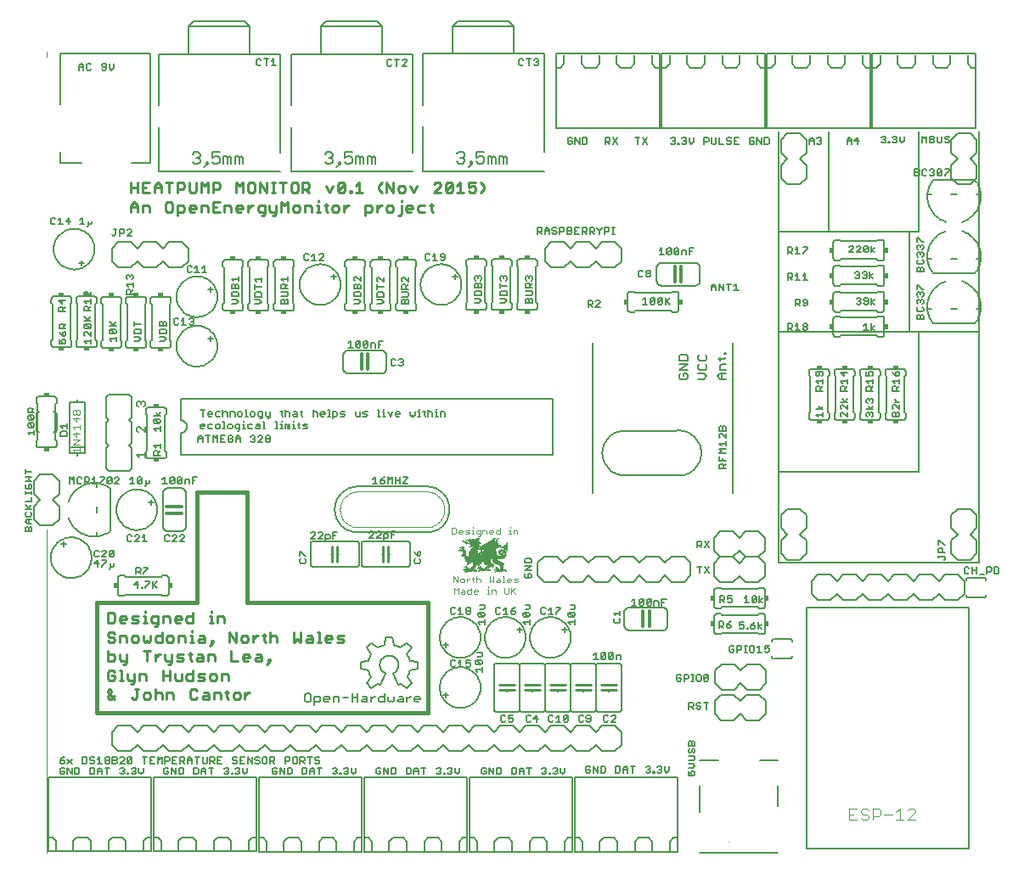
<source format=gto>
G75*
%MOIN*%
%OFA0B0*%
%FSLAX24Y24*%
%IPPOS*%
%LPD*%
%AMOC8*
5,1,8,0,0,1.08239X$1,22.5*
%
%ADD10C,0.0000*%
%ADD11C,0.0080*%
%ADD12C,0.0160*%
%ADD13C,0.0060*%
%ADD14C,0.0100*%
%ADD15C,0.0040*%
%ADD16R,0.0002X0.0003*%
%ADD17R,0.0005X0.0002*%
%ADD18R,0.0008X0.0003*%
%ADD19R,0.0010X0.0002*%
%ADD20R,0.0023X0.0002*%
%ADD21R,0.0010X0.0003*%
%ADD22R,0.0035X0.0003*%
%ADD23R,0.0015X0.0002*%
%ADD24R,0.0042X0.0002*%
%ADD25R,0.0018X0.0003*%
%ADD26R,0.0050X0.0003*%
%ADD27R,0.0020X0.0002*%
%ADD28R,0.0055X0.0002*%
%ADD29R,0.0002X0.0002*%
%ADD30R,0.0020X0.0003*%
%ADD31R,0.0060X0.0003*%
%ADD32R,0.0025X0.0002*%
%ADD33R,0.0068X0.0002*%
%ADD34R,0.0027X0.0003*%
%ADD35R,0.0072X0.0003*%
%ADD36R,0.0005X0.0003*%
%ADD37R,0.0032X0.0002*%
%ADD38R,0.0077X0.0002*%
%ADD39R,0.0007X0.0002*%
%ADD40R,0.0033X0.0002*%
%ADD41R,0.0083X0.0003*%
%ADD42R,0.0007X0.0003*%
%ADD43R,0.0045X0.0003*%
%ADD44R,0.0120X0.0002*%
%ADD45R,0.0027X0.0002*%
%ADD46R,0.0013X0.0002*%
%ADD47R,0.0012X0.0002*%
%ADD48R,0.0057X0.0002*%
%ADD49R,0.0060X0.0002*%
%ADD50R,0.0003X0.0002*%
%ADD51R,0.0122X0.0003*%
%ADD52R,0.0033X0.0003*%
%ADD53R,0.0015X0.0003*%
%ADD54R,0.0017X0.0003*%
%ADD55R,0.0065X0.0003*%
%ADD56R,0.0082X0.0003*%
%ADD57R,0.0123X0.0002*%
%ADD58R,0.0065X0.0002*%
%ADD59R,0.0035X0.0002*%
%ADD60R,0.0018X0.0002*%
%ADD61R,0.0097X0.0002*%
%ADD62R,0.0105X0.0002*%
%ADD63R,0.0125X0.0003*%
%ADD64R,0.0100X0.0003*%
%ADD65R,0.0040X0.0003*%
%ADD66R,0.0022X0.0003*%
%ADD67R,0.0118X0.0003*%
%ADD68R,0.0013X0.0003*%
%ADD69R,0.0133X0.0002*%
%ADD70R,0.0048X0.0002*%
%ADD71R,0.0103X0.0002*%
%ADD72R,0.0128X0.0002*%
%ADD73R,0.0037X0.0002*%
%ADD74R,0.0275X0.0003*%
%ADD75R,0.0090X0.0003*%
%ADD76R,0.0110X0.0003*%
%ADD77R,0.0140X0.0003*%
%ADD78R,0.0070X0.0003*%
%ADD79R,0.0277X0.0002*%
%ADD80R,0.0095X0.0002*%
%ADD81R,0.0118X0.0002*%
%ADD82R,0.0160X0.0002*%
%ADD83R,0.0073X0.0002*%
%ADD84R,0.0285X0.0003*%
%ADD85R,0.0282X0.0003*%
%ADD86R,0.0075X0.0003*%
%ADD87R,0.0290X0.0002*%
%ADD88R,0.0008X0.0002*%
%ADD89R,0.0285X0.0002*%
%ADD90R,0.0080X0.0002*%
%ADD91R,0.0300X0.0003*%
%ADD92R,0.0025X0.0003*%
%ADD93R,0.0085X0.0003*%
%ADD94R,0.0460X0.0002*%
%ADD95R,0.0088X0.0002*%
%ADD96R,0.0458X0.0003*%
%ADD97R,0.0087X0.0003*%
%ADD98R,0.0455X0.0002*%
%ADD99R,0.0078X0.0002*%
%ADD100R,0.0090X0.0002*%
%ADD101R,0.0447X0.0003*%
%ADD102R,0.0080X0.0003*%
%ADD103R,0.0443X0.0002*%
%ADD104R,0.0083X0.0002*%
%ADD105R,0.0017X0.0002*%
%ADD106R,0.0283X0.0002*%
%ADD107R,0.0093X0.0002*%
%ADD108R,0.0440X0.0003*%
%ADD109R,0.0280X0.0003*%
%ADD110R,0.0095X0.0003*%
%ADD111R,0.0435X0.0002*%
%ADD112R,0.0085X0.0002*%
%ADD113R,0.0075X0.0002*%
%ADD114R,0.0045X0.0002*%
%ADD115R,0.0400X0.0002*%
%ADD116R,0.0425X0.0003*%
%ADD117R,0.0102X0.0003*%
%ADD118R,0.0355X0.0003*%
%ADD119R,0.0415X0.0002*%
%ADD120R,0.0115X0.0002*%
%ADD121R,0.0108X0.0002*%
%ADD122R,0.0352X0.0002*%
%ADD123R,0.0398X0.0003*%
%ADD124R,0.0093X0.0003*%
%ADD125R,0.0128X0.0003*%
%ADD126R,0.0113X0.0003*%
%ADD127R,0.0353X0.0003*%
%ADD128R,0.0380X0.0002*%
%ADD129R,0.0242X0.0002*%
%ADD130R,0.0348X0.0002*%
%ADD131R,0.0253X0.0003*%
%ADD132R,0.0248X0.0003*%
%ADD133R,0.0133X0.0003*%
%ADD134R,0.0347X0.0003*%
%ADD135R,0.0227X0.0002*%
%ADD136R,0.0262X0.0002*%
%ADD137R,0.0157X0.0002*%
%ADD138R,0.0030X0.0002*%
%ADD139R,0.0275X0.0002*%
%ADD140R,0.0063X0.0002*%
%ADD141R,0.0195X0.0003*%
%ADD142R,0.0435X0.0003*%
%ADD143R,0.0305X0.0003*%
%ADD144R,0.0193X0.0002*%
%ADD145R,0.0432X0.0002*%
%ADD146R,0.0293X0.0002*%
%ADD147R,0.0198X0.0003*%
%ADD148R,0.0428X0.0003*%
%ADD149R,0.0293X0.0003*%
%ADD150R,0.0022X0.0002*%
%ADD151R,0.0210X0.0002*%
%ADD152R,0.0420X0.0002*%
%ADD153R,0.0325X0.0002*%
%ADD154R,0.0220X0.0003*%
%ADD155R,0.0415X0.0003*%
%ADD156R,0.0320X0.0003*%
%ADD157R,0.0245X0.0002*%
%ADD158R,0.0410X0.0002*%
%ADD159R,0.0320X0.0002*%
%ADD160R,0.0313X0.0003*%
%ADD161R,0.0317X0.0003*%
%ADD162R,0.0317X0.0002*%
%ADD163R,0.0375X0.0002*%
%ADD164R,0.0315X0.0002*%
%ADD165R,0.0323X0.0003*%
%ADD166R,0.0375X0.0003*%
%ADD167R,0.0315X0.0003*%
%ADD168R,0.0273X0.0002*%
%ADD169R,0.0328X0.0003*%
%ADD170R,0.0270X0.0003*%
%ADD171R,0.0182X0.0003*%
%ADD172R,0.0123X0.0003*%
%ADD173R,0.0330X0.0002*%
%ADD174R,0.0267X0.0002*%
%ADD175R,0.0373X0.0003*%
%ADD176R,0.0267X0.0003*%
%ADD177R,0.0108X0.0003*%
%ADD178R,0.0100X0.0002*%
%ADD179R,0.0277X0.0003*%
%ADD180R,0.0053X0.0003*%
%ADD181R,0.0378X0.0003*%
%ADD182R,0.0292X0.0003*%
%ADD183R,0.0030X0.0003*%
%ADD184R,0.0042X0.0003*%
%ADD185R,0.0377X0.0002*%
%ADD186R,0.0297X0.0002*%
%ADD187R,0.0043X0.0002*%
%ADD188R,0.0058X0.0003*%
%ADD189R,0.0310X0.0002*%
%ADD190R,0.0102X0.0002*%
%ADD191R,0.0067X0.0003*%
%ADD192R,0.0280X0.0002*%
%ADD193R,0.0322X0.0002*%
%ADD194R,0.0175X0.0003*%
%ADD195R,0.0327X0.0003*%
%ADD196R,0.0072X0.0002*%
%ADD197R,0.0158X0.0002*%
%ADD198R,0.0335X0.0002*%
%ADD199R,0.0070X0.0002*%
%ADD200R,0.0155X0.0003*%
%ADD201R,0.0157X0.0003*%
%ADD202R,0.0160X0.0003*%
%ADD203R,0.0150X0.0002*%
%ADD204R,0.0148X0.0002*%
%ADD205R,0.0155X0.0002*%
%ADD206R,0.0062X0.0003*%
%ADD207R,0.0148X0.0003*%
%ADD208R,0.0142X0.0003*%
%ADD209R,0.0145X0.0003*%
%ADD210R,0.0147X0.0002*%
%ADD211R,0.0142X0.0002*%
%ADD212R,0.0143X0.0002*%
%ADD213R,0.0067X0.0002*%
%ADD214R,0.0170X0.0003*%
%ADD215R,0.0143X0.0003*%
%ADD216R,0.0068X0.0003*%
%ADD217R,0.0145X0.0002*%
%ADD218R,0.0165X0.0002*%
%ADD219R,0.0140X0.0002*%
%ADD220R,0.0163X0.0003*%
%ADD221R,0.0150X0.0003*%
%ADD222R,0.0003X0.0003*%
%ADD223R,0.0063X0.0003*%
%ADD224R,0.0137X0.0003*%
%ADD225R,0.0082X0.0002*%
%ADD226R,0.0138X0.0003*%
%ADD227R,0.0062X0.0002*%
%ADD228R,0.0137X0.0002*%
%ADD229R,0.0077X0.0003*%
%ADD230R,0.0135X0.0002*%
%ADD231R,0.0135X0.0003*%
%ADD232R,0.0103X0.0003*%
%ADD233R,0.0058X0.0002*%
%ADD234R,0.0055X0.0003*%
%ADD235R,0.0047X0.0003*%
%ADD236R,0.0105X0.0003*%
%ADD237R,0.0053X0.0002*%
%ADD238R,0.0050X0.0002*%
%ADD239R,0.0132X0.0002*%
%ADD240R,0.0152X0.0002*%
%ADD241R,0.0130X0.0003*%
%ADD242R,0.0130X0.0002*%
%ADD243R,0.0028X0.0002*%
%ADD244R,0.0107X0.0002*%
%ADD245R,0.0028X0.0003*%
%ADD246R,0.0107X0.0003*%
%ADD247R,0.0167X0.0003*%
%ADD248R,0.0172X0.0002*%
%ADD249R,0.0023X0.0003*%
%ADD250R,0.0180X0.0002*%
%ADD251R,0.0110X0.0002*%
%ADD252R,0.0187X0.0002*%
%ADD253R,0.0132X0.0003*%
%ADD254R,0.0190X0.0003*%
%ADD255R,0.0200X0.0002*%
%ADD256R,0.0052X0.0002*%
%ADD257R,0.0112X0.0002*%
%ADD258R,0.0012X0.0003*%
%ADD259R,0.0272X0.0003*%
%ADD260R,0.0112X0.0003*%
%ADD261R,0.0272X0.0002*%
%ADD262R,0.0115X0.0003*%
%ADD263R,0.0268X0.0002*%
%ADD264R,0.0265X0.0003*%
%ADD265R,0.0265X0.0002*%
%ADD266R,0.0117X0.0003*%
%ADD267R,0.0260X0.0002*%
%ADD268R,0.0260X0.0003*%
%ADD269R,0.0120X0.0003*%
%ADD270R,0.0122X0.0002*%
%ADD271R,0.0038X0.0002*%
%ADD272R,0.0255X0.0002*%
%ADD273R,0.0127X0.0002*%
%ADD274R,0.0255X0.0003*%
%ADD275R,0.0040X0.0002*%
%ADD276R,0.0252X0.0002*%
%ADD277R,0.0043X0.0003*%
%ADD278R,0.0250X0.0003*%
%ADD279R,0.0248X0.0002*%
%ADD280R,0.0152X0.0003*%
%ADD281R,0.0245X0.0003*%
%ADD282R,0.0153X0.0002*%
%ADD283R,0.0243X0.0003*%
%ADD284R,0.0162X0.0002*%
%ADD285R,0.0243X0.0002*%
%ADD286R,0.0240X0.0003*%
%ADD287R,0.0147X0.0003*%
%ADD288R,0.0240X0.0002*%
%ADD289R,0.0158X0.0003*%
%ADD290R,0.0250X0.0002*%
%ADD291R,0.0305X0.0002*%
%ADD292R,0.0308X0.0003*%
%ADD293R,0.0228X0.0003*%
%ADD294R,0.0308X0.0002*%
%ADD295R,0.0307X0.0003*%
%ADD296R,0.0232X0.0003*%
%ADD297R,0.0253X0.0002*%
%ADD298R,0.0235X0.0002*%
%ADD299R,0.0310X0.0003*%
%ADD300R,0.0047X0.0002*%
%ADD301R,0.0313X0.0002*%
%ADD302R,0.0312X0.0003*%
%ADD303R,0.0287X0.0002*%
%ADD304R,0.0263X0.0003*%
%ADD305R,0.0288X0.0003*%
%ADD306R,0.0302X0.0002*%
%ADD307R,0.0057X0.0003*%
%ADD308R,0.0322X0.0003*%
%ADD309R,0.0307X0.0002*%
%ADD310R,0.0330X0.0003*%
%ADD311R,0.0312X0.0002*%
%ADD312R,0.0333X0.0002*%
%ADD313R,0.0337X0.0003*%
%ADD314R,0.0300X0.0002*%
%ADD315R,0.0340X0.0002*%
%ADD316R,0.0340X0.0003*%
%ADD317R,0.0342X0.0002*%
%ADD318R,0.0325X0.0003*%
%ADD319R,0.0295X0.0003*%
%ADD320R,0.0343X0.0003*%
%ADD321R,0.0328X0.0002*%
%ADD322R,0.0345X0.0002*%
%ADD323R,0.0290X0.0003*%
%ADD324R,0.0342X0.0003*%
%ADD325R,0.0333X0.0003*%
%ADD326R,0.0335X0.0003*%
%ADD327R,0.0338X0.0002*%
%ADD328R,0.0350X0.0003*%
%ADD329R,0.0332X0.0003*%
%ADD330R,0.0355X0.0002*%
%ADD331R,0.0362X0.0003*%
%ADD332R,0.0273X0.0003*%
%ADD333R,0.0365X0.0002*%
%ADD334R,0.0270X0.0002*%
%ADD335R,0.0162X0.0003*%
%ADD336R,0.0268X0.0003*%
%ADD337R,0.0168X0.0002*%
%ADD338R,0.0378X0.0002*%
%ADD339R,0.0172X0.0003*%
%ADD340R,0.0382X0.0003*%
%ADD341R,0.0178X0.0002*%
%ADD342R,0.0388X0.0002*%
%ADD343R,0.0292X0.0002*%
%ADD344R,0.0185X0.0003*%
%ADD345R,0.0392X0.0003*%
%ADD346R,0.0587X0.0002*%
%ADD347R,0.0258X0.0002*%
%ADD348R,0.0593X0.0003*%
%ADD349R,0.0257X0.0003*%
%ADD350R,0.0600X0.0002*%
%ADD351R,0.0257X0.0002*%
%ADD352R,0.0602X0.0003*%
%ADD353R,0.0608X0.0002*%
%ADD354R,0.0612X0.0003*%
%ADD355R,0.0620X0.0002*%
%ADD356R,0.0625X0.0003*%
%ADD357R,0.0630X0.0002*%
%ADD358R,0.0635X0.0003*%
%ADD359R,0.0258X0.0003*%
%ADD360R,0.0642X0.0002*%
%ADD361R,0.0645X0.0003*%
%ADD362R,0.0247X0.0003*%
%ADD363R,0.0650X0.0002*%
%ADD364R,0.0655X0.0003*%
%ADD365R,0.0663X0.0002*%
%ADD366R,0.0670X0.0003*%
%ADD367R,0.0678X0.0002*%
%ADD368R,0.0237X0.0002*%
%ADD369R,0.0685X0.0003*%
%ADD370R,0.0237X0.0003*%
%ADD371R,0.0690X0.0002*%
%ADD372R,0.0700X0.0003*%
%ADD373R,0.0235X0.0003*%
%ADD374R,0.0233X0.0003*%
%ADD375R,0.0712X0.0002*%
%ADD376R,0.0230X0.0002*%
%ADD377R,0.0952X0.0003*%
%ADD378R,0.0955X0.0002*%
%ADD379R,0.0225X0.0002*%
%ADD380R,0.0955X0.0003*%
%ADD381R,0.0222X0.0003*%
%ADD382R,0.0960X0.0002*%
%ADD383R,0.0222X0.0002*%
%ADD384R,0.0960X0.0003*%
%ADD385R,0.0963X0.0002*%
%ADD386R,0.0217X0.0002*%
%ADD387R,0.0963X0.0003*%
%ADD388R,0.0215X0.0003*%
%ADD389R,0.0967X0.0002*%
%ADD390R,0.0215X0.0002*%
%ADD391R,0.0967X0.0003*%
%ADD392R,0.0213X0.0003*%
%ADD393R,0.0970X0.0003*%
%ADD394R,0.0210X0.0003*%
%ADD395R,0.0973X0.0002*%
%ADD396R,0.0208X0.0002*%
%ADD397R,0.0975X0.0003*%
%ADD398R,0.0205X0.0003*%
%ADD399R,0.0977X0.0002*%
%ADD400R,0.0205X0.0002*%
%ADD401R,0.0977X0.0003*%
%ADD402R,0.0983X0.0002*%
%ADD403R,0.0983X0.0003*%
%ADD404R,0.0987X0.0002*%
%ADD405R,0.0990X0.0003*%
%ADD406R,0.0990X0.0002*%
%ADD407R,0.0995X0.0003*%
%ADD408R,0.0998X0.0002*%
%ADD409R,0.1003X0.0003*%
%ADD410R,0.1007X0.0002*%
%ADD411R,0.1010X0.0003*%
%ADD412R,0.0212X0.0003*%
%ADD413R,0.1012X0.0002*%
%ADD414R,0.0212X0.0002*%
%ADD415R,0.1018X0.0003*%
%ADD416R,0.1020X0.0002*%
%ADD417R,0.0218X0.0002*%
%ADD418R,0.1027X0.0003*%
%ADD419R,0.1032X0.0002*%
%ADD420R,0.1040X0.0003*%
%ADD421R,0.0230X0.0003*%
%ADD422R,0.1273X0.0002*%
%ADD423R,0.1273X0.0003*%
%ADD424R,0.0180X0.0003*%
%ADD425R,0.0203X0.0002*%
%ADD426R,0.1272X0.0002*%
%ADD427R,0.1522X0.0003*%
%ADD428R,0.1527X0.0002*%
%ADD429R,0.1532X0.0003*%
%ADD430R,0.1540X0.0002*%
%ADD431R,0.1543X0.0003*%
%ADD432R,0.1548X0.0002*%
%ADD433R,0.1550X0.0003*%
%ADD434R,0.1555X0.0002*%
%ADD435R,0.1560X0.0003*%
%ADD436R,0.1562X0.0002*%
%ADD437R,0.1565X0.0003*%
%ADD438R,0.1567X0.0002*%
%ADD439R,0.1575X0.0003*%
%ADD440R,0.1578X0.0002*%
%ADD441R,0.1580X0.0003*%
%ADD442R,0.1580X0.0002*%
%ADD443R,0.1583X0.0003*%
%ADD444R,0.1587X0.0002*%
%ADD445R,0.1590X0.0003*%
%ADD446R,0.1592X0.0002*%
%ADD447R,0.1592X0.0003*%
%ADD448R,0.0370X0.0002*%
%ADD449R,0.1225X0.0002*%
%ADD450R,0.1225X0.0003*%
%ADD451R,0.0373X0.0002*%
%ADD452R,0.1222X0.0002*%
%ADD453R,0.0377X0.0003*%
%ADD454R,0.0203X0.0003*%
%ADD455R,0.0207X0.0002*%
%ADD456R,0.0207X0.0003*%
%ADD457R,0.1223X0.0003*%
%ADD458R,0.1220X0.0002*%
%ADD459R,0.1222X0.0003*%
%ADD460R,0.1217X0.0003*%
%ADD461R,0.1218X0.0002*%
%ADD462R,0.0218X0.0003*%
%ADD463R,0.0968X0.0003*%
%ADD464R,0.0220X0.0002*%
%ADD465R,0.0032X0.0003*%
%ADD466R,0.0223X0.0003*%
%ADD467R,0.0937X0.0003*%
%ADD468R,0.0918X0.0002*%
%ADD469R,0.0052X0.0003*%
%ADD470R,0.0097X0.0003*%
%ADD471R,0.0898X0.0003*%
%ADD472R,0.0878X0.0002*%
%ADD473R,0.0823X0.0003*%
%ADD474R,0.0127X0.0003*%
%ADD475R,0.0092X0.0002*%
%ADD476R,0.0700X0.0002*%
%ADD477R,0.0670X0.0002*%
%ADD478R,0.0640X0.0002*%
%ADD479R,0.0627X0.0003*%
%ADD480R,0.0615X0.0002*%
%ADD481R,0.0605X0.0003*%
%ADD482R,0.0595X0.0002*%
%ADD483R,0.0588X0.0003*%
%ADD484R,0.0098X0.0003*%
%ADD485R,0.0362X0.0002*%
%ADD486R,0.0578X0.0002*%
%ADD487R,0.0395X0.0003*%
%ADD488R,0.0567X0.0003*%
%ADD489R,0.0422X0.0002*%
%ADD490R,0.0560X0.0002*%
%ADD491R,0.0432X0.0003*%
%ADD492R,0.0555X0.0003*%
%ADD493R,0.0442X0.0002*%
%ADD494R,0.0548X0.0002*%
%ADD495R,0.0450X0.0003*%
%ADD496R,0.0540X0.0003*%
%ADD497R,0.0092X0.0003*%
%ADD498R,0.0530X0.0002*%
%ADD499R,0.0462X0.0003*%
%ADD500R,0.0523X0.0003*%
%ADD501R,0.0467X0.0002*%
%ADD502R,0.0517X0.0002*%
%ADD503R,0.0472X0.0003*%
%ADD504R,0.0510X0.0003*%
%ADD505R,0.0475X0.0002*%
%ADD506R,0.0502X0.0002*%
%ADD507R,0.0480X0.0003*%
%ADD508R,0.0497X0.0003*%
%ADD509R,0.0482X0.0002*%
%ADD510R,0.0490X0.0002*%
%ADD511R,0.0485X0.0003*%
%ADD512R,0.0487X0.0002*%
%ADD513R,0.0488X0.0003*%
%ADD514R,0.0468X0.0003*%
%ADD515R,0.0153X0.0003*%
%ADD516R,0.0493X0.0003*%
%ADD517R,0.0453X0.0003*%
%ADD518R,0.0495X0.0002*%
%ADD519R,0.0448X0.0002*%
%ADD520R,0.0037X0.0003*%
%ADD521R,0.0495X0.0003*%
%ADD522R,0.0442X0.0003*%
%ADD523R,0.0498X0.0002*%
%ADD524R,0.0450X0.0002*%
%ADD525R,0.0038X0.0003*%
%ADD526R,0.0500X0.0003*%
%ADD527R,0.0165X0.0003*%
%ADD528R,0.0500X0.0002*%
%ADD529R,0.0512X0.0002*%
%ADD530R,0.0073X0.0003*%
%ADD531R,0.0502X0.0003*%
%ADD532R,0.0113X0.0002*%
%ADD533R,0.0505X0.0002*%
%ADD534R,0.0493X0.0002*%
%ADD535R,0.0505X0.0003*%
%ADD536R,0.0483X0.0003*%
%ADD537R,0.0358X0.0003*%
%ADD538R,0.0465X0.0003*%
%ADD539R,0.0457X0.0002*%
%ADD540R,0.0445X0.0003*%
%ADD541R,0.0438X0.0002*%
%ADD542R,0.0098X0.0002*%
%ADD543R,0.0417X0.0002*%
%ADD544R,0.0410X0.0003*%
%ADD545R,0.0402X0.0002*%
%ADD546R,0.0318X0.0002*%
%ADD547R,0.0318X0.0003*%
%ADD548R,0.0370X0.0003*%
%ADD549R,0.0363X0.0002*%
%ADD550R,0.0088X0.0003*%
%ADD551R,0.0283X0.0003*%
%ADD552R,0.0357X0.0002*%
%ADD553R,0.0087X0.0002*%
%ADD554R,0.0117X0.0002*%
%ADD555R,0.0350X0.0002*%
%ADD556R,0.0188X0.0003*%
%ADD557R,0.0195X0.0002*%
%ADD558R,0.0178X0.0003*%
%ADD559R,0.0327X0.0002*%
%ADD560R,0.0213X0.0002*%
%ADD561R,0.0233X0.0002*%
%ADD562R,0.0298X0.0002*%
%ADD563R,0.0138X0.0002*%
%ADD564R,0.0238X0.0003*%
%ADD565R,0.0202X0.0003*%
%ADD566R,0.0282X0.0002*%
%ADD567R,0.0358X0.0002*%
%ADD568R,0.0202X0.0002*%
%ADD569R,0.0420X0.0003*%
%ADD570R,0.0440X0.0002*%
%ADD571R,0.0225X0.0003*%
%ADD572R,0.0192X0.0002*%
%ADD573R,0.0217X0.0003*%
%ADD574R,0.0278X0.0003*%
%ADD575R,0.0457X0.0003*%
%ADD576R,0.0182X0.0002*%
%ADD577R,0.0452X0.0003*%
%ADD578R,0.0177X0.0003*%
%ADD579R,0.0438X0.0003*%
%ADD580R,0.0433X0.0002*%
%ADD581R,0.0405X0.0003*%
%ADD582R,0.0278X0.0002*%
%ADD583R,0.0393X0.0003*%
%ADD584R,0.0387X0.0002*%
%ADD585R,0.0380X0.0003*%
%ADD586R,0.0367X0.0002*%
%ADD587R,0.0363X0.0003*%
%ADD588R,0.0360X0.0002*%
%ADD589R,0.0288X0.0002*%
%ADD590R,0.0348X0.0003*%
%ADD591R,0.0338X0.0003*%
%ADD592R,0.0302X0.0003*%
%ADD593R,0.0295X0.0002*%
%ADD594R,0.0232X0.0002*%
%ADD595R,0.0188X0.0002*%
%ADD596R,0.0193X0.0003*%
%ADD597R,0.0125X0.0002*%
%ADD598R,0.0190X0.0002*%
%ADD599R,0.0187X0.0003*%
%ADD600R,0.0208X0.0003*%
%ADD601R,0.0170X0.0002*%
%ADD602R,0.0167X0.0002*%
%ADD603R,0.0173X0.0003*%
%ADD604R,0.0175X0.0002*%
%ADD605R,0.0393X0.0002*%
%ADD606R,0.0185X0.0002*%
%ADD607R,0.0477X0.0002*%
%ADD608R,0.0252X0.0003*%
%ADD609R,0.0197X0.0003*%
%ADD610R,0.0247X0.0002*%
%ADD611R,0.0503X0.0003*%
%ADD612R,0.0510X0.0002*%
%ADD613R,0.0518X0.0003*%
%ADD614R,0.0527X0.0002*%
%ADD615R,0.0535X0.0003*%
%ADD616R,0.0537X0.0002*%
%ADD617R,0.0508X0.0003*%
%ADD618R,0.0472X0.0002*%
%ADD619R,0.0200X0.0003*%
%ADD620R,0.0433X0.0003*%
%ADD621R,0.0197X0.0002*%
%ADD622R,0.0423X0.0002*%
%ADD623R,0.0413X0.0003*%
%ADD624R,0.0405X0.0002*%
%ADD625R,0.0397X0.0003*%
%ADD626R,0.0332X0.0002*%
%ADD627R,0.0287X0.0003*%
%ADD628R,0.0183X0.0002*%
%ADD629R,0.0183X0.0003*%
%ADD630R,0.0227X0.0003*%
%ADD631R,0.0048X0.0003*%
%ADD632R,0.0518X0.0002*%
%ADD633R,0.0533X0.0003*%
%ADD634R,0.0598X0.0002*%
%ADD635R,0.0173X0.0002*%
%ADD636R,0.0600X0.0003*%
%ADD637R,0.0412X0.0003*%
%ADD638R,0.0168X0.0003*%
%ADD639R,0.0003X0.0003*%
%ADD640R,0.0163X0.0002*%
%ADD641R,0.0177X0.0002*%
%ADD642R,0.0418X0.0003*%
%ADD643R,0.0200X0.0150*%
%ADD644C,0.0120*%
%ADD645C,0.0020*%
%ADD646C,0.0050*%
%ADD647R,0.0150X0.0200*%
%ADD648C,0.0030*%
D10*
X001656Y000492D02*
X001656Y013189D01*
X001656Y031752D02*
X001656Y031949D01*
D11*
X002204Y031893D02*
X005747Y031893D01*
X005747Y027602D01*
X004999Y027602D01*
X003030Y027602D02*
X002204Y027602D01*
X002204Y028035D01*
X002204Y029885D02*
X002204Y031893D01*
X004475Y024488D02*
X004225Y024238D01*
X004225Y023738D01*
X004475Y023488D01*
X004975Y023488D01*
X005225Y023738D01*
X005475Y023488D01*
X005975Y023488D01*
X006225Y023738D01*
X006475Y023488D01*
X006975Y023488D01*
X007225Y023738D01*
X007225Y024238D01*
X006975Y024488D01*
X006475Y024488D01*
X006225Y024238D01*
X005975Y024488D01*
X005475Y024488D01*
X005225Y024238D01*
X004975Y024488D01*
X004475Y024488D01*
X002869Y018289D02*
X002869Y018189D01*
X003169Y018189D01*
X003169Y016189D01*
X002869Y016189D01*
X002869Y016089D01*
X002869Y016189D02*
X002569Y016189D01*
X002569Y018189D01*
X002869Y018189D01*
X002050Y017736D02*
X002050Y017106D01*
X002045Y017090D01*
X002037Y017074D01*
X002027Y017060D01*
X002015Y017048D01*
X002000Y017038D01*
X001984Y017031D01*
X001967Y017027D01*
X001950Y017026D01*
X001932Y017028D01*
X001381Y017028D02*
X001361Y017026D01*
X001342Y017028D01*
X001323Y017034D01*
X001306Y017043D01*
X001290Y017055D01*
X001278Y017070D01*
X001269Y017088D01*
X001263Y017106D01*
X001263Y017736D01*
X001263Y017737D02*
X001269Y017755D01*
X001278Y017773D01*
X001290Y017788D01*
X001306Y017800D01*
X001323Y017809D01*
X001342Y017815D01*
X001361Y017817D01*
X001381Y017815D01*
X001932Y017815D02*
X001950Y017817D01*
X001967Y017816D01*
X001984Y017812D01*
X002000Y017805D01*
X002015Y017795D01*
X002027Y017783D01*
X002037Y017769D01*
X002045Y017753D01*
X002050Y017737D01*
X002619Y016439D02*
X003119Y016439D01*
X001906Y015362D02*
X002156Y015112D01*
X002156Y014612D01*
X001906Y014362D01*
X002156Y014112D01*
X002156Y013612D01*
X001906Y013362D01*
X001406Y013362D01*
X001156Y013612D01*
X001156Y014112D01*
X001406Y014362D01*
X001156Y014612D01*
X001156Y015112D01*
X001406Y015362D01*
X001906Y015362D01*
X004475Y005492D02*
X004975Y005492D01*
X005225Y005242D01*
X005475Y005492D01*
X005975Y005492D01*
X006225Y005242D01*
X006475Y005492D01*
X006975Y005492D01*
X007225Y005242D01*
X007475Y005492D01*
X007975Y005492D01*
X008225Y005242D01*
X008475Y005492D01*
X008975Y005492D01*
X009225Y005242D01*
X009475Y005492D01*
X009975Y005492D01*
X010225Y005242D01*
X010475Y005492D01*
X010975Y005492D01*
X011225Y005242D01*
X011475Y005492D01*
X011975Y005492D01*
X012225Y005242D01*
X012475Y005492D01*
X012975Y005492D01*
X013225Y005242D01*
X013475Y005492D01*
X013975Y005492D01*
X014225Y005242D01*
X014475Y005492D01*
X014975Y005492D01*
X015225Y005242D01*
X015475Y005492D01*
X015975Y005492D01*
X016225Y005242D01*
X016475Y005492D01*
X016975Y005492D01*
X017225Y005242D01*
X017475Y005492D01*
X017975Y005492D01*
X018225Y005242D01*
X018475Y005492D01*
X018975Y005492D01*
X019225Y005242D01*
X019475Y005492D01*
X019975Y005492D01*
X020225Y005242D01*
X020475Y005492D01*
X020975Y005492D01*
X021225Y005242D01*
X021475Y005492D01*
X021975Y005492D01*
X022225Y005242D01*
X022475Y005492D01*
X022975Y005492D01*
X023225Y005242D01*
X023475Y005492D01*
X023975Y005492D01*
X024225Y005242D01*
X024225Y004742D01*
X023975Y004492D01*
X023475Y004492D01*
X023225Y004742D01*
X022975Y004492D01*
X022475Y004492D01*
X022225Y004742D01*
X021975Y004492D01*
X021475Y004492D01*
X021225Y004742D01*
X020975Y004492D01*
X020475Y004492D01*
X020225Y004742D01*
X019975Y004492D01*
X019475Y004492D01*
X019225Y004742D01*
X018975Y004492D01*
X018475Y004492D01*
X018225Y004742D01*
X017975Y004492D01*
X017475Y004492D01*
X017225Y004742D01*
X016975Y004492D01*
X016475Y004492D01*
X016225Y004742D01*
X015975Y004492D01*
X015475Y004492D01*
X015225Y004742D01*
X014975Y004492D01*
X014475Y004492D01*
X014225Y004742D01*
X013975Y004492D01*
X013475Y004492D01*
X013225Y004742D01*
X012975Y004492D01*
X012475Y004492D01*
X012225Y004742D01*
X011975Y004492D01*
X011475Y004492D01*
X011225Y004742D01*
X010975Y004492D01*
X010475Y004492D01*
X010225Y004742D01*
X009975Y004492D01*
X009475Y004492D01*
X009225Y004742D01*
X008975Y004492D01*
X008475Y004492D01*
X008225Y004742D01*
X007975Y004492D01*
X007475Y004492D01*
X007225Y004742D01*
X006975Y004492D01*
X006475Y004492D01*
X006225Y004742D01*
X005975Y004492D01*
X005475Y004492D01*
X005225Y004742D01*
X004975Y004492D01*
X004475Y004492D01*
X004225Y004742D01*
X004225Y005242D01*
X004475Y005492D01*
X005771Y003465D02*
X005771Y000551D01*
X001715Y000551D01*
X001715Y003465D01*
X005771Y003465D01*
X005849Y003465D02*
X005849Y000551D01*
X009904Y000551D01*
X009904Y003465D01*
X005849Y003465D01*
X005879Y001093D02*
X006017Y001093D01*
X006154Y000955D01*
X006154Y000610D01*
X005741Y001093D02*
X005603Y001093D01*
X005465Y000955D01*
X005465Y000610D01*
X004776Y000610D02*
X004776Y000955D01*
X004639Y001093D01*
X004225Y001093D01*
X004087Y000955D01*
X004087Y000610D01*
X003399Y000610D02*
X003399Y000955D01*
X003261Y001093D01*
X002847Y001093D01*
X002710Y000955D01*
X002710Y000610D01*
X002021Y000610D02*
X002021Y000955D01*
X001883Y001093D01*
X001745Y001093D01*
X006843Y000955D02*
X006843Y000610D01*
X006843Y000955D02*
X006981Y001093D01*
X007395Y001093D01*
X007532Y000955D01*
X007532Y000610D01*
X008221Y000610D02*
X008221Y000955D01*
X008359Y001093D01*
X008773Y001093D01*
X008910Y000955D01*
X008910Y000610D01*
X009599Y000610D02*
X009599Y000955D01*
X009737Y001093D01*
X009875Y001093D01*
X010013Y001085D02*
X010150Y001085D01*
X010288Y000947D01*
X010288Y000602D01*
X009983Y000543D02*
X009983Y003457D01*
X014038Y003457D01*
X014038Y000543D01*
X009983Y000543D01*
X010977Y000602D02*
X010977Y000947D01*
X011115Y001085D01*
X011528Y001085D01*
X011666Y000947D01*
X011666Y000602D01*
X012355Y000602D02*
X012355Y000947D01*
X012493Y001085D01*
X012906Y001085D01*
X013044Y000947D01*
X013044Y000602D01*
X013733Y000602D02*
X013733Y000947D01*
X013871Y001085D01*
X014009Y001085D01*
X014147Y001085D02*
X014284Y001085D01*
X014422Y000947D01*
X014422Y000602D01*
X014117Y000543D02*
X014117Y003457D01*
X018172Y003457D01*
X018172Y000543D01*
X014117Y000543D01*
X015111Y000602D02*
X015111Y000947D01*
X015249Y001085D01*
X015662Y001085D01*
X015800Y000947D01*
X015800Y000602D01*
X016489Y000602D02*
X016489Y000947D01*
X016627Y001085D01*
X017040Y001085D01*
X017178Y000947D01*
X017178Y000602D01*
X017867Y000602D02*
X017867Y000947D01*
X018005Y001085D01*
X018143Y001085D01*
X018280Y001085D02*
X018418Y001085D01*
X018556Y000947D01*
X018556Y000602D01*
X018251Y000543D02*
X018251Y003457D01*
X022306Y003457D01*
X022306Y000543D01*
X018251Y000543D01*
X019245Y000602D02*
X019245Y000947D01*
X019383Y001085D01*
X019796Y001085D01*
X019934Y000947D01*
X019934Y000602D01*
X020623Y000602D02*
X020623Y000947D01*
X020761Y001085D01*
X021174Y001085D01*
X021312Y000947D01*
X021312Y000602D01*
X022001Y000602D02*
X022001Y000947D01*
X022139Y001085D01*
X022276Y001085D01*
X022414Y001085D02*
X022552Y001085D01*
X022690Y000947D01*
X022690Y000602D01*
X022385Y000543D02*
X022385Y003457D01*
X026440Y003457D01*
X026440Y000543D01*
X022385Y000543D01*
X023379Y000602D02*
X023379Y000947D01*
X023517Y001085D01*
X023930Y001085D01*
X024068Y000947D01*
X024068Y000602D01*
X024757Y000602D02*
X024757Y000947D01*
X024895Y001085D01*
X025308Y001085D01*
X025446Y000947D01*
X025446Y000602D01*
X026135Y000602D02*
X026135Y000947D01*
X026273Y001085D01*
X026410Y001085D01*
X028148Y005707D02*
X027898Y005957D01*
X027898Y006457D01*
X028148Y006707D01*
X028648Y006707D01*
X028898Y006457D01*
X029148Y006707D01*
X029648Y006707D01*
X029898Y006457D01*
X029898Y005957D01*
X029648Y005707D01*
X029148Y005707D01*
X028898Y005957D01*
X028648Y005707D01*
X028148Y005707D01*
X028164Y006913D02*
X028664Y006913D01*
X028914Y007163D01*
X029164Y006913D01*
X029664Y006913D01*
X029914Y007163D01*
X029914Y007663D01*
X029664Y007913D01*
X029164Y007913D01*
X028914Y007663D01*
X028664Y007913D01*
X028164Y007913D01*
X027914Y007663D01*
X027914Y007163D01*
X028164Y006913D01*
X030215Y008121D02*
X030845Y008121D01*
X030845Y008122D02*
X030861Y008127D01*
X030877Y008135D01*
X030891Y008145D01*
X030903Y008157D01*
X030913Y008172D01*
X030920Y008188D01*
X030924Y008205D01*
X030925Y008222D01*
X030923Y008240D01*
X030923Y008790D02*
X030925Y008808D01*
X030924Y008825D01*
X030920Y008842D01*
X030913Y008858D01*
X030903Y008873D01*
X030891Y008885D01*
X030877Y008895D01*
X030861Y008903D01*
X030845Y008908D01*
X030845Y008909D02*
X030215Y008909D01*
X030214Y008908D02*
X030198Y008903D01*
X030182Y008895D01*
X030168Y008885D01*
X030156Y008873D01*
X030146Y008858D01*
X030139Y008842D01*
X030135Y008825D01*
X030134Y008808D01*
X030136Y008790D01*
X030136Y008240D02*
X030134Y008222D01*
X030135Y008205D01*
X030139Y008188D01*
X030146Y008172D01*
X030156Y008157D01*
X030168Y008145D01*
X030182Y008135D01*
X030198Y008127D01*
X030214Y008122D01*
X029600Y011117D02*
X029100Y011117D01*
X028850Y011367D01*
X028600Y011117D01*
X028100Y011117D01*
X027850Y011367D01*
X027850Y011867D01*
X028100Y012117D01*
X028600Y012117D01*
X028850Y011867D01*
X029100Y012117D01*
X029600Y012117D01*
X029850Y011867D01*
X029850Y011367D01*
X029600Y011117D01*
X029600Y012117D02*
X029100Y012117D01*
X028850Y012367D01*
X028600Y012117D01*
X028100Y012117D01*
X027850Y012367D01*
X027850Y012867D01*
X028100Y013117D01*
X028600Y013117D01*
X028850Y012867D01*
X029100Y013117D01*
X029600Y013117D01*
X029850Y012867D01*
X029850Y012367D01*
X029600Y012117D01*
X030397Y011909D02*
X030397Y015453D01*
X035908Y015453D01*
X035908Y020965D01*
X035515Y020965D01*
X035515Y024902D01*
X032365Y024902D01*
X030397Y024902D01*
X030397Y028839D01*
X030487Y028514D02*
X030737Y028764D01*
X031237Y028764D01*
X031487Y028514D01*
X031487Y028014D01*
X031237Y027764D01*
X031487Y027514D01*
X031487Y027014D01*
X031237Y026764D01*
X030737Y026764D01*
X030487Y027014D01*
X030487Y027514D01*
X030737Y027764D01*
X030487Y028014D01*
X030487Y028514D01*
X029944Y028976D02*
X029944Y031890D01*
X033999Y031890D01*
X033999Y028976D01*
X029944Y028976D01*
X029865Y028976D02*
X029865Y031890D01*
X025810Y031890D01*
X025810Y028976D01*
X029865Y028976D01*
X032365Y028839D02*
X032365Y024902D01*
X030397Y024902D02*
X030397Y020965D01*
X035515Y020965D01*
X035908Y020965D02*
X038271Y020965D01*
X038271Y011909D01*
X030397Y011909D01*
X030737Y012000D02*
X030487Y012250D01*
X030487Y012750D01*
X030737Y013000D01*
X030487Y013250D01*
X030487Y013750D01*
X030737Y014000D01*
X031237Y014000D01*
X031487Y013750D01*
X031487Y013250D01*
X031237Y013000D01*
X031487Y012750D01*
X031487Y012250D01*
X031237Y012000D01*
X030737Y012000D01*
X030397Y015453D02*
X030397Y020965D01*
X035515Y024902D02*
X035908Y024902D01*
X035908Y028839D01*
X037180Y028514D02*
X037180Y028014D01*
X037430Y027764D01*
X037180Y027514D01*
X037180Y027014D01*
X037430Y026764D01*
X037930Y026764D01*
X038180Y027014D01*
X038180Y027514D01*
X037930Y027764D01*
X038180Y028014D01*
X038180Y028514D01*
X037930Y028764D01*
X037430Y028764D01*
X037180Y028514D01*
X038133Y028976D02*
X038133Y031890D01*
X034078Y031890D01*
X034078Y028976D01*
X038133Y028976D01*
X038271Y028839D02*
X038271Y020965D01*
X037930Y014000D02*
X037430Y014000D01*
X037180Y013750D01*
X037180Y013250D01*
X037430Y013000D01*
X037180Y012750D01*
X037180Y012250D01*
X037430Y012000D01*
X037930Y012000D01*
X038180Y012250D01*
X038180Y012750D01*
X037930Y013000D01*
X038180Y013250D01*
X038180Y013750D01*
X037930Y014000D01*
X037832Y011309D02*
X038462Y011309D01*
X038462Y011308D02*
X038478Y011303D01*
X038494Y011295D01*
X038508Y011285D01*
X038520Y011273D01*
X038530Y011258D01*
X038537Y011242D01*
X038541Y011225D01*
X038542Y011208D01*
X038540Y011190D01*
X038540Y010640D02*
X038542Y010622D01*
X038541Y010605D01*
X038537Y010588D01*
X038530Y010572D01*
X038520Y010557D01*
X038508Y010545D01*
X038494Y010535D01*
X038478Y010527D01*
X038462Y010522D01*
X038462Y010521D02*
X037832Y010521D01*
X037832Y010522D02*
X037816Y010527D01*
X037800Y010535D01*
X037786Y010545D01*
X037774Y010557D01*
X037764Y010572D01*
X037757Y010588D01*
X037753Y010605D01*
X037752Y010622D01*
X037754Y010640D01*
X037754Y011190D02*
X037752Y011208D01*
X037753Y011225D01*
X037757Y011242D01*
X037764Y011258D01*
X037774Y011273D01*
X037786Y011285D01*
X037800Y011295D01*
X037816Y011303D01*
X037832Y011308D01*
X024225Y023738D02*
X023975Y023488D01*
X023475Y023488D01*
X023225Y023738D01*
X022975Y023488D01*
X022475Y023488D01*
X022225Y023738D01*
X021975Y023488D01*
X021475Y023488D01*
X021225Y023738D01*
X021225Y024238D01*
X021475Y024488D01*
X021975Y024488D01*
X022225Y024238D01*
X022475Y024488D01*
X022975Y024488D01*
X023225Y024238D01*
X023475Y024488D01*
X023975Y024488D01*
X024225Y024238D01*
X024225Y023738D01*
X025731Y028976D02*
X021676Y028976D01*
X021676Y031890D01*
X025731Y031890D01*
X025731Y028976D01*
X025702Y031348D02*
X025564Y031348D01*
X025426Y031486D01*
X025426Y031831D01*
X025839Y031348D02*
X025977Y031348D01*
X026115Y031486D01*
X026115Y031831D01*
X026804Y031831D02*
X026804Y031486D01*
X026942Y031348D01*
X027355Y031348D01*
X027493Y031486D01*
X027493Y031831D01*
X028182Y031831D02*
X028182Y031486D01*
X028320Y031348D01*
X028733Y031348D01*
X028871Y031486D01*
X028871Y031831D01*
X029560Y031831D02*
X029560Y031486D01*
X029698Y031348D01*
X029836Y031348D01*
X029973Y031348D02*
X030111Y031348D01*
X030249Y031486D01*
X030249Y031831D01*
X030938Y031831D02*
X030938Y031486D01*
X031076Y031348D01*
X031489Y031348D01*
X031627Y031486D01*
X031627Y031831D01*
X032316Y031831D02*
X032316Y031486D01*
X032454Y031348D01*
X032867Y031348D01*
X033005Y031486D01*
X033005Y031831D01*
X033694Y031831D02*
X033694Y031486D01*
X033832Y031348D01*
X033969Y031348D01*
X034107Y031348D02*
X034245Y031348D01*
X034383Y031486D01*
X034383Y031831D01*
X035072Y031831D02*
X035072Y031486D01*
X035210Y031348D01*
X035623Y031348D01*
X035761Y031486D01*
X035761Y031831D01*
X036450Y031831D02*
X036450Y031486D01*
X036587Y031348D01*
X037001Y031348D01*
X037139Y031486D01*
X037139Y031831D01*
X037828Y031831D02*
X037828Y031486D01*
X037965Y031348D01*
X038103Y031348D01*
X024737Y031486D02*
X024599Y031348D01*
X024186Y031348D01*
X024048Y031486D01*
X024048Y031831D01*
X023359Y031831D02*
X023359Y031486D01*
X023221Y031348D01*
X022808Y031348D01*
X022670Y031486D01*
X022670Y031831D01*
X021981Y031831D02*
X021981Y031486D01*
X021843Y031348D01*
X021706Y031348D01*
X024737Y031486D02*
X024737Y031831D01*
D12*
X009530Y014665D02*
X007562Y014665D01*
X007562Y010335D01*
X003625Y010335D01*
X003625Y006004D01*
X016617Y006004D01*
X016617Y010335D01*
X009530Y010335D01*
X009530Y014665D01*
D13*
X007566Y015251D02*
X007393Y015251D01*
X007393Y014991D01*
X007271Y014991D02*
X007271Y015121D01*
X007228Y015164D01*
X007098Y015164D01*
X007098Y014991D01*
X006977Y015034D02*
X006933Y014991D01*
X006847Y014991D01*
X006803Y015034D01*
X006977Y015207D01*
X006977Y015034D01*
X006977Y015207D02*
X006933Y015251D01*
X006847Y015251D01*
X006803Y015207D01*
X006803Y015034D01*
X006682Y015034D02*
X006639Y014991D01*
X006552Y014991D01*
X006509Y015034D01*
X006682Y015207D01*
X006682Y015034D01*
X006509Y015034D02*
X006509Y015207D01*
X006552Y015251D01*
X006639Y015251D01*
X006682Y015207D01*
X006387Y014991D02*
X006214Y014991D01*
X006301Y014991D02*
X006301Y015251D01*
X006214Y015164D01*
X006426Y014826D02*
X006926Y014826D01*
X006952Y014824D01*
X006978Y014819D01*
X007003Y014811D01*
X007026Y014799D01*
X007048Y014785D01*
X007067Y014767D01*
X007085Y014748D01*
X007099Y014726D01*
X007111Y014703D01*
X007119Y014678D01*
X007124Y014652D01*
X007126Y014626D01*
X007126Y013326D01*
X007124Y013300D01*
X007119Y013274D01*
X007111Y013249D01*
X007099Y013226D01*
X007085Y013204D01*
X007067Y013185D01*
X007048Y013167D01*
X007026Y013153D01*
X007003Y013141D01*
X006978Y013133D01*
X006952Y013128D01*
X006926Y013126D01*
X006426Y013126D01*
X006442Y012987D02*
X006356Y012987D01*
X006312Y012944D01*
X006312Y012770D01*
X006356Y012727D01*
X006442Y012727D01*
X006486Y012770D01*
X006607Y012727D02*
X006780Y012900D01*
X006780Y012944D01*
X006737Y012987D01*
X006650Y012987D01*
X006607Y012944D01*
X006486Y012944D02*
X006442Y012987D01*
X006607Y012727D02*
X006780Y012727D01*
X006902Y012727D02*
X007075Y012900D01*
X007075Y012944D01*
X007032Y012987D01*
X006945Y012987D01*
X006902Y012944D01*
X006902Y012727D02*
X007075Y012727D01*
X006426Y013126D02*
X006400Y013128D01*
X006374Y013133D01*
X006349Y013141D01*
X006326Y013153D01*
X006304Y013167D01*
X006285Y013185D01*
X006267Y013204D01*
X006253Y013226D01*
X006241Y013249D01*
X006233Y013274D01*
X006228Y013300D01*
X006226Y013326D01*
X006226Y014626D01*
X006228Y014652D01*
X006233Y014678D01*
X006241Y014703D01*
X006253Y014726D01*
X006267Y014748D01*
X006285Y014767D01*
X006304Y014785D01*
X006326Y014799D01*
X006349Y014811D01*
X006374Y014819D01*
X006400Y014824D01*
X006426Y014826D01*
X005691Y015034D02*
X005691Y015121D01*
X005691Y015034D02*
X005648Y014991D01*
X005604Y014991D01*
X005561Y015034D01*
X005561Y014947D01*
X005517Y014904D01*
X005561Y015034D02*
X005561Y015121D01*
X005396Y015207D02*
X005223Y015034D01*
X005266Y014991D01*
X005353Y014991D01*
X005396Y015034D01*
X005396Y015207D01*
X005353Y015251D01*
X005266Y015251D01*
X005223Y015207D01*
X005223Y015034D01*
X005102Y014991D02*
X004928Y014991D01*
X005015Y014991D02*
X005015Y015251D01*
X004928Y015164D01*
X004913Y015492D02*
X005013Y015592D01*
X005013Y016392D01*
X004913Y016492D01*
X005013Y016592D01*
X005013Y017392D01*
X004913Y017492D01*
X005013Y017592D01*
X005013Y018392D01*
X004913Y018492D01*
X004113Y018492D01*
X004013Y018392D01*
X004013Y017592D01*
X004113Y017492D01*
X004013Y017392D01*
X004013Y016592D01*
X004113Y016492D01*
X004013Y016392D01*
X004013Y015592D01*
X004113Y015492D01*
X004913Y015492D01*
X004514Y015207D02*
X004470Y015251D01*
X004383Y015251D01*
X004340Y015207D01*
X004219Y015207D02*
X004045Y015034D01*
X004089Y014991D01*
X004176Y014991D01*
X004219Y015034D01*
X004219Y015207D01*
X004176Y015251D01*
X004089Y015251D01*
X004045Y015207D01*
X004045Y015034D01*
X003924Y015207D02*
X003751Y015034D01*
X003751Y014991D01*
X003630Y014991D02*
X003456Y014991D01*
X003543Y014991D02*
X003543Y015251D01*
X003456Y015164D01*
X003335Y015207D02*
X003335Y015121D01*
X003292Y015077D01*
X003162Y015077D01*
X003162Y014991D02*
X003162Y015251D01*
X003292Y015251D01*
X003335Y015207D01*
X003040Y015207D02*
X002997Y015251D01*
X002910Y015251D01*
X002867Y015207D01*
X002867Y015034D01*
X002910Y014991D01*
X002997Y014991D01*
X003040Y015034D01*
X002746Y014991D02*
X002746Y015251D01*
X002659Y015164D01*
X002572Y015251D01*
X002572Y014991D01*
X003626Y015022D02*
X003626Y014864D01*
X003751Y015251D02*
X003924Y015251D01*
X003924Y015207D01*
X004340Y014991D02*
X004514Y015164D01*
X004514Y015207D01*
X004514Y014991D02*
X004340Y014991D01*
X004176Y014801D02*
X004176Y013152D01*
X003626Y013089D02*
X003626Y012931D01*
X003586Y012380D02*
X003542Y012336D01*
X003542Y012163D01*
X003586Y012119D01*
X003672Y012119D01*
X003716Y012163D01*
X003837Y012119D02*
X004010Y012293D01*
X004010Y012336D01*
X003967Y012380D01*
X003880Y012380D01*
X003837Y012336D01*
X003716Y012336D02*
X003672Y012380D01*
X003586Y012380D01*
X003837Y012119D02*
X004010Y012119D01*
X004132Y012163D02*
X004305Y012336D01*
X004305Y012163D01*
X004262Y012119D01*
X004175Y012119D01*
X004132Y012163D01*
X004132Y012336D01*
X004175Y012380D01*
X004262Y012380D01*
X004305Y012336D01*
X004010Y011986D02*
X004010Y011943D01*
X003837Y011769D01*
X003837Y011726D01*
X003672Y011726D02*
X003672Y011986D01*
X003542Y011856D01*
X003716Y011856D01*
X003837Y011986D02*
X004010Y011986D01*
X004175Y011856D02*
X004175Y011769D01*
X004175Y011682D01*
X004132Y011639D01*
X004218Y011726D02*
X004262Y011726D01*
X004305Y011769D01*
X004305Y011856D01*
X004175Y011769D02*
X004218Y011726D01*
X004555Y011392D02*
X004705Y011392D01*
X004755Y011342D01*
X006155Y011342D01*
X006205Y011392D01*
X006355Y011392D01*
X006372Y011390D01*
X006389Y011386D01*
X006405Y011379D01*
X006419Y011369D01*
X006432Y011356D01*
X006442Y011342D01*
X006449Y011326D01*
X006453Y011309D01*
X006455Y011292D01*
X006455Y010692D01*
X006453Y010675D01*
X006449Y010658D01*
X006442Y010642D01*
X006432Y010628D01*
X006419Y010615D01*
X006405Y010605D01*
X006389Y010598D01*
X006372Y010594D01*
X006355Y010592D01*
X006205Y010592D01*
X006155Y010642D01*
X004755Y010642D01*
X004705Y010592D01*
X004555Y010592D01*
X004538Y010594D01*
X004521Y010598D01*
X004505Y010605D01*
X004491Y010615D01*
X004478Y010628D01*
X004468Y010642D01*
X004461Y010658D01*
X004457Y010675D01*
X004455Y010692D01*
X004455Y011292D01*
X004457Y011309D01*
X004461Y011326D01*
X004468Y011342D01*
X004478Y011356D01*
X004491Y011369D01*
X004505Y011379D01*
X004521Y011386D01*
X004538Y011390D01*
X004555Y011392D01*
X005176Y011452D02*
X005176Y011712D01*
X005306Y011712D01*
X005349Y011669D01*
X005349Y011582D01*
X005306Y011539D01*
X005176Y011539D01*
X005263Y011539D02*
X005349Y011452D01*
X005471Y011452D02*
X005471Y011495D01*
X005644Y011669D01*
X005644Y011712D01*
X005471Y011712D01*
X005536Y011152D02*
X005709Y011152D01*
X005709Y011109D01*
X005536Y010935D01*
X005536Y010892D01*
X005432Y010892D02*
X005389Y010892D01*
X005389Y010935D01*
X005432Y010935D01*
X005432Y010892D01*
X005224Y010892D02*
X005224Y011152D01*
X005094Y011022D01*
X005267Y011022D01*
X005831Y010979D02*
X006004Y011152D01*
X005831Y011152D02*
X005831Y010892D01*
X005874Y011022D02*
X006004Y010892D01*
X005599Y012727D02*
X005425Y012727D01*
X005512Y012727D02*
X005512Y012987D01*
X005425Y012900D01*
X005304Y012900D02*
X005304Y012944D01*
X005261Y012987D01*
X005174Y012987D01*
X005131Y012944D01*
X005009Y012944D02*
X004966Y012987D01*
X004879Y012987D01*
X004836Y012944D01*
X004836Y012770D01*
X004879Y012727D01*
X004966Y012727D01*
X005009Y012770D01*
X005131Y012727D02*
X005304Y012900D01*
X005304Y012727D02*
X005131Y012727D01*
X004400Y013976D02*
X004402Y014032D01*
X004408Y014089D01*
X004418Y014144D01*
X004432Y014199D01*
X004449Y014253D01*
X004471Y014305D01*
X004496Y014355D01*
X004524Y014404D01*
X004556Y014451D01*
X004591Y014495D01*
X004629Y014537D01*
X004670Y014576D01*
X004714Y014611D01*
X004760Y014644D01*
X004808Y014673D01*
X004858Y014699D01*
X004910Y014722D01*
X004964Y014740D01*
X005018Y014755D01*
X005073Y014766D01*
X005129Y014773D01*
X005186Y014776D01*
X005242Y014775D01*
X005299Y014770D01*
X005354Y014761D01*
X005409Y014748D01*
X005463Y014731D01*
X005516Y014711D01*
X005567Y014687D01*
X005616Y014659D01*
X005663Y014628D01*
X005708Y014594D01*
X005751Y014556D01*
X005790Y014516D01*
X005827Y014473D01*
X005860Y014428D01*
X005890Y014380D01*
X005917Y014330D01*
X005940Y014279D01*
X005960Y014226D01*
X005976Y014172D01*
X005988Y014116D01*
X005996Y014061D01*
X006000Y014004D01*
X006000Y013948D01*
X005996Y013891D01*
X005988Y013836D01*
X005976Y013780D01*
X005960Y013726D01*
X005940Y013673D01*
X005917Y013622D01*
X005890Y013572D01*
X005860Y013524D01*
X005827Y013479D01*
X005790Y013436D01*
X005751Y013396D01*
X005708Y013358D01*
X005663Y013324D01*
X005616Y013293D01*
X005567Y013265D01*
X005516Y013241D01*
X005463Y013221D01*
X005409Y013204D01*
X005354Y013191D01*
X005299Y013182D01*
X005242Y013177D01*
X005186Y013176D01*
X005129Y013179D01*
X005073Y013186D01*
X005018Y013197D01*
X004964Y013212D01*
X004910Y013230D01*
X004858Y013253D01*
X004808Y013279D01*
X004760Y013308D01*
X004714Y013341D01*
X004670Y013376D01*
X004629Y013415D01*
X004591Y013457D01*
X004556Y013501D01*
X004524Y013548D01*
X004496Y013597D01*
X004471Y013647D01*
X004449Y013699D01*
X004432Y013753D01*
X004418Y013808D01*
X004408Y013863D01*
X004402Y013920D01*
X004400Y013976D01*
X003626Y013864D02*
X003626Y014089D01*
X004176Y014802D02*
X004125Y014839D01*
X004072Y014874D01*
X004016Y014906D01*
X003959Y014934D01*
X003900Y014958D01*
X003840Y014979D01*
X003779Y014996D01*
X003717Y015010D01*
X003654Y015019D01*
X003591Y015025D01*
X003527Y015027D01*
X003463Y015025D01*
X003400Y015019D01*
X003337Y015010D01*
X003275Y014997D01*
X003214Y014979D01*
X003154Y014959D01*
X003095Y014934D01*
X003038Y014907D01*
X002982Y014875D01*
X002929Y014841D01*
X002878Y014803D01*
X002829Y014762D01*
X002783Y014718D01*
X002739Y014672D01*
X002698Y014623D01*
X002661Y014572D01*
X002626Y014518D01*
X002595Y014463D01*
X002567Y014406D01*
X002543Y014347D01*
X002523Y014287D01*
X002523Y013666D02*
X002543Y013606D01*
X002567Y013547D01*
X002595Y013490D01*
X002626Y013435D01*
X002661Y013381D01*
X002698Y013330D01*
X002739Y013281D01*
X002783Y013235D01*
X002829Y013191D01*
X002878Y013150D01*
X002929Y013112D01*
X002982Y013078D01*
X003038Y013046D01*
X003095Y013019D01*
X003154Y012994D01*
X003214Y012974D01*
X003275Y012956D01*
X003337Y012943D01*
X003400Y012934D01*
X003463Y012928D01*
X003527Y012926D01*
X003591Y012928D01*
X003654Y012934D01*
X003717Y012943D01*
X003779Y012957D01*
X003840Y012974D01*
X003900Y012995D01*
X003959Y013019D01*
X004016Y013047D01*
X004072Y013079D01*
X004125Y013114D01*
X004176Y013151D01*
X002426Y012639D02*
X002226Y012639D01*
X002326Y012539D02*
X002326Y012739D01*
X001826Y012089D02*
X001828Y012145D01*
X001834Y012202D01*
X001844Y012257D01*
X001858Y012312D01*
X001875Y012366D01*
X001897Y012418D01*
X001922Y012468D01*
X001950Y012517D01*
X001982Y012564D01*
X002017Y012608D01*
X002055Y012650D01*
X002096Y012689D01*
X002140Y012724D01*
X002186Y012757D01*
X002234Y012786D01*
X002284Y012812D01*
X002336Y012835D01*
X002390Y012853D01*
X002444Y012868D01*
X002499Y012879D01*
X002555Y012886D01*
X002612Y012889D01*
X002668Y012888D01*
X002725Y012883D01*
X002780Y012874D01*
X002835Y012861D01*
X002889Y012844D01*
X002942Y012824D01*
X002993Y012800D01*
X003042Y012772D01*
X003089Y012741D01*
X003134Y012707D01*
X003177Y012669D01*
X003216Y012629D01*
X003253Y012586D01*
X003286Y012541D01*
X003316Y012493D01*
X003343Y012443D01*
X003366Y012392D01*
X003386Y012339D01*
X003402Y012285D01*
X003414Y012229D01*
X003422Y012174D01*
X003426Y012117D01*
X003426Y012061D01*
X003422Y012004D01*
X003414Y011949D01*
X003402Y011893D01*
X003386Y011839D01*
X003366Y011786D01*
X003343Y011735D01*
X003316Y011685D01*
X003286Y011637D01*
X003253Y011592D01*
X003216Y011549D01*
X003177Y011509D01*
X003134Y011471D01*
X003089Y011437D01*
X003042Y011406D01*
X002993Y011378D01*
X002942Y011354D01*
X002889Y011334D01*
X002835Y011317D01*
X002780Y011304D01*
X002725Y011295D01*
X002668Y011290D01*
X002612Y011289D01*
X002555Y011292D01*
X002499Y011299D01*
X002444Y011310D01*
X002390Y011325D01*
X002336Y011343D01*
X002284Y011366D01*
X002234Y011392D01*
X002186Y011421D01*
X002140Y011454D01*
X002096Y011489D01*
X002055Y011528D01*
X002017Y011570D01*
X001982Y011614D01*
X001950Y011661D01*
X001922Y011710D01*
X001897Y011760D01*
X001875Y011812D01*
X001858Y011866D01*
X001844Y011921D01*
X001834Y011976D01*
X001828Y012033D01*
X001826Y012089D01*
X001079Y013123D02*
X001079Y013253D01*
X001036Y013296D01*
X000992Y013296D01*
X000949Y013253D01*
X000949Y013123D01*
X001079Y013123D02*
X000819Y013123D01*
X000819Y013253D01*
X000862Y013296D01*
X000905Y013296D01*
X000949Y013253D01*
X000949Y013418D02*
X000949Y013591D01*
X000905Y013591D02*
X001079Y013591D01*
X001036Y013712D02*
X001079Y013756D01*
X001079Y013842D01*
X001036Y013886D01*
X001079Y014007D02*
X000819Y014007D01*
X000862Y013886D02*
X000819Y013842D01*
X000819Y013756D01*
X000862Y013712D01*
X001036Y013712D01*
X000905Y013591D02*
X000819Y013504D01*
X000905Y013418D01*
X001079Y013418D01*
X000992Y014007D02*
X000819Y014180D01*
X000819Y014302D02*
X001079Y014302D01*
X001079Y014475D01*
X001079Y014596D02*
X001079Y014683D01*
X001079Y014640D02*
X000819Y014640D01*
X000819Y014683D02*
X000819Y014596D01*
X000862Y014793D02*
X001036Y014793D01*
X001079Y014836D01*
X001079Y014923D01*
X001036Y014966D01*
X000949Y014966D01*
X000949Y014879D01*
X000862Y014793D02*
X000819Y014836D01*
X000819Y014923D01*
X000862Y014966D01*
X000819Y015087D02*
X001079Y015087D01*
X000949Y015087D02*
X000949Y015261D01*
X000819Y015261D02*
X001079Y015261D01*
X001079Y015469D02*
X000819Y015469D01*
X000819Y015555D02*
X000819Y015382D01*
X001356Y016421D02*
X001956Y016421D01*
X001973Y016423D01*
X001990Y016427D01*
X002006Y016434D01*
X002020Y016444D01*
X002033Y016457D01*
X002043Y016471D01*
X002050Y016487D01*
X002054Y016504D01*
X002056Y016521D01*
X002056Y016671D01*
X002006Y016721D01*
X002006Y018121D01*
X002056Y018171D01*
X002056Y018321D01*
X002054Y018338D01*
X002050Y018355D01*
X002043Y018371D01*
X002033Y018385D01*
X002020Y018398D01*
X002006Y018408D01*
X001990Y018415D01*
X001973Y018419D01*
X001956Y018421D01*
X001356Y018421D01*
X001339Y018419D01*
X001322Y018415D01*
X001306Y018408D01*
X001292Y018398D01*
X001279Y018385D01*
X001269Y018371D01*
X001262Y018355D01*
X001258Y018338D01*
X001256Y018321D01*
X001256Y018171D01*
X001306Y018121D01*
X001306Y016721D01*
X001256Y016671D01*
X001256Y016521D01*
X001258Y016504D01*
X001262Y016487D01*
X001269Y016471D01*
X001279Y016457D01*
X001292Y016444D01*
X001306Y016434D01*
X001322Y016427D01*
X001339Y016423D01*
X001356Y016421D01*
X001175Y016920D02*
X001175Y017093D01*
X001175Y017007D02*
X000915Y017007D01*
X001002Y016920D01*
X000958Y017214D02*
X000915Y017258D01*
X000915Y017345D01*
X000958Y017388D01*
X001132Y017214D01*
X001175Y017258D01*
X001175Y017345D01*
X001132Y017388D01*
X000958Y017388D01*
X000958Y017509D02*
X000915Y017552D01*
X000915Y017639D01*
X000958Y017683D01*
X001132Y017509D01*
X001175Y017552D01*
X001175Y017639D01*
X001132Y017683D01*
X000958Y017683D01*
X000915Y017804D02*
X000915Y017934D01*
X000958Y017977D01*
X001045Y017977D01*
X001088Y017934D01*
X001088Y017804D01*
X001088Y017890D02*
X001175Y017977D01*
X001175Y017804D02*
X000915Y017804D01*
X000958Y017509D02*
X001132Y017509D01*
X001132Y017214D02*
X000958Y017214D01*
X002213Y017262D02*
X002299Y017175D01*
X002213Y017262D02*
X002473Y017262D01*
X002473Y017175D02*
X002473Y017349D01*
X002429Y017054D02*
X002256Y017054D01*
X002213Y017011D01*
X002213Y016880D01*
X002473Y016880D01*
X002473Y017011D01*
X002429Y017054D01*
X005563Y017742D02*
X005563Y017892D01*
X005565Y017909D01*
X005569Y017926D01*
X005576Y017942D01*
X005586Y017956D01*
X005599Y017969D01*
X005613Y017979D01*
X005629Y017986D01*
X005646Y017990D01*
X005663Y017992D01*
X006263Y017992D01*
X006280Y017990D01*
X006297Y017986D01*
X006313Y017979D01*
X006327Y017969D01*
X006340Y017956D01*
X006350Y017942D01*
X006357Y017926D01*
X006361Y017909D01*
X006363Y017892D01*
X006363Y017742D01*
X006313Y017692D01*
X006313Y016292D01*
X006363Y016242D01*
X006363Y016092D01*
X006361Y016075D01*
X006357Y016058D01*
X006350Y016042D01*
X006340Y016028D01*
X006327Y016015D01*
X006313Y016005D01*
X006297Y015998D01*
X006280Y015994D01*
X006263Y015992D01*
X005663Y015992D01*
X005646Y015994D01*
X005629Y015998D01*
X005613Y016005D01*
X005599Y016015D01*
X005586Y016028D01*
X005576Y016042D01*
X005569Y016058D01*
X005565Y016075D01*
X005563Y016092D01*
X005563Y016242D01*
X005613Y016292D01*
X005613Y017692D01*
X005563Y017742D01*
X005862Y017667D02*
X006123Y017667D01*
X006036Y017667D02*
X005949Y017797D01*
X006036Y017667D02*
X006123Y017797D01*
X006079Y017546D02*
X006123Y017502D01*
X006123Y017415D01*
X006079Y017372D01*
X005906Y017546D01*
X006079Y017546D01*
X005906Y017546D02*
X005862Y017502D01*
X005862Y017415D01*
X005906Y017372D01*
X006079Y017372D01*
X006123Y017251D02*
X006123Y017077D01*
X006123Y017164D02*
X005862Y017164D01*
X005949Y017077D01*
X006123Y016578D02*
X006123Y016404D01*
X006123Y016491D02*
X005862Y016491D01*
X005949Y016404D01*
X005906Y016283D02*
X005993Y016283D01*
X006036Y016240D01*
X006036Y016110D01*
X006036Y016196D02*
X006123Y016283D01*
X006123Y016110D02*
X005862Y016110D01*
X005862Y016240D01*
X005906Y016283D01*
X006925Y016142D02*
X021525Y016142D01*
X021525Y018342D01*
X006925Y018342D01*
X006925Y017492D01*
X006955Y017490D01*
X006985Y017485D01*
X007014Y017476D01*
X007041Y017463D01*
X007067Y017448D01*
X007091Y017429D01*
X007112Y017408D01*
X007131Y017384D01*
X007146Y017358D01*
X007159Y017331D01*
X007168Y017302D01*
X007173Y017272D01*
X007175Y017242D01*
X007173Y017212D01*
X007168Y017182D01*
X007159Y017153D01*
X007146Y017126D01*
X007131Y017100D01*
X007112Y017076D01*
X007091Y017055D01*
X007067Y017036D01*
X007041Y017021D01*
X007014Y017008D01*
X006985Y016999D01*
X006955Y016994D01*
X006925Y016992D01*
X006925Y016142D01*
X007612Y016628D02*
X007612Y016802D01*
X007698Y016889D01*
X007785Y016802D01*
X007785Y016628D01*
X007785Y016759D02*
X007612Y016759D01*
X007906Y016889D02*
X008080Y016889D01*
X007993Y016889D02*
X007993Y016628D01*
X008201Y016628D02*
X008201Y016889D01*
X008288Y016802D01*
X008374Y016889D01*
X008374Y016628D01*
X008496Y016628D02*
X008496Y016889D01*
X008669Y016889D01*
X008790Y016845D02*
X008790Y016672D01*
X008834Y016628D01*
X008920Y016628D01*
X008964Y016672D01*
X008964Y016759D01*
X008877Y016759D01*
X008964Y016845D02*
X008920Y016889D01*
X008834Y016889D01*
X008790Y016845D01*
X008582Y016759D02*
X008496Y016759D01*
X008496Y016628D02*
X008669Y016628D01*
X009085Y016628D02*
X009085Y016802D01*
X009172Y016889D01*
X009258Y016802D01*
X009258Y016628D01*
X009258Y016759D02*
X009085Y016759D01*
X009159Y017078D02*
X009202Y017078D01*
X009246Y017121D01*
X009246Y017338D01*
X009115Y017338D01*
X009072Y017295D01*
X009072Y017208D01*
X009115Y017165D01*
X009246Y017165D01*
X009367Y017165D02*
X009454Y017165D01*
X009410Y017165D02*
X009410Y017338D01*
X009367Y017338D01*
X009410Y017425D02*
X009410Y017468D01*
X009465Y017645D02*
X009552Y017645D01*
X009508Y017645D02*
X009508Y017905D01*
X009465Y017905D01*
X009344Y017775D02*
X009300Y017818D01*
X009214Y017818D01*
X009170Y017775D01*
X009170Y017688D01*
X009214Y017645D01*
X009300Y017645D01*
X009344Y017688D01*
X009344Y017775D01*
X009049Y017775D02*
X009049Y017645D01*
X009049Y017775D02*
X009006Y017818D01*
X008876Y017818D01*
X008876Y017645D01*
X008755Y017645D02*
X008755Y017775D01*
X008711Y017818D01*
X008624Y017818D01*
X008581Y017775D01*
X008460Y017818D02*
X008330Y017818D01*
X008286Y017775D01*
X008286Y017688D01*
X008330Y017645D01*
X008460Y017645D01*
X008581Y017645D02*
X008581Y017905D01*
X008165Y017775D02*
X008165Y017732D01*
X007992Y017732D01*
X007992Y017775D02*
X008035Y017818D01*
X008122Y017818D01*
X008165Y017775D01*
X008122Y017645D02*
X008035Y017645D01*
X007992Y017688D01*
X007992Y017775D01*
X007871Y017905D02*
X007697Y017905D01*
X007784Y017905D02*
X007784Y017645D01*
X007827Y017338D02*
X007871Y017295D01*
X007871Y017252D01*
X007697Y017252D01*
X007697Y017295D02*
X007740Y017338D01*
X007827Y017338D01*
X007697Y017295D02*
X007697Y017208D01*
X007740Y017165D01*
X007827Y017165D01*
X007992Y017208D02*
X008035Y017165D01*
X008165Y017165D01*
X008286Y017208D02*
X008330Y017165D01*
X008417Y017165D01*
X008460Y017208D01*
X008460Y017295D01*
X008417Y017338D01*
X008330Y017338D01*
X008286Y017295D01*
X008286Y017208D01*
X008165Y017338D02*
X008035Y017338D01*
X007992Y017295D01*
X007992Y017208D01*
X008581Y017165D02*
X008668Y017165D01*
X008624Y017165D02*
X008624Y017425D01*
X008581Y017425D01*
X008777Y017295D02*
X008777Y017208D01*
X008821Y017165D01*
X008908Y017165D01*
X008951Y017208D01*
X008951Y017295D01*
X008908Y017338D01*
X008821Y017338D01*
X008777Y017295D01*
X009563Y017295D02*
X009563Y017208D01*
X009607Y017165D01*
X009737Y017165D01*
X009858Y017208D02*
X009901Y017165D01*
X010031Y017165D01*
X010031Y017295D01*
X009988Y017338D01*
X009901Y017338D01*
X009901Y017252D02*
X010031Y017252D01*
X009901Y017252D02*
X009858Y017208D01*
X009737Y017338D02*
X009607Y017338D01*
X009563Y017295D01*
X009705Y017645D02*
X009661Y017688D01*
X009661Y017775D01*
X009705Y017818D01*
X009792Y017818D01*
X009835Y017775D01*
X009835Y017688D01*
X009792Y017645D01*
X009705Y017645D01*
X009956Y017688D02*
X009999Y017645D01*
X010130Y017645D01*
X010130Y017601D02*
X010130Y017818D01*
X009999Y017818D01*
X009956Y017775D01*
X009956Y017688D01*
X010043Y017558D02*
X010086Y017558D01*
X010130Y017601D01*
X010251Y017688D02*
X010294Y017645D01*
X010424Y017645D01*
X010424Y017601D02*
X010381Y017558D01*
X010337Y017558D01*
X010424Y017601D02*
X010424Y017818D01*
X010251Y017818D02*
X010251Y017688D01*
X010196Y017425D02*
X010196Y017165D01*
X010153Y017165D02*
X010239Y017165D01*
X010196Y017425D02*
X010153Y017425D01*
X010644Y017425D02*
X010687Y017425D01*
X010687Y017165D01*
X010644Y017165D02*
X010730Y017165D01*
X010840Y017165D02*
X010927Y017165D01*
X010883Y017165D02*
X010883Y017338D01*
X010840Y017338D01*
X010883Y017425D02*
X010883Y017468D01*
X010927Y017645D02*
X010883Y017688D01*
X010883Y017862D01*
X010840Y017818D02*
X010927Y017818D01*
X011036Y017775D02*
X011080Y017818D01*
X011167Y017818D01*
X011210Y017775D01*
X011210Y017645D01*
X011331Y017688D02*
X011374Y017732D01*
X011505Y017732D01*
X011505Y017775D02*
X011505Y017645D01*
X011374Y017645D01*
X011331Y017688D01*
X011374Y017818D02*
X011461Y017818D01*
X011505Y017775D01*
X011626Y017818D02*
X011713Y017818D01*
X011669Y017862D02*
X011669Y017688D01*
X011713Y017645D01*
X011571Y017382D02*
X011571Y017208D01*
X011614Y017165D01*
X011724Y017165D02*
X011854Y017165D01*
X011897Y017208D01*
X011854Y017252D01*
X011767Y017252D01*
X011724Y017295D01*
X011767Y017338D01*
X011897Y017338D01*
X011614Y017338D02*
X011528Y017338D01*
X011374Y017338D02*
X011374Y017165D01*
X011331Y017165D02*
X011418Y017165D01*
X011374Y017338D02*
X011331Y017338D01*
X011374Y017425D02*
X011374Y017468D01*
X011210Y017295D02*
X011210Y017165D01*
X011123Y017165D02*
X011123Y017295D01*
X011167Y017338D01*
X011210Y017295D01*
X011123Y017295D02*
X011080Y017338D01*
X011036Y017338D01*
X011036Y017165D01*
X010437Y016845D02*
X010437Y016802D01*
X010394Y016759D01*
X010307Y016759D01*
X010263Y016802D01*
X010263Y016845D01*
X010307Y016889D01*
X010394Y016889D01*
X010437Y016845D01*
X010394Y016759D02*
X010437Y016715D01*
X010437Y016672D01*
X010394Y016628D01*
X010307Y016628D01*
X010263Y016672D01*
X010263Y016715D01*
X010307Y016759D01*
X010142Y016802D02*
X010142Y016845D01*
X010099Y016889D01*
X010012Y016889D01*
X009969Y016845D01*
X009848Y016845D02*
X009848Y016802D01*
X009804Y016759D01*
X009848Y016715D01*
X009848Y016672D01*
X009804Y016628D01*
X009718Y016628D01*
X009674Y016672D01*
X009761Y016759D02*
X009804Y016759D01*
X009848Y016845D02*
X009804Y016889D01*
X009718Y016889D01*
X009674Y016845D01*
X009969Y016628D02*
X010142Y016802D01*
X010142Y016628D02*
X009969Y016628D01*
X011036Y017645D02*
X011036Y017905D01*
X012117Y017905D02*
X012117Y017645D01*
X012117Y017775D02*
X012160Y017818D01*
X012247Y017818D01*
X012290Y017775D01*
X012290Y017645D01*
X012412Y017688D02*
X012412Y017775D01*
X012455Y017818D01*
X012542Y017818D01*
X012585Y017775D01*
X012585Y017732D01*
X012412Y017732D01*
X012412Y017688D02*
X012455Y017645D01*
X012542Y017645D01*
X012706Y017645D02*
X012793Y017645D01*
X012750Y017645D02*
X012750Y017905D01*
X012706Y017905D01*
X012903Y017818D02*
X013033Y017818D01*
X013076Y017775D01*
X013076Y017688D01*
X013033Y017645D01*
X012903Y017645D01*
X012903Y017558D02*
X012903Y017818D01*
X013197Y017775D02*
X013241Y017818D01*
X013371Y017818D01*
X013327Y017732D02*
X013241Y017732D01*
X013197Y017775D01*
X013197Y017645D02*
X013327Y017645D01*
X013371Y017688D01*
X013327Y017732D01*
X013787Y017688D02*
X013830Y017645D01*
X013960Y017645D01*
X013960Y017818D01*
X014081Y017775D02*
X014125Y017818D01*
X014255Y017818D01*
X014211Y017732D02*
X014125Y017732D01*
X014081Y017775D01*
X014081Y017645D02*
X014211Y017645D01*
X014255Y017688D01*
X014211Y017732D01*
X013787Y017688D02*
X013787Y017818D01*
X014671Y017905D02*
X014714Y017905D01*
X014714Y017645D01*
X014671Y017645D02*
X014757Y017645D01*
X014867Y017645D02*
X014954Y017645D01*
X014910Y017645D02*
X014910Y017818D01*
X014867Y017818D01*
X014910Y017905D02*
X014910Y017948D01*
X015063Y017818D02*
X015150Y017645D01*
X015237Y017818D01*
X015358Y017775D02*
X015401Y017818D01*
X015488Y017818D01*
X015532Y017775D01*
X015532Y017732D01*
X015358Y017732D01*
X015358Y017775D02*
X015358Y017688D01*
X015401Y017645D01*
X015488Y017645D01*
X015947Y017688D02*
X015991Y017645D01*
X016034Y017688D01*
X016077Y017645D01*
X016121Y017688D01*
X016121Y017818D01*
X016242Y017818D02*
X016285Y017818D01*
X016285Y017645D01*
X016242Y017645D02*
X016329Y017645D01*
X016482Y017688D02*
X016482Y017862D01*
X016525Y017818D02*
X016438Y017818D01*
X016482Y017688D02*
X016525Y017645D01*
X016635Y017645D02*
X016635Y017905D01*
X016678Y017818D02*
X016765Y017818D01*
X016808Y017775D01*
X016808Y017645D01*
X016930Y017645D02*
X017016Y017645D01*
X016973Y017645D02*
X016973Y017818D01*
X016930Y017818D01*
X016973Y017905D02*
X016973Y017948D01*
X017126Y017818D02*
X017256Y017818D01*
X017299Y017775D01*
X017299Y017645D01*
X017126Y017645D02*
X017126Y017818D01*
X016678Y017818D02*
X016635Y017775D01*
X016285Y017905D02*
X016285Y017948D01*
X015947Y017818D02*
X015947Y017688D01*
X014806Y019333D02*
X013506Y019333D01*
X013480Y019335D01*
X013454Y019340D01*
X013429Y019348D01*
X013406Y019360D01*
X013384Y019374D01*
X013365Y019392D01*
X013347Y019411D01*
X013333Y019433D01*
X013321Y019456D01*
X013313Y019481D01*
X013308Y019507D01*
X013306Y019533D01*
X013306Y020033D01*
X013308Y020059D01*
X013313Y020085D01*
X013321Y020110D01*
X013333Y020133D01*
X013347Y020155D01*
X013365Y020174D01*
X013384Y020192D01*
X013406Y020206D01*
X013429Y020218D01*
X013454Y020226D01*
X013480Y020231D01*
X013506Y020233D01*
X014806Y020233D01*
X014690Y020347D02*
X014690Y020607D01*
X014864Y020607D01*
X014777Y020477D02*
X014690Y020477D01*
X014569Y020477D02*
X014569Y020347D01*
X014569Y020477D02*
X014526Y020520D01*
X014395Y020520D01*
X014395Y020347D01*
X014274Y020390D02*
X014231Y020347D01*
X014144Y020347D01*
X014101Y020390D01*
X014274Y020563D01*
X014274Y020390D01*
X014101Y020390D02*
X014101Y020563D01*
X014144Y020607D01*
X014231Y020607D01*
X014274Y020563D01*
X013980Y020563D02*
X013806Y020390D01*
X013850Y020347D01*
X013936Y020347D01*
X013980Y020390D01*
X013980Y020563D01*
X013936Y020607D01*
X013850Y020607D01*
X013806Y020563D01*
X013806Y020390D01*
X013685Y020347D02*
X013512Y020347D01*
X013598Y020347D02*
X013598Y020607D01*
X013512Y020520D01*
X014806Y020233D02*
X014832Y020231D01*
X014858Y020226D01*
X014883Y020218D01*
X014906Y020206D01*
X014928Y020192D01*
X014947Y020174D01*
X014965Y020155D01*
X014979Y020133D01*
X014991Y020110D01*
X014999Y020085D01*
X015004Y020059D01*
X015006Y020033D01*
X015006Y019533D01*
X015004Y019507D01*
X014999Y019481D01*
X014991Y019456D01*
X014979Y019433D01*
X014965Y019411D01*
X014947Y019392D01*
X014928Y019374D01*
X014906Y019360D01*
X014883Y019348D01*
X014858Y019340D01*
X014832Y019335D01*
X014806Y019333D01*
X015183Y019676D02*
X015226Y019632D01*
X015313Y019632D01*
X015356Y019676D01*
X015478Y019676D02*
X015521Y019632D01*
X015608Y019632D01*
X015651Y019676D01*
X015651Y019719D01*
X015608Y019763D01*
X015564Y019763D01*
X015608Y019763D02*
X015651Y019806D01*
X015651Y019849D01*
X015608Y019893D01*
X015521Y019893D01*
X015478Y019849D01*
X015356Y019849D02*
X015313Y019893D01*
X015226Y019893D01*
X015183Y019849D01*
X015183Y019676D01*
X015075Y021792D02*
X014475Y021792D01*
X014458Y021794D01*
X014441Y021798D01*
X014425Y021805D01*
X014411Y021815D01*
X014398Y021828D01*
X014388Y021842D01*
X014381Y021858D01*
X014377Y021875D01*
X014375Y021892D01*
X014375Y022042D01*
X014425Y022092D01*
X014425Y023492D01*
X014375Y023542D01*
X014375Y023692D01*
X014377Y023709D01*
X014381Y023726D01*
X014388Y023742D01*
X014398Y023756D01*
X014411Y023769D01*
X014425Y023779D01*
X014441Y023786D01*
X014458Y023790D01*
X014475Y023792D01*
X015075Y023792D01*
X015092Y023790D01*
X015109Y023786D01*
X015125Y023779D01*
X015139Y023769D01*
X015152Y023756D01*
X015162Y023742D01*
X015169Y023726D01*
X015173Y023709D01*
X015175Y023692D01*
X015175Y023542D01*
X015125Y023492D01*
X015125Y022092D01*
X015175Y022042D01*
X015175Y021892D01*
X015173Y021875D01*
X015169Y021858D01*
X015162Y021842D01*
X015152Y021828D01*
X015139Y021815D01*
X015125Y021805D01*
X015109Y021798D01*
X015092Y021794D01*
X015075Y021792D01*
X015375Y021892D02*
X015375Y022042D01*
X015425Y022092D01*
X015425Y023492D01*
X015375Y023542D01*
X015375Y023692D01*
X015377Y023709D01*
X015381Y023726D01*
X015388Y023742D01*
X015398Y023756D01*
X015411Y023769D01*
X015425Y023779D01*
X015441Y023786D01*
X015458Y023790D01*
X015475Y023792D01*
X016075Y023792D01*
X016092Y023790D01*
X016109Y023786D01*
X016125Y023779D01*
X016139Y023769D01*
X016152Y023756D01*
X016162Y023742D01*
X016169Y023726D01*
X016173Y023709D01*
X016175Y023692D01*
X016175Y023542D01*
X016125Y023492D01*
X016125Y022092D01*
X016175Y022042D01*
X016175Y021892D01*
X016173Y021875D01*
X016169Y021858D01*
X016162Y021842D01*
X016152Y021828D01*
X016139Y021815D01*
X016125Y021805D01*
X016109Y021798D01*
X016092Y021794D01*
X016075Y021792D01*
X015475Y021792D01*
X015458Y021794D01*
X015441Y021798D01*
X015425Y021805D01*
X015411Y021815D01*
X015398Y021828D01*
X015388Y021842D01*
X015381Y021858D01*
X015377Y021875D01*
X015375Y021892D01*
X015605Y022052D02*
X015605Y022182D01*
X015648Y022226D01*
X015692Y022226D01*
X015735Y022182D01*
X015735Y022052D01*
X015865Y022052D02*
X015605Y022052D01*
X015735Y022182D02*
X015779Y022226D01*
X015822Y022226D01*
X015865Y022182D01*
X015865Y022052D01*
X015822Y022347D02*
X015605Y022347D01*
X015605Y022520D02*
X015822Y022520D01*
X015865Y022477D01*
X015865Y022390D01*
X015822Y022347D01*
X015865Y022641D02*
X015605Y022641D01*
X015605Y022772D01*
X015648Y022815D01*
X015735Y022815D01*
X015779Y022772D01*
X015779Y022641D01*
X015779Y022728D02*
X015865Y022815D01*
X015865Y022936D02*
X015692Y023110D01*
X015648Y023110D01*
X015605Y023066D01*
X015605Y022979D01*
X015648Y022936D01*
X015865Y022936D02*
X015865Y023110D01*
X016569Y023772D02*
X016656Y023772D01*
X016699Y023815D01*
X016820Y023772D02*
X016994Y023772D01*
X016907Y023772D02*
X016907Y024032D01*
X016820Y023945D01*
X016699Y023989D02*
X016656Y024032D01*
X016569Y024032D01*
X016526Y023989D01*
X016526Y023815D01*
X016569Y023772D01*
X017115Y023815D02*
X017158Y023772D01*
X017245Y023772D01*
X017288Y023815D01*
X017288Y023989D01*
X017245Y024032D01*
X017158Y024032D01*
X017115Y023989D01*
X017115Y023945D01*
X017158Y023902D01*
X017288Y023902D01*
X017696Y023217D02*
X017696Y023017D01*
X017596Y023117D02*
X017796Y023117D01*
X018171Y023517D02*
X018171Y022117D01*
X018121Y022067D01*
X018121Y021917D01*
X018123Y021900D01*
X018127Y021883D01*
X018134Y021867D01*
X018144Y021853D01*
X018157Y021840D01*
X018171Y021830D01*
X018187Y021823D01*
X018204Y021819D01*
X018221Y021817D01*
X018821Y021817D01*
X018838Y021819D01*
X018855Y021823D01*
X018871Y021830D01*
X018885Y021840D01*
X018898Y021853D01*
X018908Y021867D01*
X018915Y021883D01*
X018919Y021900D01*
X018921Y021917D01*
X018921Y022067D01*
X018871Y022117D01*
X018871Y023517D01*
X018921Y023567D01*
X018921Y023717D01*
X018919Y023734D01*
X018915Y023751D01*
X018908Y023767D01*
X018898Y023781D01*
X018885Y023794D01*
X018871Y023804D01*
X018855Y023811D01*
X018838Y023815D01*
X018821Y023817D01*
X018221Y023817D01*
X018204Y023815D01*
X018187Y023811D01*
X018171Y023804D01*
X018157Y023794D01*
X018144Y023781D01*
X018134Y023767D01*
X018127Y023751D01*
X018123Y023734D01*
X018121Y023717D01*
X018121Y023567D01*
X018171Y023517D01*
X018514Y023154D02*
X018557Y023154D01*
X018600Y023111D01*
X018644Y023154D01*
X018687Y023154D01*
X018731Y023111D01*
X018731Y023024D01*
X018687Y022981D01*
X018687Y022860D02*
X018731Y022816D01*
X018731Y022686D01*
X018470Y022686D01*
X018470Y022816D01*
X018514Y022860D01*
X018557Y022860D01*
X018600Y022816D01*
X018600Y022686D01*
X018600Y022816D02*
X018644Y022860D01*
X018687Y022860D01*
X018514Y022981D02*
X018470Y023024D01*
X018470Y023111D01*
X018514Y023154D01*
X018600Y023111D02*
X018600Y023068D01*
X019121Y023567D02*
X019171Y023517D01*
X019171Y022117D01*
X019121Y022067D01*
X019121Y021917D01*
X019123Y021900D01*
X019127Y021883D01*
X019134Y021867D01*
X019144Y021853D01*
X019157Y021840D01*
X019171Y021830D01*
X019187Y021823D01*
X019204Y021819D01*
X019221Y021817D01*
X019821Y021817D01*
X019838Y021819D01*
X019855Y021823D01*
X019871Y021830D01*
X019885Y021840D01*
X019898Y021853D01*
X019908Y021867D01*
X019915Y021883D01*
X019919Y021900D01*
X019921Y021917D01*
X019921Y022067D01*
X019871Y022117D01*
X019871Y023517D01*
X019921Y023567D01*
X019921Y023717D01*
X019919Y023734D01*
X019915Y023751D01*
X019908Y023767D01*
X019898Y023781D01*
X019885Y023794D01*
X019871Y023804D01*
X019855Y023811D01*
X019838Y023815D01*
X019821Y023817D01*
X019221Y023817D01*
X019204Y023815D01*
X019187Y023811D01*
X019171Y023804D01*
X019157Y023794D01*
X019144Y023781D01*
X019134Y023767D01*
X019127Y023751D01*
X019123Y023734D01*
X019121Y023717D01*
X019121Y023567D01*
X019514Y023154D02*
X019557Y023154D01*
X019600Y023111D01*
X019644Y023154D01*
X019687Y023154D01*
X019731Y023111D01*
X019731Y023024D01*
X019687Y022981D01*
X019600Y023068D02*
X019600Y023111D01*
X019514Y023154D02*
X019470Y023111D01*
X019470Y023024D01*
X019514Y022981D01*
X019470Y022860D02*
X019470Y022686D01*
X019470Y022773D02*
X019731Y022773D01*
X019687Y022565D02*
X019514Y022565D01*
X019470Y022522D01*
X019470Y022392D01*
X019731Y022392D01*
X019731Y022522D01*
X019687Y022565D01*
X019644Y022270D02*
X019731Y022184D01*
X019644Y022097D01*
X019470Y022097D01*
X019470Y022270D02*
X019644Y022270D01*
X020121Y022067D02*
X020121Y021917D01*
X020123Y021900D01*
X020127Y021883D01*
X020134Y021867D01*
X020144Y021853D01*
X020157Y021840D01*
X020171Y021830D01*
X020187Y021823D01*
X020204Y021819D01*
X020221Y021817D01*
X020821Y021817D01*
X020838Y021819D01*
X020855Y021823D01*
X020871Y021830D01*
X020885Y021840D01*
X020898Y021853D01*
X020908Y021867D01*
X020915Y021883D01*
X020919Y021900D01*
X020921Y021917D01*
X020921Y022067D01*
X020871Y022117D01*
X020871Y023517D01*
X020921Y023567D01*
X020921Y023717D01*
X020919Y023734D01*
X020915Y023751D01*
X020908Y023767D01*
X020898Y023781D01*
X020885Y023794D01*
X020871Y023804D01*
X020855Y023811D01*
X020838Y023815D01*
X020821Y023817D01*
X020221Y023817D01*
X020204Y023815D01*
X020187Y023811D01*
X020171Y023804D01*
X020157Y023794D01*
X020144Y023781D01*
X020134Y023767D01*
X020127Y023751D01*
X020123Y023734D01*
X020121Y023717D01*
X020121Y023567D01*
X020171Y023517D01*
X020171Y022117D01*
X020121Y022067D01*
X020470Y022097D02*
X020470Y022227D01*
X020514Y022270D01*
X020557Y022270D01*
X020600Y022227D01*
X020600Y022097D01*
X020470Y022097D02*
X020731Y022097D01*
X020731Y022227D01*
X020687Y022270D01*
X020644Y022270D01*
X020600Y022227D01*
X020687Y022392D02*
X020731Y022435D01*
X020731Y022522D01*
X020687Y022565D01*
X020470Y022565D01*
X020470Y022686D02*
X020470Y022816D01*
X020514Y022860D01*
X020600Y022860D01*
X020644Y022816D01*
X020644Y022686D01*
X020731Y022686D02*
X020470Y022686D01*
X020644Y022773D02*
X020731Y022860D01*
X020687Y022981D02*
X020731Y023024D01*
X020731Y023111D01*
X020687Y023154D01*
X020644Y023154D01*
X020600Y023111D01*
X020600Y023068D01*
X020600Y023111D02*
X020557Y023154D01*
X020514Y023154D01*
X020470Y023111D01*
X020470Y023024D01*
X020514Y022981D01*
X020470Y022392D02*
X020687Y022392D01*
X018731Y022392D02*
X018731Y022522D01*
X018687Y022565D01*
X018514Y022565D01*
X018470Y022522D01*
X018470Y022392D01*
X018731Y022392D01*
X018644Y022270D02*
X018470Y022270D01*
X018470Y022097D02*
X018644Y022097D01*
X018731Y022184D01*
X018644Y022270D01*
X016346Y022817D02*
X016348Y022873D01*
X016354Y022930D01*
X016364Y022985D01*
X016378Y023040D01*
X016395Y023094D01*
X016417Y023146D01*
X016442Y023196D01*
X016470Y023245D01*
X016502Y023292D01*
X016537Y023336D01*
X016575Y023378D01*
X016616Y023417D01*
X016660Y023452D01*
X016706Y023485D01*
X016754Y023514D01*
X016804Y023540D01*
X016856Y023563D01*
X016910Y023581D01*
X016964Y023596D01*
X017019Y023607D01*
X017075Y023614D01*
X017132Y023617D01*
X017188Y023616D01*
X017245Y023611D01*
X017300Y023602D01*
X017355Y023589D01*
X017409Y023572D01*
X017462Y023552D01*
X017513Y023528D01*
X017562Y023500D01*
X017609Y023469D01*
X017654Y023435D01*
X017697Y023397D01*
X017736Y023357D01*
X017773Y023314D01*
X017806Y023269D01*
X017836Y023221D01*
X017863Y023171D01*
X017886Y023120D01*
X017906Y023067D01*
X017922Y023013D01*
X017934Y022957D01*
X017942Y022902D01*
X017946Y022845D01*
X017946Y022789D01*
X017942Y022732D01*
X017934Y022677D01*
X017922Y022621D01*
X017906Y022567D01*
X017886Y022514D01*
X017863Y022463D01*
X017836Y022413D01*
X017806Y022365D01*
X017773Y022320D01*
X017736Y022277D01*
X017697Y022237D01*
X017654Y022199D01*
X017609Y022165D01*
X017562Y022134D01*
X017513Y022106D01*
X017462Y022082D01*
X017409Y022062D01*
X017355Y022045D01*
X017300Y022032D01*
X017245Y022023D01*
X017188Y022018D01*
X017132Y022017D01*
X017075Y022020D01*
X017019Y022027D01*
X016964Y022038D01*
X016910Y022053D01*
X016856Y022071D01*
X016804Y022094D01*
X016754Y022120D01*
X016706Y022149D01*
X016660Y022182D01*
X016616Y022217D01*
X016575Y022256D01*
X016537Y022298D01*
X016502Y022342D01*
X016470Y022389D01*
X016442Y022438D01*
X016417Y022488D01*
X016395Y022540D01*
X016378Y022594D01*
X016364Y022649D01*
X016354Y022704D01*
X016348Y022761D01*
X016346Y022817D01*
X014885Y022728D02*
X014625Y022728D01*
X014625Y022641D02*
X014625Y022815D01*
X014668Y022936D02*
X014625Y022979D01*
X014625Y023066D01*
X014668Y023110D01*
X014712Y023110D01*
X014885Y022936D01*
X014885Y023110D01*
X014842Y022520D02*
X014668Y022520D01*
X014625Y022477D01*
X014625Y022347D01*
X014885Y022347D01*
X014885Y022477D01*
X014842Y022520D01*
X014799Y022226D02*
X014625Y022226D01*
X014799Y022226D02*
X014885Y022139D01*
X014799Y022052D01*
X014625Y022052D01*
X014175Y022042D02*
X014175Y021892D01*
X014173Y021875D01*
X014169Y021858D01*
X014162Y021842D01*
X014152Y021828D01*
X014139Y021815D01*
X014125Y021805D01*
X014109Y021798D01*
X014092Y021794D01*
X014075Y021792D01*
X013475Y021792D01*
X013458Y021794D01*
X013441Y021798D01*
X013425Y021805D01*
X013411Y021815D01*
X013398Y021828D01*
X013388Y021842D01*
X013381Y021858D01*
X013377Y021875D01*
X013375Y021892D01*
X013375Y022042D01*
X013425Y022092D01*
X013425Y023492D01*
X013375Y023542D01*
X013375Y023692D01*
X013377Y023709D01*
X013381Y023726D01*
X013388Y023742D01*
X013398Y023756D01*
X013411Y023769D01*
X013425Y023779D01*
X013441Y023786D01*
X013458Y023790D01*
X013475Y023792D01*
X014075Y023792D01*
X014092Y023790D01*
X014109Y023786D01*
X014125Y023779D01*
X014139Y023769D01*
X014152Y023756D01*
X014162Y023742D01*
X014169Y023726D01*
X014173Y023709D01*
X014175Y023692D01*
X014175Y023542D01*
X014125Y023492D01*
X014125Y022092D01*
X014175Y022042D01*
X013985Y022159D02*
X013899Y022246D01*
X013725Y022246D01*
X013725Y022367D02*
X013725Y022497D01*
X013768Y022540D01*
X013942Y022540D01*
X013985Y022497D01*
X013985Y022367D01*
X013725Y022367D01*
X013725Y022661D02*
X013725Y022792D01*
X013768Y022835D01*
X013812Y022835D01*
X013855Y022792D01*
X013855Y022661D01*
X013985Y022661D02*
X013725Y022661D01*
X013855Y022792D02*
X013899Y022835D01*
X013942Y022835D01*
X013985Y022792D01*
X013985Y022661D01*
X013985Y022956D02*
X013812Y023130D01*
X013768Y023130D01*
X013725Y023086D01*
X013725Y022999D01*
X013768Y022956D01*
X013985Y022956D02*
X013985Y023130D01*
X013046Y023117D02*
X012846Y023117D01*
X012946Y023217D02*
X012946Y023017D01*
X011596Y022817D02*
X011598Y022873D01*
X011604Y022930D01*
X011614Y022985D01*
X011628Y023040D01*
X011645Y023094D01*
X011667Y023146D01*
X011692Y023196D01*
X011720Y023245D01*
X011752Y023292D01*
X011787Y023336D01*
X011825Y023378D01*
X011866Y023417D01*
X011910Y023452D01*
X011956Y023485D01*
X012004Y023514D01*
X012054Y023540D01*
X012106Y023563D01*
X012160Y023581D01*
X012214Y023596D01*
X012269Y023607D01*
X012325Y023614D01*
X012382Y023617D01*
X012438Y023616D01*
X012495Y023611D01*
X012550Y023602D01*
X012605Y023589D01*
X012659Y023572D01*
X012712Y023552D01*
X012763Y023528D01*
X012812Y023500D01*
X012859Y023469D01*
X012904Y023435D01*
X012947Y023397D01*
X012986Y023357D01*
X013023Y023314D01*
X013056Y023269D01*
X013086Y023221D01*
X013113Y023171D01*
X013136Y023120D01*
X013156Y023067D01*
X013172Y023013D01*
X013184Y022957D01*
X013192Y022902D01*
X013196Y022845D01*
X013196Y022789D01*
X013192Y022732D01*
X013184Y022677D01*
X013172Y022621D01*
X013156Y022567D01*
X013136Y022514D01*
X013113Y022463D01*
X013086Y022413D01*
X013056Y022365D01*
X013023Y022320D01*
X012986Y022277D01*
X012947Y022237D01*
X012904Y022199D01*
X012859Y022165D01*
X012812Y022134D01*
X012763Y022106D01*
X012712Y022082D01*
X012659Y022062D01*
X012605Y022045D01*
X012550Y022032D01*
X012495Y022023D01*
X012438Y022018D01*
X012382Y022017D01*
X012325Y022020D01*
X012269Y022027D01*
X012214Y022038D01*
X012160Y022053D01*
X012106Y022071D01*
X012054Y022094D01*
X012004Y022120D01*
X011956Y022149D01*
X011910Y022182D01*
X011866Y022217D01*
X011825Y022256D01*
X011787Y022298D01*
X011752Y022342D01*
X011720Y022389D01*
X011692Y022438D01*
X011667Y022488D01*
X011645Y022540D01*
X011628Y022594D01*
X011614Y022649D01*
X011604Y022704D01*
X011598Y022761D01*
X011596Y022817D01*
X011125Y022835D02*
X011039Y022748D01*
X011039Y022792D02*
X011039Y022661D01*
X011125Y022661D02*
X010865Y022661D01*
X010865Y022792D01*
X010908Y022835D01*
X010995Y022835D01*
X011039Y022792D01*
X011125Y022956D02*
X011125Y023130D01*
X011125Y023043D02*
X010865Y023043D01*
X010952Y022956D01*
X010625Y023492D02*
X010625Y022092D01*
X010575Y022042D01*
X010575Y021892D01*
X010577Y021875D01*
X010581Y021858D01*
X010588Y021842D01*
X010598Y021828D01*
X010611Y021815D01*
X010625Y021805D01*
X010641Y021798D01*
X010658Y021794D01*
X010675Y021792D01*
X011275Y021792D01*
X011292Y021794D01*
X011309Y021798D01*
X011325Y021805D01*
X011339Y021815D01*
X011352Y021828D01*
X011362Y021842D01*
X011369Y021858D01*
X011373Y021875D01*
X011375Y021892D01*
X011375Y022042D01*
X011325Y022092D01*
X011325Y023492D01*
X011375Y023542D01*
X011375Y023692D01*
X011373Y023709D01*
X011369Y023726D01*
X011362Y023742D01*
X011352Y023756D01*
X011339Y023769D01*
X011325Y023779D01*
X011309Y023786D01*
X011292Y023790D01*
X011275Y023792D01*
X010675Y023792D01*
X010658Y023790D01*
X010641Y023786D01*
X010625Y023779D01*
X010611Y023769D01*
X010598Y023756D01*
X010588Y023742D01*
X010581Y023726D01*
X010577Y023709D01*
X010575Y023692D01*
X010575Y023542D01*
X010625Y023492D01*
X010375Y023542D02*
X010375Y023692D01*
X010373Y023709D01*
X010369Y023726D01*
X010362Y023742D01*
X010352Y023756D01*
X010339Y023769D01*
X010325Y023779D01*
X010309Y023786D01*
X010292Y023790D01*
X010275Y023792D01*
X009675Y023792D01*
X009658Y023790D01*
X009641Y023786D01*
X009625Y023779D01*
X009611Y023769D01*
X009598Y023756D01*
X009588Y023742D01*
X009581Y023726D01*
X009577Y023709D01*
X009575Y023692D01*
X009575Y023542D01*
X009625Y023492D01*
X009625Y022092D01*
X009575Y022042D01*
X009575Y021892D01*
X009577Y021875D01*
X009581Y021858D01*
X009588Y021842D01*
X009598Y021828D01*
X009611Y021815D01*
X009625Y021805D01*
X009641Y021798D01*
X009658Y021794D01*
X009675Y021792D01*
X010275Y021792D01*
X010292Y021794D01*
X010309Y021798D01*
X010325Y021805D01*
X010339Y021815D01*
X010352Y021828D01*
X010362Y021842D01*
X010369Y021858D01*
X010373Y021875D01*
X010375Y021892D01*
X010375Y022042D01*
X010325Y022092D01*
X010325Y023492D01*
X010375Y023542D01*
X010085Y023110D02*
X010085Y022936D01*
X010085Y023023D02*
X009825Y023023D01*
X009912Y022936D01*
X009825Y022815D02*
X009825Y022641D01*
X009825Y022728D02*
X010085Y022728D01*
X010042Y022520D02*
X009868Y022520D01*
X009825Y022477D01*
X009825Y022347D01*
X010085Y022347D01*
X010085Y022477D01*
X010042Y022520D01*
X009999Y022226D02*
X009825Y022226D01*
X009999Y022226D02*
X010085Y022139D01*
X009999Y022052D01*
X009825Y022052D01*
X009375Y022042D02*
X009375Y021892D01*
X009373Y021875D01*
X009369Y021858D01*
X009362Y021842D01*
X009352Y021828D01*
X009339Y021815D01*
X009325Y021805D01*
X009309Y021798D01*
X009292Y021794D01*
X009275Y021792D01*
X008675Y021792D01*
X008658Y021794D01*
X008641Y021798D01*
X008625Y021805D01*
X008611Y021815D01*
X008598Y021828D01*
X008588Y021842D01*
X008581Y021858D01*
X008577Y021875D01*
X008575Y021892D01*
X008575Y022042D01*
X008625Y022092D01*
X008625Y023492D01*
X008575Y023542D01*
X008575Y023692D01*
X008577Y023709D01*
X008581Y023726D01*
X008588Y023742D01*
X008598Y023756D01*
X008611Y023769D01*
X008625Y023779D01*
X008641Y023786D01*
X008658Y023790D01*
X008675Y023792D01*
X009275Y023792D01*
X009292Y023790D01*
X009309Y023786D01*
X009325Y023779D01*
X009339Y023769D01*
X009352Y023756D01*
X009362Y023742D01*
X009369Y023726D01*
X009373Y023709D01*
X009375Y023692D01*
X009375Y023542D01*
X009325Y023492D01*
X009325Y022092D01*
X009375Y022042D01*
X009185Y022159D02*
X009099Y022246D01*
X008925Y022246D01*
X008925Y022367D02*
X008925Y022497D01*
X008968Y022540D01*
X009142Y022540D01*
X009185Y022497D01*
X009185Y022367D01*
X008925Y022367D01*
X008925Y022661D02*
X008925Y022792D01*
X008968Y022835D01*
X009012Y022835D01*
X009055Y022792D01*
X009055Y022661D01*
X009185Y022661D02*
X008925Y022661D01*
X009055Y022792D02*
X009099Y022835D01*
X009142Y022835D01*
X009185Y022792D01*
X009185Y022661D01*
X009185Y022956D02*
X009185Y023130D01*
X009185Y023043D02*
X008925Y023043D01*
X009012Y022956D01*
X008212Y022643D02*
X008012Y022643D01*
X008112Y022743D02*
X008112Y022543D01*
X006762Y022343D02*
X006764Y022399D01*
X006770Y022456D01*
X006780Y022511D01*
X006794Y022566D01*
X006811Y022620D01*
X006833Y022672D01*
X006858Y022722D01*
X006886Y022771D01*
X006918Y022818D01*
X006953Y022862D01*
X006991Y022904D01*
X007032Y022943D01*
X007076Y022978D01*
X007122Y023011D01*
X007170Y023040D01*
X007220Y023066D01*
X007272Y023089D01*
X007326Y023107D01*
X007380Y023122D01*
X007435Y023133D01*
X007491Y023140D01*
X007548Y023143D01*
X007604Y023142D01*
X007661Y023137D01*
X007716Y023128D01*
X007771Y023115D01*
X007825Y023098D01*
X007878Y023078D01*
X007929Y023054D01*
X007978Y023026D01*
X008025Y022995D01*
X008070Y022961D01*
X008113Y022923D01*
X008152Y022883D01*
X008189Y022840D01*
X008222Y022795D01*
X008252Y022747D01*
X008279Y022697D01*
X008302Y022646D01*
X008322Y022593D01*
X008338Y022539D01*
X008350Y022483D01*
X008358Y022428D01*
X008362Y022371D01*
X008362Y022315D01*
X008358Y022258D01*
X008350Y022203D01*
X008338Y022147D01*
X008322Y022093D01*
X008302Y022040D01*
X008279Y021989D01*
X008252Y021939D01*
X008222Y021891D01*
X008189Y021846D01*
X008152Y021803D01*
X008113Y021763D01*
X008070Y021725D01*
X008025Y021691D01*
X007978Y021660D01*
X007929Y021632D01*
X007878Y021608D01*
X007825Y021588D01*
X007771Y021571D01*
X007716Y021558D01*
X007661Y021549D01*
X007604Y021544D01*
X007548Y021543D01*
X007491Y021546D01*
X007435Y021553D01*
X007380Y021564D01*
X007326Y021579D01*
X007272Y021597D01*
X007220Y021620D01*
X007170Y021646D01*
X007122Y021675D01*
X007076Y021708D01*
X007032Y021743D01*
X006991Y021782D01*
X006953Y021824D01*
X006918Y021868D01*
X006886Y021915D01*
X006858Y021964D01*
X006833Y022014D01*
X006811Y022066D01*
X006794Y022120D01*
X006780Y022175D01*
X006770Y022230D01*
X006764Y022287D01*
X006762Y022343D01*
X006541Y022241D02*
X006541Y022091D01*
X006491Y022041D01*
X006491Y020641D01*
X006541Y020591D01*
X006541Y020441D01*
X006539Y020424D01*
X006535Y020407D01*
X006528Y020391D01*
X006518Y020377D01*
X006505Y020364D01*
X006491Y020354D01*
X006475Y020347D01*
X006458Y020343D01*
X006441Y020341D01*
X005841Y020341D01*
X005824Y020343D01*
X005807Y020347D01*
X005791Y020354D01*
X005777Y020364D01*
X005764Y020377D01*
X005754Y020391D01*
X005747Y020407D01*
X005743Y020424D01*
X005741Y020441D01*
X005741Y020591D01*
X005791Y020641D01*
X005791Y022041D01*
X005741Y022091D01*
X005741Y022241D01*
X005743Y022258D01*
X005747Y022275D01*
X005754Y022291D01*
X005764Y022305D01*
X005777Y022318D01*
X005791Y022328D01*
X005807Y022335D01*
X005824Y022339D01*
X005841Y022341D01*
X006441Y022341D01*
X006458Y022339D01*
X006475Y022335D01*
X006491Y022328D01*
X006505Y022318D01*
X006518Y022305D01*
X006528Y022291D01*
X006535Y022275D01*
X006539Y022258D01*
X006541Y022241D01*
X006710Y021501D02*
X006667Y021457D01*
X006667Y021284D01*
X006710Y021241D01*
X006797Y021241D01*
X006840Y021284D01*
X006962Y021241D02*
X007135Y021241D01*
X007048Y021241D02*
X007048Y021501D01*
X006962Y021414D01*
X006840Y021457D02*
X006797Y021501D01*
X006710Y021501D01*
X006351Y021320D02*
X006351Y021190D01*
X006091Y021190D01*
X006091Y021320D01*
X006134Y021364D01*
X006177Y021364D01*
X006221Y021320D01*
X006221Y021190D01*
X006221Y021320D02*
X006264Y021364D01*
X006307Y021364D01*
X006351Y021320D01*
X006307Y021069D02*
X006134Y021069D01*
X006091Y021026D01*
X006091Y020896D01*
X006351Y020896D01*
X006351Y021026D01*
X006307Y021069D01*
X006264Y020774D02*
X006091Y020774D01*
X006264Y020774D02*
X006351Y020688D01*
X006264Y020601D01*
X006091Y020601D01*
X005572Y020591D02*
X005572Y020441D01*
X005570Y020424D01*
X005566Y020407D01*
X005559Y020391D01*
X005549Y020377D01*
X005536Y020364D01*
X005522Y020354D01*
X005506Y020347D01*
X005489Y020343D01*
X005472Y020341D01*
X004872Y020341D01*
X004855Y020343D01*
X004838Y020347D01*
X004822Y020354D01*
X004808Y020364D01*
X004795Y020377D01*
X004785Y020391D01*
X004778Y020407D01*
X004774Y020424D01*
X004772Y020441D01*
X004772Y020591D01*
X004822Y020641D01*
X004822Y022041D01*
X004772Y022091D01*
X004772Y022241D01*
X004774Y022258D01*
X004778Y022275D01*
X004785Y022291D01*
X004795Y022305D01*
X004808Y022318D01*
X004822Y022328D01*
X004838Y022335D01*
X004855Y022339D01*
X004872Y022341D01*
X005472Y022341D01*
X005489Y022339D01*
X005506Y022335D01*
X005522Y022328D01*
X005536Y022318D01*
X005549Y022305D01*
X005559Y022291D01*
X005566Y022275D01*
X005570Y022258D01*
X005572Y022241D01*
X005572Y022091D01*
X005522Y022041D01*
X005522Y020641D01*
X005572Y020591D01*
X005367Y020688D02*
X005280Y020774D01*
X005106Y020774D01*
X005106Y020896D02*
X005106Y021026D01*
X005150Y021069D01*
X005323Y021069D01*
X005367Y021026D01*
X005367Y020896D01*
X005106Y020896D01*
X005106Y021190D02*
X005106Y021364D01*
X005106Y021277D02*
X005367Y021277D01*
X005367Y020688D02*
X005280Y020601D01*
X005106Y020601D01*
X004604Y020591D02*
X004604Y020441D01*
X004602Y020424D01*
X004598Y020407D01*
X004591Y020391D01*
X004581Y020377D01*
X004568Y020364D01*
X004554Y020354D01*
X004538Y020347D01*
X004521Y020343D01*
X004504Y020341D01*
X003904Y020341D01*
X003887Y020343D01*
X003870Y020347D01*
X003854Y020354D01*
X003840Y020364D01*
X003827Y020377D01*
X003817Y020391D01*
X003810Y020407D01*
X003806Y020424D01*
X003804Y020441D01*
X003804Y020591D01*
X003854Y020641D01*
X003854Y022041D01*
X003804Y022091D01*
X003804Y022241D01*
X003806Y022258D01*
X003810Y022275D01*
X003817Y022291D01*
X003827Y022305D01*
X003840Y022318D01*
X003854Y022328D01*
X003870Y022335D01*
X003887Y022339D01*
X003904Y022341D01*
X004504Y022341D01*
X004521Y022339D01*
X004538Y022335D01*
X004554Y022328D01*
X004568Y022318D01*
X004581Y022305D01*
X004591Y022291D01*
X004598Y022275D01*
X004602Y022258D01*
X004604Y022241D01*
X004604Y022091D01*
X004554Y022041D01*
X004554Y020641D01*
X004604Y020591D01*
X004382Y020601D02*
X004382Y020774D01*
X004382Y020688D02*
X004122Y020688D01*
X004209Y020601D01*
X004165Y020896D02*
X004122Y020939D01*
X004122Y021026D01*
X004165Y021069D01*
X004339Y020896D01*
X004382Y020939D01*
X004382Y021026D01*
X004339Y021069D01*
X004165Y021069D01*
X004122Y021190D02*
X004382Y021190D01*
X004296Y021190D02*
X004122Y021364D01*
X004252Y021234D02*
X004382Y021364D01*
X004339Y020896D02*
X004165Y020896D01*
X003631Y020608D02*
X003631Y020458D01*
X003629Y020441D01*
X003625Y020424D01*
X003618Y020408D01*
X003608Y020394D01*
X003595Y020381D01*
X003581Y020371D01*
X003565Y020364D01*
X003548Y020360D01*
X003531Y020358D01*
X002931Y020358D01*
X002914Y020360D01*
X002897Y020364D01*
X002881Y020371D01*
X002867Y020381D01*
X002854Y020394D01*
X002844Y020408D01*
X002837Y020424D01*
X002833Y020441D01*
X002831Y020458D01*
X002831Y020608D01*
X002881Y020658D01*
X002881Y022058D01*
X002831Y022108D01*
X002831Y022258D01*
X002833Y022275D01*
X002837Y022292D01*
X002844Y022308D01*
X002854Y022322D01*
X002867Y022335D01*
X002881Y022345D01*
X002897Y022352D01*
X002914Y022356D01*
X002931Y022358D01*
X003531Y022358D01*
X003548Y022356D01*
X003565Y022352D01*
X003581Y022345D01*
X003595Y022335D01*
X003608Y022322D01*
X003618Y022308D01*
X003625Y022292D01*
X003629Y022275D01*
X003631Y022258D01*
X003631Y022108D01*
X003581Y022058D01*
X003581Y020658D01*
X003631Y020608D01*
X003398Y020589D02*
X003138Y020589D01*
X003225Y020502D01*
X003398Y020502D02*
X003398Y020676D01*
X003398Y020797D02*
X003225Y020971D01*
X003181Y020971D01*
X003138Y020927D01*
X003138Y020840D01*
X003181Y020797D01*
X003398Y020797D02*
X003398Y020971D01*
X003355Y021092D02*
X003181Y021265D01*
X003355Y021265D01*
X003398Y021222D01*
X003398Y021135D01*
X003355Y021092D01*
X003181Y021092D01*
X003138Y021135D01*
X003138Y021222D01*
X003181Y021265D01*
X003138Y021386D02*
X003398Y021386D01*
X003311Y021386D02*
X003138Y021560D01*
X003268Y021430D02*
X003398Y021560D01*
X003398Y021782D02*
X003138Y021782D01*
X003138Y021912D01*
X003181Y021955D01*
X003268Y021955D01*
X003311Y021912D01*
X003311Y021782D01*
X003311Y021869D02*
X003398Y021955D01*
X003398Y022077D02*
X003398Y022250D01*
X003398Y022163D02*
X003138Y022163D01*
X003225Y022077D01*
X003181Y022371D02*
X003138Y022415D01*
X003138Y022501D01*
X003181Y022545D01*
X003225Y022545D01*
X003398Y022371D01*
X003398Y022545D01*
X002647Y022258D02*
X002647Y022108D01*
X002597Y022058D01*
X002597Y020658D01*
X002647Y020608D01*
X002647Y020458D01*
X002645Y020441D01*
X002641Y020424D01*
X002634Y020408D01*
X002624Y020394D01*
X002611Y020381D01*
X002597Y020371D01*
X002581Y020364D01*
X002564Y020360D01*
X002547Y020358D01*
X001947Y020358D01*
X001930Y020360D01*
X001913Y020364D01*
X001897Y020371D01*
X001883Y020381D01*
X001870Y020394D01*
X001860Y020408D01*
X001853Y020424D01*
X001849Y020441D01*
X001847Y020458D01*
X001847Y020608D01*
X001897Y020658D01*
X001897Y022058D01*
X001847Y022108D01*
X001847Y022258D01*
X001849Y022275D01*
X001853Y022292D01*
X001860Y022308D01*
X001870Y022322D01*
X001883Y022335D01*
X001897Y022345D01*
X001913Y022352D01*
X001930Y022356D01*
X001947Y022358D01*
X002547Y022358D01*
X002564Y022356D01*
X002581Y022352D01*
X002597Y022345D01*
X002611Y022335D01*
X002624Y022322D01*
X002634Y022308D01*
X002641Y022292D01*
X002645Y022275D01*
X002647Y022258D01*
X002396Y022191D02*
X002136Y022191D01*
X002266Y022061D01*
X002266Y022234D01*
X002266Y021940D02*
X002309Y021896D01*
X002309Y021766D01*
X002396Y021766D02*
X002136Y021766D01*
X002136Y021896D01*
X002179Y021940D01*
X002266Y021940D01*
X002309Y021853D02*
X002396Y021940D01*
X002414Y021265D02*
X002327Y021178D01*
X002327Y021222D02*
X002327Y021092D01*
X002414Y021092D02*
X002154Y021092D01*
X002154Y021222D01*
X002197Y021265D01*
X002284Y021265D01*
X002327Y021222D01*
X002327Y020971D02*
X002284Y020927D01*
X002284Y020797D01*
X002370Y020797D01*
X002414Y020840D01*
X002414Y020927D01*
X002370Y020971D01*
X002327Y020971D01*
X002197Y020884D02*
X002154Y020971D01*
X002197Y020884D02*
X002284Y020797D01*
X002284Y020676D02*
X002370Y020676D01*
X002414Y020633D01*
X002414Y020546D01*
X002370Y020502D01*
X002284Y020502D02*
X002240Y020589D01*
X002240Y020633D01*
X002284Y020676D01*
X002154Y020676D02*
X002154Y020502D01*
X002284Y020502D01*
X004788Y022445D02*
X004788Y022575D01*
X004832Y022619D01*
X004919Y022619D01*
X004962Y022575D01*
X004962Y022445D01*
X005049Y022445D02*
X004788Y022445D01*
X004962Y022532D02*
X005049Y022619D01*
X005049Y022740D02*
X005049Y022913D01*
X005049Y022827D02*
X004788Y022827D01*
X004875Y022740D01*
X004832Y023035D02*
X004788Y023078D01*
X004788Y023165D01*
X004832Y023208D01*
X004875Y023208D01*
X004919Y023165D01*
X004962Y023208D01*
X005005Y023208D01*
X005049Y023165D01*
X005049Y023078D01*
X005005Y023035D01*
X004919Y023121D02*
X004919Y023165D01*
X004988Y024738D02*
X004815Y024738D01*
X004988Y024912D01*
X004988Y024955D01*
X004945Y024998D01*
X004858Y024998D01*
X004815Y024955D01*
X004693Y024955D02*
X004693Y024868D01*
X004650Y024825D01*
X004520Y024825D01*
X004520Y024738D02*
X004520Y024998D01*
X004650Y024998D01*
X004693Y024955D01*
X004399Y024998D02*
X004312Y024998D01*
X004355Y024998D02*
X004355Y024782D01*
X004312Y024738D01*
X004269Y024738D01*
X004225Y024782D01*
X003433Y025225D02*
X003433Y025312D01*
X003433Y025225D02*
X003390Y025182D01*
X003347Y025182D01*
X003303Y025225D01*
X003303Y025139D01*
X003260Y025095D01*
X003303Y025225D02*
X003303Y025312D01*
X003139Y025182D02*
X002965Y025182D01*
X003052Y025182D02*
X003052Y025442D01*
X002965Y025356D01*
X002588Y025312D02*
X002415Y025312D01*
X002545Y025442D01*
X002545Y025182D01*
X002293Y025182D02*
X002120Y025182D01*
X002207Y025182D02*
X002207Y025442D01*
X002120Y025356D01*
X001999Y025399D02*
X001955Y025442D01*
X001869Y025442D01*
X001825Y025399D01*
X001825Y025225D01*
X001869Y025182D01*
X001955Y025182D01*
X001999Y025225D01*
X001939Y024213D02*
X001941Y024269D01*
X001947Y024326D01*
X001957Y024381D01*
X001971Y024436D01*
X001988Y024490D01*
X002010Y024542D01*
X002035Y024592D01*
X002063Y024641D01*
X002095Y024688D01*
X002130Y024732D01*
X002168Y024774D01*
X002209Y024813D01*
X002253Y024848D01*
X002299Y024881D01*
X002347Y024910D01*
X002397Y024936D01*
X002449Y024959D01*
X002503Y024977D01*
X002557Y024992D01*
X002612Y025003D01*
X002668Y025010D01*
X002725Y025013D01*
X002781Y025012D01*
X002838Y025007D01*
X002893Y024998D01*
X002948Y024985D01*
X003002Y024968D01*
X003055Y024948D01*
X003106Y024924D01*
X003155Y024896D01*
X003202Y024865D01*
X003247Y024831D01*
X003290Y024793D01*
X003329Y024753D01*
X003366Y024710D01*
X003399Y024665D01*
X003429Y024617D01*
X003456Y024567D01*
X003479Y024516D01*
X003499Y024463D01*
X003515Y024409D01*
X003527Y024353D01*
X003535Y024298D01*
X003539Y024241D01*
X003539Y024185D01*
X003535Y024128D01*
X003527Y024073D01*
X003515Y024017D01*
X003499Y023963D01*
X003479Y023910D01*
X003456Y023859D01*
X003429Y023809D01*
X003399Y023761D01*
X003366Y023716D01*
X003329Y023673D01*
X003290Y023633D01*
X003247Y023595D01*
X003202Y023561D01*
X003155Y023530D01*
X003106Y023502D01*
X003055Y023478D01*
X003002Y023458D01*
X002948Y023441D01*
X002893Y023428D01*
X002838Y023419D01*
X002781Y023414D01*
X002725Y023413D01*
X002668Y023416D01*
X002612Y023423D01*
X002557Y023434D01*
X002503Y023449D01*
X002449Y023467D01*
X002397Y023490D01*
X002347Y023516D01*
X002299Y023545D01*
X002253Y023578D01*
X002209Y023613D01*
X002168Y023652D01*
X002130Y023694D01*
X002095Y023738D01*
X002063Y023785D01*
X002035Y023834D01*
X002010Y023884D01*
X001988Y023936D01*
X001971Y023990D01*
X001957Y024045D01*
X001947Y024100D01*
X001941Y024157D01*
X001939Y024213D01*
X002939Y023663D02*
X003139Y023663D01*
X003039Y023763D02*
X003039Y023563D01*
X007182Y023514D02*
X007182Y023341D01*
X007225Y023298D01*
X007312Y023298D01*
X007355Y023341D01*
X007477Y023298D02*
X007650Y023298D01*
X007563Y023298D02*
X007563Y023558D01*
X007477Y023471D01*
X007355Y023514D02*
X007312Y023558D01*
X007225Y023558D01*
X007182Y023514D01*
X007771Y023471D02*
X007858Y023558D01*
X007858Y023298D01*
X007771Y023298D02*
X007945Y023298D01*
X008925Y022072D02*
X009099Y022072D01*
X009185Y022159D01*
X008112Y020801D02*
X008112Y020601D01*
X008012Y020701D02*
X008212Y020701D01*
X006762Y020401D02*
X006764Y020457D01*
X006770Y020514D01*
X006780Y020569D01*
X006794Y020624D01*
X006811Y020678D01*
X006833Y020730D01*
X006858Y020780D01*
X006886Y020829D01*
X006918Y020876D01*
X006953Y020920D01*
X006991Y020962D01*
X007032Y021001D01*
X007076Y021036D01*
X007122Y021069D01*
X007170Y021098D01*
X007220Y021124D01*
X007272Y021147D01*
X007326Y021165D01*
X007380Y021180D01*
X007435Y021191D01*
X007491Y021198D01*
X007548Y021201D01*
X007604Y021200D01*
X007661Y021195D01*
X007716Y021186D01*
X007771Y021173D01*
X007825Y021156D01*
X007878Y021136D01*
X007929Y021112D01*
X007978Y021084D01*
X008025Y021053D01*
X008070Y021019D01*
X008113Y020981D01*
X008152Y020941D01*
X008189Y020898D01*
X008222Y020853D01*
X008252Y020805D01*
X008279Y020755D01*
X008302Y020704D01*
X008322Y020651D01*
X008338Y020597D01*
X008350Y020541D01*
X008358Y020486D01*
X008362Y020429D01*
X008362Y020373D01*
X008358Y020316D01*
X008350Y020261D01*
X008338Y020205D01*
X008322Y020151D01*
X008302Y020098D01*
X008279Y020047D01*
X008252Y019997D01*
X008222Y019949D01*
X008189Y019904D01*
X008152Y019861D01*
X008113Y019821D01*
X008070Y019783D01*
X008025Y019749D01*
X007978Y019718D01*
X007929Y019690D01*
X007878Y019666D01*
X007825Y019646D01*
X007771Y019629D01*
X007716Y019616D01*
X007661Y019607D01*
X007604Y019602D01*
X007548Y019601D01*
X007491Y019604D01*
X007435Y019611D01*
X007380Y019622D01*
X007326Y019637D01*
X007272Y019655D01*
X007220Y019678D01*
X007170Y019704D01*
X007122Y019733D01*
X007076Y019766D01*
X007032Y019801D01*
X006991Y019840D01*
X006953Y019882D01*
X006918Y019926D01*
X006886Y019973D01*
X006858Y020022D01*
X006833Y020072D01*
X006811Y020124D01*
X006794Y020178D01*
X006780Y020233D01*
X006770Y020288D01*
X006764Y020345D01*
X006762Y020401D01*
X007300Y021241D02*
X007256Y021284D01*
X007300Y021241D02*
X007386Y021241D01*
X007430Y021284D01*
X007430Y021327D01*
X007386Y021371D01*
X007343Y021371D01*
X007386Y021371D02*
X007430Y021414D01*
X007430Y021457D01*
X007386Y021501D01*
X007300Y021501D01*
X007256Y021457D01*
X010865Y022072D02*
X010865Y022202D01*
X010908Y022246D01*
X010952Y022246D01*
X010995Y022202D01*
X010995Y022072D01*
X011125Y022072D02*
X010865Y022072D01*
X010995Y022202D02*
X011039Y022246D01*
X011082Y022246D01*
X011125Y022202D01*
X011125Y022072D01*
X011082Y022367D02*
X011125Y022410D01*
X011125Y022497D01*
X011082Y022540D01*
X010865Y022540D01*
X010865Y022367D02*
X011082Y022367D01*
X011819Y023772D02*
X011906Y023772D01*
X011949Y023815D01*
X012070Y023772D02*
X012244Y023772D01*
X012157Y023772D02*
X012157Y024032D01*
X012070Y023945D01*
X011949Y023989D02*
X011906Y024032D01*
X011819Y024032D01*
X011776Y023989D01*
X011776Y023815D01*
X011819Y023772D01*
X012365Y023772D02*
X012538Y023945D01*
X012538Y023989D01*
X012495Y024032D01*
X012408Y024032D01*
X012365Y023989D01*
X012365Y023772D02*
X012538Y023772D01*
X013725Y022072D02*
X013899Y022072D01*
X013985Y022159D01*
X016015Y027260D02*
X011257Y027260D01*
X011257Y029011D01*
X011257Y029861D02*
X011257Y031876D01*
X012436Y031876D01*
X014836Y031876D01*
X016015Y031876D01*
X016015Y028011D01*
X016015Y027261D02*
X016015Y027260D01*
X016428Y027269D02*
X016428Y029020D01*
X016428Y029870D02*
X016428Y031885D01*
X017607Y031885D01*
X020007Y031885D01*
X021186Y031885D01*
X021186Y028020D01*
X021186Y027270D02*
X021186Y027269D01*
X016428Y027269D01*
X020921Y025066D02*
X020921Y024806D01*
X020921Y024893D02*
X021052Y024893D01*
X021095Y024936D01*
X021095Y025023D01*
X021052Y025066D01*
X020921Y025066D01*
X021008Y024893D02*
X021095Y024806D01*
X021216Y024806D02*
X021216Y024979D01*
X021303Y025066D01*
X021390Y024979D01*
X021390Y024806D01*
X021511Y024849D02*
X021554Y024806D01*
X021641Y024806D01*
X021684Y024849D01*
X021684Y024893D01*
X021641Y024936D01*
X021554Y024936D01*
X021511Y024979D01*
X021511Y025023D01*
X021554Y025066D01*
X021641Y025066D01*
X021684Y025023D01*
X021805Y025066D02*
X021935Y025066D01*
X021979Y025023D01*
X021979Y024936D01*
X021935Y024893D01*
X021805Y024893D01*
X021805Y024806D02*
X021805Y025066D01*
X022100Y025066D02*
X022100Y024806D01*
X022230Y024806D01*
X022274Y024849D01*
X022274Y024893D01*
X022230Y024936D01*
X022100Y024936D01*
X022230Y024936D02*
X022274Y024979D01*
X022274Y025023D01*
X022230Y025066D01*
X022100Y025066D01*
X022395Y025066D02*
X022395Y024806D01*
X022568Y024806D01*
X022689Y024806D02*
X022689Y025066D01*
X022819Y025066D01*
X022863Y025023D01*
X022863Y024936D01*
X022819Y024893D01*
X022689Y024893D01*
X022776Y024893D02*
X022863Y024806D01*
X022984Y024806D02*
X022984Y025066D01*
X023114Y025066D01*
X023157Y025023D01*
X023157Y024936D01*
X023114Y024893D01*
X022984Y024893D01*
X023071Y024893D02*
X023157Y024806D01*
X023365Y024806D02*
X023365Y024936D01*
X023452Y025023D01*
X023452Y025066D01*
X023573Y025066D02*
X023703Y025066D01*
X023747Y025023D01*
X023747Y024936D01*
X023703Y024893D01*
X023573Y024893D01*
X023573Y024806D02*
X023573Y025066D01*
X023365Y024936D02*
X023279Y025023D01*
X023279Y025066D01*
X023868Y025066D02*
X023955Y025066D01*
X023911Y025066D02*
X023911Y024806D01*
X023868Y024806D02*
X023955Y024806D01*
X022568Y025066D02*
X022395Y025066D01*
X022395Y024936D02*
X022481Y024936D01*
X021390Y024936D02*
X021216Y024936D01*
X024475Y022446D02*
X024475Y021846D01*
X024477Y021829D01*
X024481Y021812D01*
X024488Y021796D01*
X024498Y021782D01*
X024511Y021769D01*
X024525Y021759D01*
X024541Y021752D01*
X024558Y021748D01*
X024575Y021746D01*
X024725Y021746D01*
X024775Y021796D01*
X026175Y021796D01*
X026225Y021746D01*
X026375Y021746D01*
X026392Y021748D01*
X026409Y021752D01*
X026425Y021759D01*
X026439Y021769D01*
X026452Y021782D01*
X026462Y021796D01*
X026469Y021812D01*
X026473Y021829D01*
X026475Y021846D01*
X026475Y022446D01*
X026473Y022463D01*
X026469Y022480D01*
X026462Y022496D01*
X026452Y022510D01*
X026439Y022523D01*
X026425Y022533D01*
X026409Y022540D01*
X026392Y022544D01*
X026375Y022546D01*
X026225Y022546D01*
X026175Y022496D01*
X024775Y022496D01*
X024725Y022546D01*
X024575Y022546D01*
X024558Y022544D01*
X024541Y022540D01*
X024525Y022533D01*
X024511Y022523D01*
X024498Y022510D01*
X024488Y022496D01*
X024481Y022480D01*
X024477Y022463D01*
X024475Y022446D01*
X025065Y022219D02*
X025152Y022306D01*
X025152Y022046D01*
X025065Y022046D02*
X025239Y022046D01*
X025360Y022089D02*
X025533Y022263D01*
X025533Y022089D01*
X025490Y022046D01*
X025403Y022046D01*
X025360Y022089D01*
X025360Y022263D01*
X025403Y022306D01*
X025490Y022306D01*
X025533Y022263D01*
X025654Y022263D02*
X025698Y022306D01*
X025785Y022306D01*
X025828Y022263D01*
X025654Y022089D01*
X025698Y022046D01*
X025785Y022046D01*
X025828Y022089D01*
X025828Y022263D01*
X025949Y022306D02*
X025949Y022046D01*
X025949Y022132D02*
X026123Y022306D01*
X025992Y022176D02*
X026123Y022046D01*
X025654Y022089D02*
X025654Y022263D01*
X025810Y022778D02*
X027110Y022778D01*
X027136Y022780D01*
X027162Y022785D01*
X027187Y022793D01*
X027210Y022805D01*
X027232Y022819D01*
X027251Y022837D01*
X027269Y022856D01*
X027283Y022878D01*
X027295Y022901D01*
X027303Y022926D01*
X027308Y022952D01*
X027310Y022978D01*
X027310Y023478D01*
X027308Y023504D01*
X027303Y023530D01*
X027295Y023555D01*
X027283Y023578D01*
X027269Y023600D01*
X027251Y023619D01*
X027232Y023637D01*
X027210Y023651D01*
X027187Y023663D01*
X027162Y023671D01*
X027136Y023676D01*
X027110Y023678D01*
X025810Y023678D01*
X025784Y023676D01*
X025758Y023671D01*
X025733Y023663D01*
X025710Y023651D01*
X025688Y023637D01*
X025669Y023619D01*
X025651Y023600D01*
X025637Y023578D01*
X025625Y023555D01*
X025617Y023530D01*
X025612Y023504D01*
X025610Y023478D01*
X025610Y022978D01*
X025612Y022952D01*
X025617Y022926D01*
X025625Y022901D01*
X025637Y022878D01*
X025651Y022856D01*
X025669Y022837D01*
X025688Y022819D01*
X025710Y022805D01*
X025733Y022793D01*
X025758Y022785D01*
X025784Y022780D01*
X025810Y022778D01*
X025372Y023163D02*
X025328Y023119D01*
X025242Y023119D01*
X025198Y023163D01*
X025198Y023206D01*
X025242Y023249D01*
X025328Y023249D01*
X025372Y023206D01*
X025372Y023163D01*
X025328Y023249D02*
X025372Y023293D01*
X025372Y023336D01*
X025328Y023380D01*
X025242Y023380D01*
X025198Y023336D01*
X025198Y023293D01*
X025242Y023249D01*
X025077Y023163D02*
X025034Y023119D01*
X024947Y023119D01*
X024904Y023163D01*
X024904Y023336D01*
X024947Y023380D01*
X025034Y023380D01*
X025077Y023336D01*
X025716Y023988D02*
X025890Y023988D01*
X025803Y023988D02*
X025803Y024249D01*
X025716Y024162D01*
X026011Y024205D02*
X026054Y024249D01*
X026141Y024249D01*
X026184Y024205D01*
X026011Y024032D01*
X026054Y023988D01*
X026141Y023988D01*
X026184Y024032D01*
X026184Y024205D01*
X026306Y024205D02*
X026349Y024249D01*
X026436Y024249D01*
X026479Y024205D01*
X026306Y024032D01*
X026349Y023988D01*
X026436Y023988D01*
X026479Y024032D01*
X026479Y024205D01*
X026600Y024162D02*
X026730Y024162D01*
X026774Y024118D01*
X026774Y023988D01*
X026895Y023988D02*
X026895Y024249D01*
X027068Y024249D01*
X026982Y024118D02*
X026895Y024118D01*
X026600Y024162D02*
X026600Y023988D01*
X026306Y024032D02*
X026306Y024205D01*
X026011Y024205D02*
X026011Y024032D01*
X027761Y022762D02*
X027848Y022848D01*
X027935Y022762D01*
X027935Y022588D01*
X028056Y022588D02*
X028056Y022848D01*
X028229Y022588D01*
X028229Y022848D01*
X028350Y022848D02*
X028524Y022848D01*
X028437Y022848D02*
X028437Y022588D01*
X028645Y022588D02*
X028819Y022588D01*
X028732Y022588D02*
X028732Y022848D01*
X028645Y022762D01*
X027935Y022718D02*
X027761Y022718D01*
X027761Y022762D02*
X027761Y022588D01*
X030761Y023002D02*
X030761Y023262D01*
X030891Y023262D01*
X030935Y023219D01*
X030935Y023132D01*
X030891Y023089D01*
X030761Y023089D01*
X030848Y023089D02*
X030935Y023002D01*
X031056Y023002D02*
X031229Y023002D01*
X031143Y023002D02*
X031143Y023262D01*
X031056Y023176D01*
X031351Y023176D02*
X031437Y023262D01*
X031437Y023002D01*
X031351Y023002D02*
X031524Y023002D01*
X031481Y022242D02*
X031394Y022242D01*
X031351Y022199D01*
X031351Y022156D01*
X031394Y022112D01*
X031524Y022112D01*
X031524Y022025D02*
X031524Y022199D01*
X031481Y022242D01*
X031524Y022025D02*
X031481Y021982D01*
X031394Y021982D01*
X031351Y022025D01*
X031229Y021982D02*
X031143Y022069D01*
X031186Y022069D02*
X031056Y022069D01*
X031056Y021982D02*
X031056Y022242D01*
X031186Y022242D01*
X031229Y022199D01*
X031229Y022112D01*
X031186Y022069D01*
X031143Y021282D02*
X031143Y021022D01*
X031229Y021022D02*
X031056Y021022D01*
X030935Y021022D02*
X030848Y021109D01*
X030891Y021109D02*
X030761Y021109D01*
X030761Y021022D02*
X030761Y021282D01*
X030891Y021282D01*
X030935Y021239D01*
X030935Y021152D01*
X030891Y021109D01*
X031056Y021196D02*
X031143Y021282D01*
X031351Y021239D02*
X031351Y021196D01*
X031394Y021152D01*
X031481Y021152D01*
X031524Y021109D01*
X031524Y021065D01*
X031481Y021022D01*
X031394Y021022D01*
X031351Y021065D01*
X031351Y021109D01*
X031394Y021152D01*
X031481Y021152D02*
X031524Y021196D01*
X031524Y021239D01*
X031481Y021282D01*
X031394Y021282D01*
X031351Y021239D01*
X032548Y021475D02*
X032548Y020875D01*
X032550Y020858D01*
X032554Y020841D01*
X032561Y020825D01*
X032571Y020811D01*
X032584Y020798D01*
X032598Y020788D01*
X032614Y020781D01*
X032631Y020777D01*
X032648Y020775D01*
X032798Y020775D01*
X032848Y020825D01*
X034248Y020825D01*
X034298Y020775D01*
X034448Y020775D01*
X034465Y020777D01*
X034482Y020781D01*
X034498Y020788D01*
X034512Y020798D01*
X034525Y020811D01*
X034535Y020825D01*
X034542Y020841D01*
X034546Y020858D01*
X034548Y020875D01*
X034548Y021475D01*
X034546Y021492D01*
X034542Y021509D01*
X034535Y021525D01*
X034525Y021539D01*
X034512Y021552D01*
X034498Y021562D01*
X034482Y021569D01*
X034465Y021573D01*
X034448Y021575D01*
X034298Y021575D01*
X034248Y021525D01*
X032848Y021525D01*
X032798Y021575D01*
X032648Y021575D01*
X032631Y021573D01*
X032614Y021569D01*
X032598Y021562D01*
X032584Y021552D01*
X032571Y021539D01*
X032561Y021525D01*
X032554Y021509D01*
X032550Y021492D01*
X032548Y021475D01*
X032646Y021746D02*
X032796Y021746D01*
X032846Y021796D01*
X034246Y021796D01*
X034296Y021746D01*
X034446Y021746D01*
X034463Y021748D01*
X034480Y021752D01*
X034496Y021759D01*
X034510Y021769D01*
X034523Y021782D01*
X034533Y021796D01*
X034540Y021812D01*
X034544Y021829D01*
X034546Y021846D01*
X034546Y022446D01*
X034544Y022463D01*
X034540Y022480D01*
X034533Y022496D01*
X034523Y022510D01*
X034510Y022523D01*
X034496Y022533D01*
X034480Y022540D01*
X034463Y022544D01*
X034446Y022546D01*
X034296Y022546D01*
X034246Y022496D01*
X032846Y022496D01*
X032796Y022546D01*
X032646Y022546D01*
X032629Y022544D01*
X032612Y022540D01*
X032596Y022533D01*
X032582Y022523D01*
X032569Y022510D01*
X032559Y022496D01*
X032552Y022480D01*
X032548Y022463D01*
X032546Y022446D01*
X032546Y021846D01*
X032548Y021829D01*
X032552Y021812D01*
X032559Y021796D01*
X032569Y021782D01*
X032582Y021769D01*
X032596Y021759D01*
X032612Y021752D01*
X032629Y021748D01*
X032646Y021746D01*
X033450Y022085D02*
X033494Y022042D01*
X033581Y022042D01*
X033624Y022085D01*
X033624Y022129D01*
X033581Y022172D01*
X033537Y022172D01*
X033581Y022172D02*
X033624Y022216D01*
X033624Y022259D01*
X033581Y022302D01*
X033494Y022302D01*
X033450Y022259D01*
X033745Y022259D02*
X033745Y022216D01*
X033788Y022172D01*
X033919Y022172D01*
X033919Y022085D02*
X033919Y022259D01*
X033875Y022302D01*
X033788Y022302D01*
X033745Y022259D01*
X033745Y022085D02*
X033788Y022042D01*
X033875Y022042D01*
X033919Y022085D01*
X034040Y022042D02*
X034040Y022302D01*
X034170Y022216D02*
X034040Y022129D01*
X034170Y022042D01*
X034298Y022775D02*
X034248Y022825D01*
X032848Y022825D01*
X032798Y022775D01*
X032648Y022775D01*
X032631Y022777D01*
X032614Y022781D01*
X032598Y022788D01*
X032584Y022798D01*
X032571Y022811D01*
X032561Y022825D01*
X032554Y022841D01*
X032550Y022858D01*
X032548Y022875D01*
X032548Y023475D01*
X032550Y023492D01*
X032554Y023509D01*
X032561Y023525D01*
X032571Y023539D01*
X032584Y023552D01*
X032598Y023562D01*
X032614Y023569D01*
X032631Y023573D01*
X032648Y023575D01*
X032798Y023575D01*
X032848Y023525D01*
X034248Y023525D01*
X034298Y023575D01*
X034448Y023575D01*
X034465Y023573D01*
X034482Y023569D01*
X034498Y023562D01*
X034512Y023552D01*
X034525Y023539D01*
X034535Y023525D01*
X034542Y023509D01*
X034546Y023492D01*
X034548Y023475D01*
X034548Y022875D01*
X034546Y022858D01*
X034542Y022841D01*
X034535Y022825D01*
X034525Y022811D01*
X034512Y022798D01*
X034498Y022788D01*
X034482Y022781D01*
X034465Y022777D01*
X034448Y022775D01*
X034298Y022775D01*
X034110Y023062D02*
X033980Y023149D01*
X034110Y023236D01*
X033980Y023322D02*
X033980Y023062D01*
X033859Y023105D02*
X033815Y023062D01*
X033728Y023062D01*
X033685Y023105D01*
X033564Y023105D02*
X033521Y023062D01*
X033434Y023062D01*
X033390Y023105D01*
X033477Y023192D02*
X033521Y023192D01*
X033564Y023149D01*
X033564Y023105D01*
X033521Y023192D02*
X033564Y023236D01*
X033564Y023279D01*
X033521Y023322D01*
X033434Y023322D01*
X033390Y023279D01*
X033685Y023279D02*
X033728Y023322D01*
X033815Y023322D01*
X033859Y023279D01*
X033859Y023236D01*
X033815Y023192D01*
X033859Y023149D01*
X033859Y023105D01*
X033815Y023192D02*
X033772Y023192D01*
X034298Y023775D02*
X034248Y023825D01*
X032848Y023825D01*
X032798Y023775D01*
X032648Y023775D01*
X032631Y023777D01*
X032614Y023781D01*
X032598Y023788D01*
X032584Y023798D01*
X032571Y023811D01*
X032561Y023825D01*
X032554Y023841D01*
X032550Y023858D01*
X032548Y023875D01*
X032548Y024475D01*
X032550Y024492D01*
X032554Y024509D01*
X032561Y024525D01*
X032571Y024539D01*
X032584Y024552D01*
X032598Y024562D01*
X032614Y024569D01*
X032631Y024573D01*
X032648Y024575D01*
X032798Y024575D01*
X032848Y024525D01*
X034248Y024525D01*
X034298Y024575D01*
X034448Y024575D01*
X034465Y024573D01*
X034482Y024569D01*
X034498Y024562D01*
X034512Y024552D01*
X034525Y024539D01*
X034535Y024525D01*
X034542Y024509D01*
X034546Y024492D01*
X034548Y024475D01*
X034548Y023875D01*
X034546Y023858D01*
X034542Y023841D01*
X034535Y023825D01*
X034525Y023811D01*
X034512Y023798D01*
X034498Y023788D01*
X034482Y023781D01*
X034465Y023777D01*
X034448Y023775D01*
X034298Y023775D01*
X034170Y024082D02*
X034040Y024169D01*
X034170Y024256D01*
X034040Y024342D02*
X034040Y024082D01*
X033919Y024125D02*
X033875Y024082D01*
X033788Y024082D01*
X033745Y024125D01*
X033919Y024299D01*
X033919Y024125D01*
X033745Y024125D02*
X033745Y024299D01*
X033788Y024342D01*
X033875Y024342D01*
X033919Y024299D01*
X033624Y024299D02*
X033624Y024256D01*
X033450Y024082D01*
X033624Y024082D01*
X033624Y024299D02*
X033581Y024342D01*
X033494Y024342D01*
X033450Y024299D01*
X033329Y024299D02*
X033286Y024342D01*
X033199Y024342D01*
X033156Y024299D01*
X033329Y024299D02*
X033329Y024256D01*
X033156Y024082D01*
X033329Y024082D01*
X031524Y024239D02*
X031351Y024065D01*
X031351Y024022D01*
X031229Y024022D02*
X031056Y024022D01*
X031143Y024022D02*
X031143Y024282D01*
X031056Y024196D01*
X030935Y024239D02*
X030935Y024152D01*
X030891Y024109D01*
X030761Y024109D01*
X030761Y024022D02*
X030761Y024282D01*
X030891Y024282D01*
X030935Y024239D01*
X030848Y024109D02*
X030935Y024022D01*
X031351Y024282D02*
X031524Y024282D01*
X031524Y024239D01*
X033832Y021282D02*
X033832Y021022D01*
X033745Y021022D02*
X033919Y021022D01*
X034040Y021022D02*
X034040Y021282D01*
X034170Y021196D02*
X034040Y021109D01*
X034170Y021022D01*
X033832Y021282D02*
X033745Y021196D01*
X033685Y019506D02*
X034285Y019506D01*
X034302Y019504D01*
X034319Y019500D01*
X034335Y019493D01*
X034349Y019483D01*
X034362Y019470D01*
X034372Y019456D01*
X034379Y019440D01*
X034383Y019423D01*
X034385Y019406D01*
X034385Y019256D01*
X034335Y019206D01*
X034335Y017806D01*
X034385Y017756D01*
X034385Y017606D01*
X034383Y017589D01*
X034379Y017572D01*
X034372Y017556D01*
X034362Y017542D01*
X034349Y017529D01*
X034335Y017519D01*
X034319Y017512D01*
X034302Y017508D01*
X034285Y017506D01*
X033685Y017506D01*
X033668Y017508D01*
X033651Y017512D01*
X033635Y017519D01*
X033621Y017529D01*
X033608Y017542D01*
X033598Y017556D01*
X033591Y017572D01*
X033587Y017589D01*
X033585Y017606D01*
X033585Y017756D01*
X033635Y017806D01*
X033635Y019206D01*
X033585Y019256D01*
X033585Y019406D01*
X033587Y019423D01*
X033591Y019440D01*
X033598Y019456D01*
X033608Y019470D01*
X033621Y019483D01*
X033635Y019493D01*
X033651Y019500D01*
X033668Y019504D01*
X033685Y019506D01*
X033845Y019405D02*
X033845Y019231D01*
X033975Y019231D01*
X033932Y019318D01*
X033932Y019362D01*
X033975Y019405D01*
X034062Y019405D01*
X034105Y019362D01*
X034105Y019275D01*
X034062Y019231D01*
X034105Y019110D02*
X034105Y018937D01*
X034105Y019024D02*
X033845Y019024D01*
X033932Y018937D01*
X033975Y018816D02*
X034019Y018772D01*
X034019Y018642D01*
X034105Y018642D02*
X033845Y018642D01*
X033845Y018772D01*
X033888Y018816D01*
X033975Y018816D01*
X034019Y018729D02*
X034105Y018816D01*
X034062Y018336D02*
X034105Y018292D01*
X034105Y018206D01*
X034062Y018162D01*
X033975Y018249D02*
X033975Y018292D01*
X034019Y018336D01*
X034062Y018336D01*
X033975Y018292D02*
X033932Y018336D01*
X033888Y018336D01*
X033845Y018292D01*
X033845Y018206D01*
X033888Y018162D01*
X033932Y018047D02*
X034019Y017917D01*
X034105Y018047D01*
X034105Y017917D02*
X033845Y017917D01*
X033888Y017796D02*
X033932Y017796D01*
X033975Y017752D01*
X034019Y017796D01*
X034062Y017796D01*
X034105Y017752D01*
X034105Y017665D01*
X034062Y017622D01*
X033975Y017709D02*
X033975Y017752D01*
X033888Y017796D02*
X033845Y017752D01*
X033845Y017665D01*
X033888Y017622D01*
X033385Y017606D02*
X033385Y017756D01*
X033335Y017806D01*
X033335Y019206D01*
X033385Y019256D01*
X033385Y019406D01*
X033383Y019423D01*
X033379Y019440D01*
X033372Y019456D01*
X033362Y019470D01*
X033349Y019483D01*
X033335Y019493D01*
X033319Y019500D01*
X033302Y019504D01*
X033285Y019506D01*
X032685Y019506D01*
X032668Y019504D01*
X032651Y019500D01*
X032635Y019493D01*
X032621Y019483D01*
X032608Y019470D01*
X032598Y019456D01*
X032591Y019440D01*
X032587Y019423D01*
X032585Y019406D01*
X032585Y019256D01*
X032635Y019206D01*
X032635Y017806D01*
X032585Y017756D01*
X032585Y017606D01*
X032587Y017589D01*
X032591Y017572D01*
X032598Y017556D01*
X032608Y017542D01*
X032621Y017529D01*
X032635Y017519D01*
X032651Y017512D01*
X032668Y017508D01*
X032685Y017506D01*
X033285Y017506D01*
X033302Y017508D01*
X033319Y017512D01*
X033335Y017519D01*
X033349Y017529D01*
X033362Y017542D01*
X033372Y017556D01*
X033379Y017572D01*
X033383Y017589D01*
X033385Y017606D01*
X033085Y017622D02*
X032912Y017796D01*
X032868Y017796D01*
X032825Y017752D01*
X032825Y017665D01*
X032868Y017622D01*
X033085Y017622D02*
X033085Y017796D01*
X033085Y017917D02*
X032912Y018090D01*
X032868Y018090D01*
X032825Y018047D01*
X032825Y017960D01*
X032868Y017917D01*
X033085Y017917D02*
X033085Y018090D01*
X033085Y018211D02*
X032825Y018211D01*
X032912Y018342D02*
X032999Y018211D01*
X033085Y018342D01*
X033085Y018642D02*
X032825Y018642D01*
X032825Y018772D01*
X032868Y018816D01*
X032955Y018816D01*
X032999Y018772D01*
X032999Y018642D01*
X032999Y018729D02*
X033085Y018816D01*
X033085Y018937D02*
X033085Y019110D01*
X033085Y019024D02*
X032825Y019024D01*
X032912Y018937D01*
X032955Y019231D02*
X032825Y019362D01*
X033085Y019362D01*
X032955Y019405D02*
X032955Y019231D01*
X032385Y019256D02*
X032335Y019206D01*
X032335Y017806D01*
X032385Y017756D01*
X032385Y017606D01*
X032383Y017589D01*
X032379Y017572D01*
X032372Y017556D01*
X032362Y017542D01*
X032349Y017529D01*
X032335Y017519D01*
X032319Y017512D01*
X032302Y017508D01*
X032285Y017506D01*
X031685Y017506D01*
X031668Y017508D01*
X031651Y017512D01*
X031635Y017519D01*
X031621Y017529D01*
X031608Y017542D01*
X031598Y017556D01*
X031591Y017572D01*
X031587Y017589D01*
X031585Y017606D01*
X031585Y017756D01*
X031635Y017806D01*
X031635Y019206D01*
X031585Y019256D01*
X031585Y019406D01*
X031587Y019423D01*
X031591Y019440D01*
X031598Y019456D01*
X031608Y019470D01*
X031621Y019483D01*
X031635Y019493D01*
X031651Y019500D01*
X031668Y019504D01*
X031685Y019506D01*
X032285Y019506D01*
X032302Y019504D01*
X032319Y019500D01*
X032335Y019493D01*
X032349Y019483D01*
X032362Y019470D01*
X032372Y019456D01*
X032379Y019440D01*
X032383Y019423D01*
X032385Y019406D01*
X032385Y019256D01*
X032125Y019275D02*
X032125Y019362D01*
X032082Y019405D01*
X031908Y019405D01*
X031865Y019362D01*
X031865Y019275D01*
X031908Y019231D01*
X031952Y019231D01*
X031995Y019275D01*
X031995Y019405D01*
X032125Y019275D02*
X032082Y019231D01*
X032125Y019110D02*
X032125Y018937D01*
X032125Y019024D02*
X031865Y019024D01*
X031952Y018937D01*
X031995Y018816D02*
X032039Y018772D01*
X032039Y018642D01*
X032125Y018642D02*
X031865Y018642D01*
X031865Y018772D01*
X031908Y018816D01*
X031995Y018816D01*
X032039Y018729D02*
X032125Y018816D01*
X032125Y018047D02*
X032039Y017917D01*
X031952Y018047D01*
X031865Y017917D02*
X032125Y017917D01*
X032125Y017796D02*
X032125Y017622D01*
X032125Y017709D02*
X031865Y017709D01*
X031952Y017622D01*
X034585Y017606D02*
X034585Y017756D01*
X034635Y017806D01*
X034635Y019206D01*
X034585Y019256D01*
X034585Y019406D01*
X034587Y019423D01*
X034591Y019440D01*
X034598Y019456D01*
X034608Y019470D01*
X034621Y019483D01*
X034635Y019493D01*
X034651Y019500D01*
X034668Y019504D01*
X034685Y019506D01*
X035285Y019506D01*
X035302Y019504D01*
X035319Y019500D01*
X035335Y019493D01*
X035349Y019483D01*
X035362Y019470D01*
X035372Y019456D01*
X035379Y019440D01*
X035383Y019423D01*
X035385Y019406D01*
X035385Y019256D01*
X035335Y019206D01*
X035335Y017806D01*
X035385Y017756D01*
X035385Y017606D01*
X035383Y017589D01*
X035379Y017572D01*
X035372Y017556D01*
X035362Y017542D01*
X035349Y017529D01*
X035335Y017519D01*
X035319Y017512D01*
X035302Y017508D01*
X035285Y017506D01*
X034685Y017506D01*
X034668Y017508D01*
X034651Y017512D01*
X034635Y017519D01*
X034621Y017529D01*
X034608Y017542D01*
X034598Y017556D01*
X034591Y017572D01*
X034587Y017589D01*
X034585Y017606D01*
X034865Y017665D02*
X034865Y017752D01*
X034908Y017796D01*
X034952Y017796D01*
X034995Y017752D01*
X034995Y017665D01*
X034952Y017622D01*
X034908Y017622D01*
X034865Y017665D01*
X034995Y017665D02*
X035039Y017622D01*
X035082Y017622D01*
X035125Y017665D01*
X035125Y017752D01*
X035082Y017796D01*
X035039Y017796D01*
X034995Y017752D01*
X034908Y017917D02*
X034865Y017960D01*
X034865Y018047D01*
X034908Y018090D01*
X034952Y018090D01*
X035125Y017917D01*
X035125Y018090D01*
X035125Y018211D02*
X034952Y018211D01*
X035039Y018211D02*
X034952Y018298D01*
X034952Y018342D01*
X035039Y018642D02*
X035039Y018772D01*
X034995Y018816D01*
X034908Y018816D01*
X034865Y018772D01*
X034865Y018642D01*
X035125Y018642D01*
X035039Y018729D02*
X035125Y018816D01*
X035125Y018937D02*
X035125Y019110D01*
X035125Y019024D02*
X034865Y019024D01*
X034952Y018937D01*
X034995Y019231D02*
X034995Y019362D01*
X035039Y019405D01*
X035082Y019405D01*
X035125Y019362D01*
X035125Y019275D01*
X035082Y019231D01*
X034995Y019231D01*
X034908Y019318D01*
X034865Y019405D01*
X035825Y021462D02*
X035825Y021592D01*
X035868Y021636D01*
X035912Y021636D01*
X035955Y021592D01*
X035955Y021462D01*
X036085Y021462D02*
X035825Y021462D01*
X035955Y021592D02*
X035999Y021636D01*
X036042Y021636D01*
X036085Y021592D01*
X036085Y021462D01*
X036042Y021757D02*
X036085Y021800D01*
X036085Y021887D01*
X036042Y021930D01*
X036042Y022051D02*
X036085Y022095D01*
X036085Y022182D01*
X036042Y022225D01*
X035999Y022225D01*
X035955Y022182D01*
X035955Y022138D01*
X035955Y022182D02*
X035912Y022225D01*
X035868Y022225D01*
X035825Y022182D01*
X035825Y022095D01*
X035868Y022051D01*
X035868Y021930D02*
X035825Y021887D01*
X035825Y021800D01*
X035868Y021757D01*
X036042Y021757D01*
X036042Y022346D02*
X036085Y022389D01*
X036085Y022476D01*
X036042Y022520D01*
X035999Y022520D01*
X035955Y022476D01*
X035955Y022433D01*
X035955Y022476D02*
X035912Y022520D01*
X035868Y022520D01*
X035825Y022476D01*
X035825Y022389D01*
X035868Y022346D01*
X035825Y022641D02*
X035825Y022814D01*
X035868Y022814D01*
X036042Y022641D01*
X036085Y022641D01*
X036085Y023322D02*
X036085Y023452D01*
X036042Y023496D01*
X035999Y023496D01*
X035955Y023452D01*
X035955Y023322D01*
X035825Y023322D02*
X035825Y023452D01*
X035868Y023496D01*
X035912Y023496D01*
X035955Y023452D01*
X036085Y023322D02*
X035825Y023322D01*
X035868Y023617D02*
X036042Y023617D01*
X036085Y023660D01*
X036085Y023747D01*
X036042Y023790D01*
X036042Y023911D02*
X036085Y023955D01*
X036085Y024042D01*
X036042Y024085D01*
X035999Y024085D01*
X035955Y024042D01*
X035955Y023998D01*
X035955Y024042D02*
X035912Y024085D01*
X035868Y024085D01*
X035825Y024042D01*
X035825Y023955D01*
X035868Y023911D01*
X035868Y023790D02*
X035825Y023747D01*
X035825Y023660D01*
X035868Y023617D01*
X035868Y024206D02*
X035825Y024249D01*
X035825Y024336D01*
X035868Y024380D01*
X035912Y024380D01*
X035955Y024336D01*
X035999Y024380D01*
X036042Y024380D01*
X036085Y024336D01*
X036085Y024249D01*
X036042Y024206D01*
X035955Y024293D02*
X035955Y024336D01*
X036042Y024501D02*
X036085Y024501D01*
X036042Y024501D02*
X035868Y024674D01*
X035825Y024674D01*
X035825Y024501D01*
X036976Y025277D02*
X036916Y025297D01*
X036857Y025321D01*
X036800Y025349D01*
X036745Y025380D01*
X036691Y025415D01*
X036640Y025452D01*
X036591Y025493D01*
X036545Y025537D01*
X036501Y025583D01*
X036460Y025632D01*
X036422Y025683D01*
X036388Y025736D01*
X036356Y025792D01*
X036329Y025849D01*
X036304Y025908D01*
X036284Y025968D01*
X036266Y026029D01*
X036253Y026091D01*
X036244Y026154D01*
X036238Y026217D01*
X036236Y026281D01*
X036238Y026345D01*
X036244Y026408D01*
X036253Y026471D01*
X036267Y026533D01*
X036284Y026594D01*
X036305Y026654D01*
X036329Y026713D01*
X036357Y026770D01*
X036389Y026826D01*
X036424Y026879D01*
X036461Y026930D01*
X038111Y026930D01*
X038174Y026380D02*
X038332Y026380D01*
X037399Y026380D02*
X037174Y026380D01*
X038111Y026930D02*
X038148Y026879D01*
X038183Y026826D01*
X038215Y026770D01*
X038243Y026713D01*
X038267Y026654D01*
X038288Y026594D01*
X038305Y026533D01*
X038319Y026471D01*
X038328Y026408D01*
X038334Y026345D01*
X038336Y026281D01*
X038334Y026217D01*
X038328Y026154D01*
X038319Y026091D01*
X038306Y026029D01*
X038288Y025968D01*
X038268Y025908D01*
X038243Y025849D01*
X038215Y025792D01*
X038184Y025736D01*
X038150Y025683D01*
X038112Y025632D01*
X038071Y025583D01*
X038027Y025537D01*
X037981Y025493D01*
X037932Y025452D01*
X037881Y025415D01*
X037827Y025380D01*
X037772Y025349D01*
X037715Y025321D01*
X037656Y025297D01*
X037596Y025277D01*
X036399Y026380D02*
X036241Y026380D01*
X036169Y027095D02*
X036082Y027095D01*
X036039Y027138D01*
X036039Y027312D01*
X036082Y027355D01*
X036169Y027355D01*
X036212Y027312D01*
X036334Y027312D02*
X036377Y027355D01*
X036464Y027355D01*
X036507Y027312D01*
X036507Y027268D01*
X036464Y027225D01*
X036507Y027181D01*
X036507Y027138D01*
X036464Y027095D01*
X036377Y027095D01*
X036334Y027138D01*
X036212Y027138D02*
X036169Y027095D01*
X035918Y027138D02*
X035874Y027095D01*
X035744Y027095D01*
X035744Y027355D01*
X035874Y027355D01*
X035918Y027312D01*
X035918Y027268D01*
X035874Y027225D01*
X035744Y027225D01*
X035874Y027225D02*
X035918Y027181D01*
X035918Y027138D01*
X036420Y027225D02*
X036464Y027225D01*
X036628Y027312D02*
X036672Y027355D01*
X036758Y027355D01*
X036802Y027312D01*
X036628Y027138D01*
X036672Y027095D01*
X036758Y027095D01*
X036802Y027138D01*
X036802Y027312D01*
X036923Y027355D02*
X037096Y027355D01*
X037096Y027312D01*
X036923Y027138D01*
X036923Y027095D01*
X036628Y027138D02*
X036628Y027312D01*
X036673Y028385D02*
X036760Y028385D01*
X036803Y028429D01*
X036803Y028645D01*
X036924Y028602D02*
X036924Y028559D01*
X036967Y028515D01*
X037054Y028515D01*
X037098Y028472D01*
X037098Y028429D01*
X037054Y028385D01*
X036967Y028385D01*
X036924Y028429D01*
X036924Y028602D02*
X036967Y028645D01*
X037054Y028645D01*
X037098Y028602D01*
X036629Y028645D02*
X036629Y028429D01*
X036673Y028385D01*
X036508Y028429D02*
X036465Y028385D01*
X036335Y028385D01*
X036335Y028645D01*
X036465Y028645D01*
X036508Y028602D01*
X036508Y028559D01*
X036465Y028515D01*
X036335Y028515D01*
X036465Y028515D02*
X036508Y028472D01*
X036508Y028429D01*
X036214Y028385D02*
X036214Y028645D01*
X036127Y028559D01*
X036040Y028645D01*
X036040Y028385D01*
X035330Y028472D02*
X035330Y028645D01*
X035330Y028472D02*
X035243Y028385D01*
X035156Y028472D01*
X035156Y028645D01*
X035035Y028602D02*
X034992Y028645D01*
X034905Y028645D01*
X034862Y028602D01*
X034948Y028515D02*
X034992Y028515D01*
X035035Y028472D01*
X035035Y028429D01*
X034992Y028385D01*
X034905Y028385D01*
X034862Y028429D01*
X034758Y028429D02*
X034758Y028385D01*
X034714Y028385D01*
X034714Y028429D01*
X034758Y028429D01*
X034593Y028429D02*
X034550Y028385D01*
X034463Y028385D01*
X034420Y028429D01*
X034506Y028515D02*
X034550Y028515D01*
X034593Y028472D01*
X034593Y028429D01*
X034550Y028515D02*
X034593Y028559D01*
X034593Y028602D01*
X034550Y028645D01*
X034463Y028645D01*
X034420Y028602D01*
X034992Y028515D02*
X035035Y028559D01*
X035035Y028602D01*
X033551Y028466D02*
X033377Y028466D01*
X033507Y028596D01*
X033507Y028336D01*
X033256Y028336D02*
X033256Y028510D01*
X033169Y028596D01*
X033083Y028510D01*
X033083Y028336D01*
X033083Y028466D02*
X033256Y028466D01*
X032078Y028423D02*
X032078Y028379D01*
X032034Y028336D01*
X031947Y028336D01*
X031904Y028379D01*
X031991Y028466D02*
X032034Y028466D01*
X032078Y028423D01*
X032034Y028466D02*
X032078Y028510D01*
X032078Y028553D01*
X032034Y028596D01*
X031947Y028596D01*
X031904Y028553D01*
X031783Y028510D02*
X031783Y028336D01*
X031783Y028466D02*
X031609Y028466D01*
X031609Y028510D02*
X031696Y028596D01*
X031783Y028510D01*
X031609Y028510D02*
X031609Y028336D01*
X030015Y028379D02*
X030015Y028553D01*
X029972Y028596D01*
X029842Y028596D01*
X029842Y028336D01*
X029972Y028336D01*
X030015Y028379D01*
X029720Y028336D02*
X029720Y028596D01*
X029547Y028596D02*
X029720Y028336D01*
X029547Y028336D02*
X029547Y028596D01*
X029426Y028553D02*
X029382Y028596D01*
X029296Y028596D01*
X029252Y028553D01*
X029252Y028379D01*
X029296Y028336D01*
X029382Y028336D01*
X029426Y028379D01*
X029426Y028466D01*
X029339Y028466D01*
X028830Y028336D02*
X028656Y028336D01*
X028656Y028596D01*
X028830Y028596D01*
X028743Y028466D02*
X028656Y028466D01*
X028535Y028423D02*
X028535Y028379D01*
X028492Y028336D01*
X028405Y028336D01*
X028362Y028379D01*
X028405Y028466D02*
X028492Y028466D01*
X028535Y028423D01*
X028535Y028553D02*
X028492Y028596D01*
X028405Y028596D01*
X028362Y028553D01*
X028362Y028510D01*
X028405Y028466D01*
X028241Y028336D02*
X028067Y028336D01*
X028067Y028596D01*
X027946Y028596D02*
X027946Y028379D01*
X027903Y028336D01*
X027816Y028336D01*
X027772Y028379D01*
X027772Y028596D01*
X027651Y028553D02*
X027651Y028466D01*
X027608Y028423D01*
X027478Y028423D01*
X027478Y028336D02*
X027478Y028596D01*
X027608Y028596D01*
X027651Y028553D01*
X027062Y028596D02*
X027062Y028423D01*
X026975Y028336D01*
X026888Y028423D01*
X026888Y028596D01*
X026767Y028553D02*
X026767Y028510D01*
X026724Y028466D01*
X026767Y028423D01*
X026767Y028379D01*
X026724Y028336D01*
X026637Y028336D01*
X026594Y028379D01*
X026490Y028379D02*
X026490Y028336D01*
X026446Y028336D01*
X026446Y028379D01*
X026490Y028379D01*
X026325Y028379D02*
X026282Y028336D01*
X026195Y028336D01*
X026152Y028379D01*
X026239Y028466D02*
X026282Y028466D01*
X026325Y028423D01*
X026325Y028379D01*
X026282Y028466D02*
X026325Y028510D01*
X026325Y028553D01*
X026282Y028596D01*
X026195Y028596D01*
X026152Y028553D01*
X026594Y028553D02*
X026637Y028596D01*
X026724Y028596D01*
X026767Y028553D01*
X026724Y028466D02*
X026681Y028466D01*
X025236Y028336D02*
X025063Y028596D01*
X024942Y028596D02*
X024768Y028596D01*
X024855Y028596D02*
X024855Y028336D01*
X025063Y028336D02*
X025236Y028596D01*
X024058Y028596D02*
X023884Y028336D01*
X023763Y028336D02*
X023676Y028423D01*
X023720Y028423D02*
X023590Y028423D01*
X023590Y028336D02*
X023590Y028596D01*
X023720Y028596D01*
X023763Y028553D01*
X023763Y028466D01*
X023720Y028423D01*
X023884Y028596D02*
X024058Y028336D01*
X022879Y028379D02*
X022879Y028553D01*
X022836Y028596D01*
X022706Y028596D01*
X022706Y028336D01*
X022836Y028336D01*
X022879Y028379D01*
X022585Y028336D02*
X022585Y028596D01*
X022411Y028596D02*
X022585Y028336D01*
X022411Y028336D02*
X022411Y028596D01*
X022290Y028553D02*
X022246Y028596D01*
X022160Y028596D01*
X022116Y028553D01*
X022116Y028379D01*
X022160Y028336D01*
X022246Y028336D01*
X022290Y028379D01*
X022290Y028466D01*
X022203Y028466D01*
X020925Y031422D02*
X020838Y031422D01*
X020795Y031465D01*
X020881Y031552D02*
X020925Y031552D01*
X020968Y031509D01*
X020968Y031465D01*
X020925Y031422D01*
X020925Y031552D02*
X020968Y031596D01*
X020968Y031639D01*
X020925Y031682D01*
X020838Y031682D01*
X020795Y031639D01*
X020673Y031682D02*
X020500Y031682D01*
X020587Y031682D02*
X020587Y031422D01*
X020379Y031465D02*
X020335Y031422D01*
X020249Y031422D01*
X020205Y031465D01*
X020205Y031639D01*
X020249Y031682D01*
X020335Y031682D01*
X020379Y031639D01*
X020007Y031885D02*
X020007Y032967D01*
X017607Y032967D01*
X017807Y033167D01*
X019807Y033167D01*
X020007Y032967D01*
X017607Y032967D02*
X017607Y031885D01*
X015794Y031630D02*
X015751Y031673D01*
X015664Y031673D01*
X015621Y031630D01*
X015499Y031673D02*
X015326Y031673D01*
X015413Y031673D02*
X015413Y031413D01*
X015621Y031413D02*
X015794Y031586D01*
X015794Y031630D01*
X015794Y031413D02*
X015621Y031413D01*
X015205Y031456D02*
X015161Y031413D01*
X015075Y031413D01*
X015031Y031456D01*
X015031Y031630D01*
X015075Y031673D01*
X015161Y031673D01*
X015205Y031630D01*
X014836Y031876D02*
X014836Y032957D01*
X012436Y032957D01*
X012636Y033157D01*
X014636Y033157D01*
X014836Y032957D01*
X012436Y032957D02*
X012436Y031876D01*
X010815Y031876D02*
X010815Y028011D01*
X010815Y027261D02*
X010815Y027260D01*
X006057Y027260D01*
X006057Y029011D01*
X006057Y029861D02*
X006057Y031876D01*
X007236Y031876D01*
X009636Y031876D01*
X010815Y031876D01*
X010581Y031682D02*
X010581Y031422D01*
X010495Y031422D02*
X010668Y031422D01*
X010495Y031596D02*
X010581Y031682D01*
X010373Y031682D02*
X010200Y031682D01*
X010287Y031682D02*
X010287Y031422D01*
X010079Y031465D02*
X010035Y031422D01*
X009949Y031422D01*
X009905Y031465D01*
X009905Y031639D01*
X009949Y031682D01*
X010035Y031682D01*
X010079Y031639D01*
X009636Y031876D02*
X009636Y032957D01*
X007236Y032957D01*
X007436Y033157D01*
X009436Y033157D01*
X009636Y032957D01*
X007236Y032957D02*
X007236Y031876D01*
X004288Y031504D02*
X004288Y031331D01*
X004202Y031244D01*
X004115Y031331D01*
X004115Y031504D01*
X003994Y031461D02*
X003994Y031287D01*
X003950Y031244D01*
X003864Y031244D01*
X003820Y031287D01*
X003864Y031374D02*
X003994Y031374D01*
X003994Y031461D02*
X003950Y031504D01*
X003864Y031504D01*
X003820Y031461D01*
X003820Y031417D01*
X003864Y031374D01*
X003405Y031461D02*
X003361Y031504D01*
X003274Y031504D01*
X003231Y031461D01*
X003231Y031287D01*
X003274Y031244D01*
X003361Y031244D01*
X003405Y031287D01*
X003110Y031244D02*
X003110Y031417D01*
X003023Y031504D01*
X002936Y031417D01*
X002936Y031244D01*
X002936Y031374D02*
X003110Y031374D01*
X014559Y015259D02*
X014559Y014999D01*
X014645Y014999D02*
X014472Y014999D01*
X014472Y015172D02*
X014559Y015259D01*
X014766Y015129D02*
X014897Y015129D01*
X014940Y015085D01*
X014940Y015042D01*
X014897Y014999D01*
X014810Y014999D01*
X014766Y015042D01*
X014766Y015129D01*
X014853Y015215D01*
X014940Y015259D01*
X015061Y015259D02*
X015148Y015172D01*
X015235Y015259D01*
X015235Y014999D01*
X015356Y014999D02*
X015356Y015259D01*
X015356Y015129D02*
X015529Y015129D01*
X015529Y015259D02*
X015529Y014999D01*
X015650Y014999D02*
X015824Y014999D01*
X015650Y014999D02*
X015650Y015042D01*
X015824Y015215D01*
X015824Y015259D01*
X015650Y015259D01*
X015061Y015259D02*
X015061Y014999D01*
X013879Y014884D02*
X016579Y014884D01*
X016638Y014882D01*
X016696Y014876D01*
X016755Y014867D01*
X016812Y014853D01*
X016868Y014836D01*
X016923Y014815D01*
X016977Y014791D01*
X017029Y014763D01*
X017079Y014732D01*
X017127Y014698D01*
X017172Y014661D01*
X017215Y014620D01*
X017256Y014577D01*
X017293Y014532D01*
X017327Y014484D01*
X017358Y014434D01*
X017386Y014382D01*
X017410Y014328D01*
X017431Y014273D01*
X017448Y014217D01*
X017462Y014160D01*
X017471Y014101D01*
X017477Y014043D01*
X017479Y013984D01*
X017477Y013925D01*
X017471Y013867D01*
X017462Y013808D01*
X017448Y013751D01*
X017431Y013695D01*
X017410Y013640D01*
X017386Y013586D01*
X017358Y013534D01*
X017327Y013484D01*
X017293Y013436D01*
X017256Y013391D01*
X017215Y013348D01*
X017172Y013307D01*
X017127Y013270D01*
X017079Y013236D01*
X017029Y013205D01*
X016977Y013177D01*
X016923Y013153D01*
X016868Y013132D01*
X016812Y013115D01*
X016755Y013101D01*
X016696Y013092D01*
X016638Y013086D01*
X016579Y013084D01*
X013879Y013084D01*
X013825Y012742D02*
X012125Y012742D01*
X012108Y012740D01*
X012091Y012736D01*
X012075Y012729D01*
X012061Y012719D01*
X012048Y012706D01*
X012038Y012692D01*
X012031Y012676D01*
X012027Y012659D01*
X012025Y012642D01*
X012025Y011842D01*
X012027Y011825D01*
X012031Y011808D01*
X012038Y011792D01*
X012048Y011778D01*
X012061Y011765D01*
X012075Y011755D01*
X012091Y011748D01*
X012108Y011744D01*
X012125Y011742D01*
X013825Y011742D01*
X013842Y011744D01*
X013859Y011748D01*
X013875Y011755D01*
X013889Y011765D01*
X013902Y011778D01*
X013912Y011792D01*
X013919Y011808D01*
X013923Y011825D01*
X013925Y011842D01*
X013925Y012642D01*
X013923Y012659D01*
X013919Y012676D01*
X013912Y012692D01*
X013902Y012706D01*
X013889Y012719D01*
X013875Y012729D01*
X013859Y012736D01*
X013842Y012740D01*
X013825Y012742D01*
X014025Y012642D02*
X014025Y011842D01*
X014027Y011825D01*
X014031Y011808D01*
X014038Y011792D01*
X014048Y011778D01*
X014061Y011765D01*
X014075Y011755D01*
X014091Y011748D01*
X014108Y011744D01*
X014125Y011742D01*
X015825Y011742D01*
X015842Y011744D01*
X015859Y011748D01*
X015875Y011755D01*
X015889Y011765D01*
X015902Y011778D01*
X015912Y011792D01*
X015919Y011808D01*
X015923Y011825D01*
X015925Y011842D01*
X015925Y012642D01*
X015923Y012659D01*
X015919Y012676D01*
X015912Y012692D01*
X015902Y012706D01*
X015889Y012719D01*
X015875Y012729D01*
X015859Y012736D01*
X015842Y012740D01*
X015825Y012742D01*
X014125Y012742D01*
X014108Y012740D01*
X014091Y012736D01*
X014075Y012729D01*
X014061Y012719D01*
X014048Y012706D01*
X014038Y012692D01*
X014031Y012676D01*
X014027Y012659D01*
X014025Y012642D01*
X014316Y012863D02*
X014490Y013036D01*
X014490Y013080D01*
X014446Y013123D01*
X014360Y013123D01*
X014316Y013080D01*
X014316Y012863D02*
X014490Y012863D01*
X014611Y012863D02*
X014784Y013036D01*
X014784Y013080D01*
X014741Y013123D01*
X014654Y013123D01*
X014611Y013080D01*
X014611Y012863D02*
X014784Y012863D01*
X014906Y012863D02*
X015036Y012863D01*
X015079Y012906D01*
X015079Y012993D01*
X015036Y013036D01*
X014906Y013036D01*
X014906Y012776D01*
X015200Y012863D02*
X015200Y013123D01*
X015374Y013123D01*
X015287Y012993D02*
X015200Y012993D01*
X015125Y012242D02*
X015075Y012242D01*
X014875Y012242D02*
X014825Y012242D01*
X016088Y012348D02*
X016131Y012261D01*
X016218Y012174D01*
X016218Y012304D01*
X016261Y012348D01*
X016305Y012348D01*
X016348Y012304D01*
X016348Y012218D01*
X016305Y012174D01*
X016218Y012174D01*
X016305Y012053D02*
X016348Y012010D01*
X016348Y011923D01*
X016305Y011880D01*
X016131Y011880D01*
X016088Y011923D01*
X016088Y012010D01*
X016131Y012053D01*
X017576Y010133D02*
X017533Y010089D01*
X017533Y009916D01*
X017576Y009873D01*
X017663Y009873D01*
X017706Y009916D01*
X017827Y009873D02*
X018001Y009873D01*
X017914Y009873D02*
X017914Y010133D01*
X017827Y010046D01*
X017706Y010089D02*
X017663Y010133D01*
X017576Y010133D01*
X018122Y010089D02*
X018122Y010046D01*
X018166Y010003D01*
X018252Y010003D01*
X018296Y009959D01*
X018296Y009916D01*
X018252Y009873D01*
X018166Y009873D01*
X018122Y009916D01*
X018122Y009959D01*
X018166Y010003D01*
X018252Y010003D02*
X018296Y010046D01*
X018296Y010089D01*
X018252Y010133D01*
X018166Y010133D01*
X018122Y010089D01*
X018591Y009904D02*
X018634Y009947D01*
X018807Y009773D01*
X018851Y009817D01*
X018851Y009904D01*
X018807Y009947D01*
X018634Y009947D01*
X018591Y009904D02*
X018591Y009817D01*
X018634Y009773D01*
X018807Y009773D01*
X018851Y009652D02*
X018851Y009479D01*
X018851Y009566D02*
X018591Y009566D01*
X018677Y009479D01*
X018677Y010068D02*
X018807Y010068D01*
X018851Y010111D01*
X018851Y010242D01*
X018677Y010242D01*
X019304Y010089D02*
X019304Y009916D01*
X019348Y009873D01*
X019435Y009873D01*
X019478Y009916D01*
X019599Y009873D02*
X019773Y009873D01*
X019686Y009873D02*
X019686Y010133D01*
X019599Y010046D01*
X019478Y010089D02*
X019435Y010133D01*
X019348Y010133D01*
X019304Y010089D01*
X019894Y010003D02*
X020024Y010003D01*
X020067Y009959D01*
X020067Y009916D01*
X020024Y009873D01*
X019937Y009873D01*
X019894Y009916D01*
X019894Y010003D01*
X019981Y010089D01*
X020067Y010133D01*
X020362Y009904D02*
X020406Y009947D01*
X020579Y009773D01*
X020622Y009817D01*
X020622Y009904D01*
X020579Y009947D01*
X020406Y009947D01*
X020362Y009904D02*
X020362Y009817D01*
X020406Y009773D01*
X020579Y009773D01*
X020622Y009652D02*
X020622Y009479D01*
X020622Y009566D02*
X020362Y009566D01*
X020449Y009479D01*
X020318Y009257D02*
X020118Y009257D01*
X020218Y009357D02*
X020218Y009157D01*
X018868Y008957D02*
X018870Y009013D01*
X018876Y009070D01*
X018886Y009125D01*
X018900Y009180D01*
X018917Y009234D01*
X018939Y009286D01*
X018964Y009336D01*
X018992Y009385D01*
X019024Y009432D01*
X019059Y009476D01*
X019097Y009518D01*
X019138Y009557D01*
X019182Y009592D01*
X019228Y009625D01*
X019276Y009654D01*
X019326Y009680D01*
X019378Y009703D01*
X019432Y009721D01*
X019486Y009736D01*
X019541Y009747D01*
X019597Y009754D01*
X019654Y009757D01*
X019710Y009756D01*
X019767Y009751D01*
X019822Y009742D01*
X019877Y009729D01*
X019931Y009712D01*
X019984Y009692D01*
X020035Y009668D01*
X020084Y009640D01*
X020131Y009609D01*
X020176Y009575D01*
X020219Y009537D01*
X020258Y009497D01*
X020295Y009454D01*
X020328Y009409D01*
X020358Y009361D01*
X020385Y009311D01*
X020408Y009260D01*
X020428Y009207D01*
X020444Y009153D01*
X020456Y009097D01*
X020464Y009042D01*
X020468Y008985D01*
X020468Y008929D01*
X020464Y008872D01*
X020456Y008817D01*
X020444Y008761D01*
X020428Y008707D01*
X020408Y008654D01*
X020385Y008603D01*
X020358Y008553D01*
X020328Y008505D01*
X020295Y008460D01*
X020258Y008417D01*
X020219Y008377D01*
X020176Y008339D01*
X020131Y008305D01*
X020084Y008274D01*
X020035Y008246D01*
X019984Y008222D01*
X019931Y008202D01*
X019877Y008185D01*
X019822Y008172D01*
X019767Y008163D01*
X019710Y008158D01*
X019654Y008157D01*
X019597Y008160D01*
X019541Y008167D01*
X019486Y008178D01*
X019432Y008193D01*
X019378Y008211D01*
X019326Y008234D01*
X019276Y008260D01*
X019228Y008289D01*
X019182Y008322D01*
X019138Y008357D01*
X019097Y008396D01*
X019059Y008438D01*
X019024Y008482D01*
X018992Y008529D01*
X018964Y008578D01*
X018939Y008628D01*
X018917Y008680D01*
X018900Y008734D01*
X018886Y008789D01*
X018876Y008844D01*
X018870Y008901D01*
X018868Y008957D01*
X018752Y008372D02*
X018579Y008372D01*
X018752Y008372D02*
X018752Y008241D01*
X018709Y008198D01*
X018579Y008198D01*
X018536Y008077D02*
X018709Y007903D01*
X018752Y007947D01*
X018752Y008034D01*
X018709Y008077D01*
X018536Y008077D01*
X018492Y008034D01*
X018492Y007947D01*
X018536Y007903D01*
X018709Y007903D01*
X018752Y007782D02*
X018752Y007609D01*
X018752Y007695D02*
X018492Y007695D01*
X018579Y007609D01*
X018296Y007849D02*
X018252Y007806D01*
X018166Y007806D01*
X018122Y007849D01*
X018122Y007936D02*
X018209Y007979D01*
X018252Y007979D01*
X018296Y007936D01*
X018296Y007849D01*
X018122Y007936D02*
X018122Y008066D01*
X018296Y008066D01*
X017914Y008066D02*
X017914Y007806D01*
X017827Y007806D02*
X018001Y007806D01*
X017827Y007979D02*
X017914Y008066D01*
X017706Y008022D02*
X017663Y008066D01*
X017576Y008066D01*
X017533Y008022D01*
X017533Y007849D01*
X017576Y007806D01*
X017663Y007806D01*
X017706Y007849D01*
X017347Y008557D02*
X017347Y008757D01*
X017447Y008657D02*
X017247Y008657D01*
X017097Y008957D02*
X017099Y009013D01*
X017105Y009070D01*
X017115Y009125D01*
X017129Y009180D01*
X017146Y009234D01*
X017168Y009286D01*
X017193Y009336D01*
X017221Y009385D01*
X017253Y009432D01*
X017288Y009476D01*
X017326Y009518D01*
X017367Y009557D01*
X017411Y009592D01*
X017457Y009625D01*
X017505Y009654D01*
X017555Y009680D01*
X017607Y009703D01*
X017661Y009721D01*
X017715Y009736D01*
X017770Y009747D01*
X017826Y009754D01*
X017883Y009757D01*
X017939Y009756D01*
X017996Y009751D01*
X018051Y009742D01*
X018106Y009729D01*
X018160Y009712D01*
X018213Y009692D01*
X018264Y009668D01*
X018313Y009640D01*
X018360Y009609D01*
X018405Y009575D01*
X018448Y009537D01*
X018487Y009497D01*
X018524Y009454D01*
X018557Y009409D01*
X018587Y009361D01*
X018614Y009311D01*
X018637Y009260D01*
X018657Y009207D01*
X018673Y009153D01*
X018685Y009097D01*
X018693Y009042D01*
X018697Y008985D01*
X018697Y008929D01*
X018693Y008872D01*
X018685Y008817D01*
X018673Y008761D01*
X018657Y008707D01*
X018637Y008654D01*
X018614Y008603D01*
X018587Y008553D01*
X018557Y008505D01*
X018524Y008460D01*
X018487Y008417D01*
X018448Y008377D01*
X018405Y008339D01*
X018360Y008305D01*
X018313Y008274D01*
X018264Y008246D01*
X018213Y008222D01*
X018160Y008202D01*
X018106Y008185D01*
X018051Y008172D01*
X017996Y008163D01*
X017939Y008158D01*
X017883Y008157D01*
X017826Y008160D01*
X017770Y008167D01*
X017715Y008178D01*
X017661Y008193D01*
X017607Y008211D01*
X017555Y008234D01*
X017505Y008260D01*
X017457Y008289D01*
X017411Y008322D01*
X017367Y008357D01*
X017326Y008396D01*
X017288Y008438D01*
X017253Y008482D01*
X017221Y008529D01*
X017193Y008578D01*
X017168Y008628D01*
X017146Y008680D01*
X017129Y008734D01*
X017115Y008789D01*
X017105Y008844D01*
X017099Y008901D01*
X017097Y008957D01*
X015989Y008556D02*
X015809Y008296D01*
X015919Y008046D02*
X016219Y007986D01*
X016219Y007726D01*
X015919Y007676D01*
X015819Y007406D02*
X015989Y007166D01*
X015799Y006976D01*
X015559Y007146D01*
X015459Y007086D01*
X015269Y007536D01*
X015820Y007406D02*
X015843Y007447D01*
X015864Y007490D01*
X015882Y007535D01*
X015897Y007580D01*
X015910Y007626D01*
X015920Y007673D01*
X015918Y008046D02*
X015903Y008098D01*
X015884Y008149D01*
X015862Y008199D01*
X015837Y008247D01*
X015808Y008294D01*
X015989Y008556D02*
X015799Y008736D01*
X015539Y008556D01*
X015289Y008656D02*
X015239Y008976D01*
X014969Y008976D01*
X014919Y008656D01*
X014669Y008556D02*
X014409Y008736D01*
X014219Y008556D01*
X014399Y008296D01*
X014289Y008046D02*
X013989Y007986D01*
X013989Y007726D01*
X014289Y007676D01*
X014389Y007406D02*
X014229Y007166D01*
X014409Y006976D01*
X014649Y007146D01*
X014749Y007086D01*
X014949Y007536D01*
X014393Y007408D02*
X014365Y007458D01*
X014341Y007510D01*
X014320Y007563D01*
X014303Y007618D01*
X014290Y007674D01*
X014673Y008559D02*
X014718Y008584D01*
X014765Y008607D01*
X014813Y008626D01*
X014862Y008643D01*
X014912Y008656D01*
X014949Y007546D02*
X014916Y007564D01*
X014886Y007585D01*
X014857Y007609D01*
X014831Y007636D01*
X014809Y007665D01*
X014789Y007697D01*
X014772Y007730D01*
X014759Y007765D01*
X014750Y007801D01*
X014744Y007838D01*
X014742Y007875D01*
X014744Y007912D01*
X014749Y007949D01*
X014759Y007985D01*
X014771Y008020D01*
X014788Y008054D01*
X014807Y008085D01*
X014830Y008115D01*
X014856Y008142D01*
X014884Y008166D01*
X014915Y008187D01*
X014947Y008205D01*
X014981Y008220D01*
X015017Y008231D01*
X015053Y008239D01*
X015090Y008243D01*
X015128Y008243D01*
X015165Y008239D01*
X015201Y008231D01*
X015237Y008220D01*
X015271Y008205D01*
X015303Y008187D01*
X015334Y008166D01*
X015362Y008142D01*
X015388Y008115D01*
X015411Y008085D01*
X015430Y008054D01*
X015447Y008020D01*
X015459Y007985D01*
X015469Y007949D01*
X015474Y007912D01*
X015476Y007875D01*
X015474Y007838D01*
X015468Y007801D01*
X015459Y007765D01*
X015446Y007730D01*
X015429Y007697D01*
X015409Y007665D01*
X015387Y007636D01*
X015361Y007609D01*
X015332Y007585D01*
X015302Y007564D01*
X015269Y007546D01*
X015544Y008557D02*
X015497Y008584D01*
X015448Y008607D01*
X015398Y008627D01*
X015347Y008644D01*
X015295Y008658D01*
X014400Y008291D02*
X014373Y008244D01*
X014349Y008197D01*
X014328Y008148D01*
X014310Y008097D01*
X014296Y008046D01*
X013880Y006758D02*
X013880Y006418D01*
X014021Y006475D02*
X014078Y006532D01*
X014248Y006532D01*
X014248Y006588D02*
X014248Y006418D01*
X014078Y006418D01*
X014021Y006475D01*
X014078Y006645D02*
X014191Y006645D01*
X014248Y006588D01*
X014389Y006532D02*
X014503Y006645D01*
X014560Y006645D01*
X014696Y006588D02*
X014753Y006645D01*
X014923Y006645D01*
X014923Y006758D02*
X014923Y006418D01*
X014753Y006418D01*
X014696Y006475D01*
X014696Y006588D01*
X014389Y006645D02*
X014389Y006418D01*
X013880Y006588D02*
X013653Y006588D01*
X013511Y006588D02*
X013284Y006588D01*
X013143Y006588D02*
X013143Y006418D01*
X013143Y006588D02*
X013086Y006645D01*
X012916Y006645D01*
X012916Y006418D01*
X012775Y006532D02*
X012548Y006532D01*
X012548Y006588D02*
X012605Y006645D01*
X012718Y006645D01*
X012775Y006588D01*
X012775Y006532D01*
X012718Y006418D02*
X012605Y006418D01*
X012548Y006475D01*
X012548Y006588D01*
X012406Y006588D02*
X012406Y006475D01*
X012350Y006418D01*
X012179Y006418D01*
X012179Y006305D02*
X012179Y006645D01*
X012350Y006645D01*
X012406Y006588D01*
X012038Y006475D02*
X012038Y006702D01*
X011981Y006758D01*
X011868Y006758D01*
X011811Y006702D01*
X011811Y006475D01*
X011868Y006418D01*
X011981Y006418D01*
X012038Y006475D01*
X013653Y006418D02*
X013653Y006758D01*
X015065Y006645D02*
X015065Y006475D01*
X015121Y006418D01*
X015178Y006475D01*
X015235Y006418D01*
X015291Y006475D01*
X015291Y006645D01*
X015490Y006645D02*
X015603Y006645D01*
X015660Y006588D01*
X015660Y006418D01*
X015490Y006418D01*
X015433Y006475D01*
X015490Y006532D01*
X015660Y006532D01*
X015801Y006532D02*
X015915Y006645D01*
X015971Y006645D01*
X016108Y006588D02*
X016165Y006645D01*
X016278Y006645D01*
X016335Y006588D01*
X016335Y006532D01*
X016108Y006532D01*
X016108Y006588D02*
X016108Y006475D01*
X016165Y006418D01*
X016278Y006418D01*
X015801Y006418D02*
X015801Y006645D01*
X017247Y006688D02*
X017447Y006688D01*
X017347Y006588D02*
X017347Y006788D01*
X017097Y006988D02*
X017099Y007044D01*
X017105Y007101D01*
X017115Y007156D01*
X017129Y007211D01*
X017146Y007265D01*
X017168Y007317D01*
X017193Y007367D01*
X017221Y007416D01*
X017253Y007463D01*
X017288Y007507D01*
X017326Y007549D01*
X017367Y007588D01*
X017411Y007623D01*
X017457Y007656D01*
X017505Y007685D01*
X017555Y007711D01*
X017607Y007734D01*
X017661Y007752D01*
X017715Y007767D01*
X017770Y007778D01*
X017826Y007785D01*
X017883Y007788D01*
X017939Y007787D01*
X017996Y007782D01*
X018051Y007773D01*
X018106Y007760D01*
X018160Y007743D01*
X018213Y007723D01*
X018264Y007699D01*
X018313Y007671D01*
X018360Y007640D01*
X018405Y007606D01*
X018448Y007568D01*
X018487Y007528D01*
X018524Y007485D01*
X018557Y007440D01*
X018587Y007392D01*
X018614Y007342D01*
X018637Y007291D01*
X018657Y007238D01*
X018673Y007184D01*
X018685Y007128D01*
X018693Y007073D01*
X018697Y007016D01*
X018697Y006960D01*
X018693Y006903D01*
X018685Y006848D01*
X018673Y006792D01*
X018657Y006738D01*
X018637Y006685D01*
X018614Y006634D01*
X018587Y006584D01*
X018557Y006536D01*
X018524Y006491D01*
X018487Y006448D01*
X018448Y006408D01*
X018405Y006370D01*
X018360Y006336D01*
X018313Y006305D01*
X018264Y006277D01*
X018213Y006253D01*
X018160Y006233D01*
X018106Y006216D01*
X018051Y006203D01*
X017996Y006194D01*
X017939Y006189D01*
X017883Y006188D01*
X017826Y006191D01*
X017770Y006198D01*
X017715Y006209D01*
X017661Y006224D01*
X017607Y006242D01*
X017555Y006265D01*
X017505Y006291D01*
X017457Y006320D01*
X017411Y006353D01*
X017367Y006388D01*
X017326Y006427D01*
X017288Y006469D01*
X017253Y006513D01*
X017221Y006560D01*
X017193Y006609D01*
X017168Y006659D01*
X017146Y006711D01*
X017129Y006765D01*
X017115Y006820D01*
X017105Y006875D01*
X017099Y006932D01*
X017097Y006988D01*
X019225Y006142D02*
X019225Y007842D01*
X019227Y007859D01*
X019231Y007876D01*
X019238Y007892D01*
X019248Y007906D01*
X019261Y007919D01*
X019275Y007929D01*
X019291Y007936D01*
X019308Y007940D01*
X019325Y007942D01*
X020125Y007942D01*
X020142Y007940D01*
X020159Y007936D01*
X020175Y007929D01*
X020189Y007919D01*
X020202Y007906D01*
X020212Y007892D01*
X020219Y007876D01*
X020223Y007859D01*
X020225Y007842D01*
X020225Y006142D01*
X020225Y007842D01*
X020227Y007859D01*
X020231Y007876D01*
X020238Y007892D01*
X020248Y007906D01*
X020261Y007919D01*
X020275Y007929D01*
X020291Y007936D01*
X020308Y007940D01*
X020325Y007942D01*
X021125Y007942D01*
X021142Y007940D01*
X021159Y007936D01*
X021175Y007929D01*
X021189Y007919D01*
X021202Y007906D01*
X021212Y007892D01*
X021219Y007876D01*
X021223Y007859D01*
X021225Y007842D01*
X021225Y006142D01*
X021225Y007842D01*
X021227Y007859D01*
X021231Y007876D01*
X021238Y007892D01*
X021248Y007906D01*
X021261Y007919D01*
X021275Y007929D01*
X021291Y007936D01*
X021308Y007940D01*
X021325Y007942D01*
X022125Y007942D01*
X022142Y007940D01*
X022159Y007936D01*
X022175Y007929D01*
X022189Y007919D01*
X022202Y007906D01*
X022212Y007892D01*
X022219Y007876D01*
X022223Y007859D01*
X022225Y007842D01*
X022225Y006142D01*
X022225Y007842D01*
X022227Y007859D01*
X022231Y007876D01*
X022238Y007892D01*
X022248Y007906D01*
X022261Y007919D01*
X022275Y007929D01*
X022291Y007936D01*
X022308Y007940D01*
X022325Y007942D01*
X023125Y007942D01*
X023142Y007940D01*
X023159Y007936D01*
X023175Y007929D01*
X023189Y007919D01*
X023202Y007906D01*
X023212Y007892D01*
X023219Y007876D01*
X023223Y007859D01*
X023225Y007842D01*
X023225Y006142D01*
X023225Y007842D01*
X023227Y007859D01*
X023231Y007876D01*
X023238Y007892D01*
X023248Y007906D01*
X023261Y007919D01*
X023275Y007929D01*
X023291Y007936D01*
X023308Y007940D01*
X023325Y007942D01*
X024125Y007942D01*
X024142Y007940D01*
X024159Y007936D01*
X024175Y007929D01*
X024189Y007919D01*
X024202Y007906D01*
X024212Y007892D01*
X024219Y007876D01*
X024223Y007859D01*
X024225Y007842D01*
X024225Y006142D01*
X024223Y006125D01*
X024219Y006108D01*
X024212Y006092D01*
X024202Y006078D01*
X024189Y006065D01*
X024175Y006055D01*
X024159Y006048D01*
X024142Y006044D01*
X024125Y006042D01*
X023325Y006042D01*
X023308Y006044D01*
X023291Y006048D01*
X023275Y006055D01*
X023261Y006065D01*
X023248Y006078D01*
X023238Y006092D01*
X023231Y006108D01*
X023227Y006125D01*
X023225Y006142D01*
X023223Y006125D01*
X023219Y006108D01*
X023212Y006092D01*
X023202Y006078D01*
X023189Y006065D01*
X023175Y006055D01*
X023159Y006048D01*
X023142Y006044D01*
X023125Y006042D01*
X022325Y006042D01*
X022308Y006044D01*
X022291Y006048D01*
X022275Y006055D01*
X022261Y006065D01*
X022248Y006078D01*
X022238Y006092D01*
X022231Y006108D01*
X022227Y006125D01*
X022225Y006142D01*
X022223Y006125D01*
X022219Y006108D01*
X022212Y006092D01*
X022202Y006078D01*
X022189Y006065D01*
X022175Y006055D01*
X022159Y006048D01*
X022142Y006044D01*
X022125Y006042D01*
X021325Y006042D01*
X021308Y006044D01*
X021291Y006048D01*
X021275Y006055D01*
X021261Y006065D01*
X021248Y006078D01*
X021238Y006092D01*
X021231Y006108D01*
X021227Y006125D01*
X021225Y006142D01*
X021223Y006125D01*
X021219Y006108D01*
X021212Y006092D01*
X021202Y006078D01*
X021189Y006065D01*
X021175Y006055D01*
X021159Y006048D01*
X021142Y006044D01*
X021125Y006042D01*
X020325Y006042D01*
X020308Y006044D01*
X020291Y006048D01*
X020275Y006055D01*
X020261Y006065D01*
X020248Y006078D01*
X020238Y006092D01*
X020231Y006108D01*
X020227Y006125D01*
X020225Y006142D01*
X020223Y006125D01*
X020219Y006108D01*
X020212Y006092D01*
X020202Y006078D01*
X020189Y006065D01*
X020175Y006055D01*
X020159Y006048D01*
X020142Y006044D01*
X020125Y006042D01*
X019325Y006042D01*
X019308Y006044D01*
X019291Y006048D01*
X019275Y006055D01*
X019261Y006065D01*
X019248Y006078D01*
X019238Y006092D01*
X019231Y006108D01*
X019227Y006125D01*
X019225Y006142D01*
X019501Y005857D02*
X019501Y005684D01*
X019545Y005640D01*
X019631Y005640D01*
X019675Y005684D01*
X019796Y005684D02*
X019839Y005640D01*
X019926Y005640D01*
X019969Y005684D01*
X019969Y005770D01*
X019926Y005814D01*
X019883Y005814D01*
X019796Y005770D01*
X019796Y005900D01*
X019969Y005900D01*
X019675Y005857D02*
X019631Y005900D01*
X019545Y005900D01*
X019501Y005857D01*
X020486Y005857D02*
X020486Y005684D01*
X020529Y005640D01*
X020616Y005640D01*
X020659Y005684D01*
X020780Y005770D02*
X020954Y005770D01*
X020910Y005640D02*
X020910Y005900D01*
X020780Y005770D01*
X020659Y005857D02*
X020616Y005900D01*
X020529Y005900D01*
X020486Y005857D01*
X021371Y005857D02*
X021371Y005684D01*
X021415Y005640D01*
X021502Y005640D01*
X021545Y005684D01*
X021666Y005640D02*
X021840Y005640D01*
X021753Y005640D02*
X021753Y005900D01*
X021666Y005814D01*
X021545Y005857D02*
X021502Y005900D01*
X021415Y005900D01*
X021371Y005857D01*
X021961Y005857D02*
X021961Y005684D01*
X022134Y005857D01*
X022134Y005684D01*
X022091Y005640D01*
X022004Y005640D01*
X021961Y005684D01*
X021961Y005857D02*
X022004Y005900D01*
X022091Y005900D01*
X022134Y005857D01*
X022553Y005857D02*
X022553Y005684D01*
X022596Y005640D01*
X022683Y005640D01*
X022726Y005684D01*
X022847Y005684D02*
X022891Y005640D01*
X022977Y005640D01*
X023021Y005684D01*
X023021Y005857D01*
X022977Y005900D01*
X022891Y005900D01*
X022847Y005857D01*
X022847Y005814D01*
X022891Y005770D01*
X023021Y005770D01*
X022726Y005857D02*
X022683Y005900D01*
X022596Y005900D01*
X022553Y005857D01*
X023537Y005857D02*
X023537Y005684D01*
X023580Y005640D01*
X023667Y005640D01*
X023710Y005684D01*
X023831Y005640D02*
X024005Y005814D01*
X024005Y005857D01*
X023962Y005900D01*
X023875Y005900D01*
X023831Y005857D01*
X023710Y005857D02*
X023667Y005900D01*
X023580Y005900D01*
X023537Y005857D01*
X023831Y005640D02*
X024005Y005640D01*
X023725Y006842D02*
X023725Y006892D01*
X023725Y007092D02*
X023725Y007142D01*
X023776Y008101D02*
X023732Y008144D01*
X023906Y008318D01*
X023906Y008144D01*
X023862Y008101D01*
X023776Y008101D01*
X023732Y008144D02*
X023732Y008318D01*
X023776Y008361D01*
X023862Y008361D01*
X023906Y008318D01*
X024027Y008274D02*
X024157Y008274D01*
X024201Y008231D01*
X024201Y008101D01*
X024027Y008101D02*
X024027Y008274D01*
X023611Y008318D02*
X023438Y008144D01*
X023481Y008101D01*
X023568Y008101D01*
X023611Y008144D01*
X023611Y008318D01*
X023568Y008361D01*
X023481Y008361D01*
X023438Y008318D01*
X023438Y008144D01*
X023317Y008101D02*
X023143Y008101D01*
X023230Y008101D02*
X023230Y008361D01*
X023143Y008274D01*
X022725Y007142D02*
X022725Y007092D01*
X022725Y006892D02*
X022725Y006842D01*
X021725Y006842D02*
X021725Y006892D01*
X021725Y007092D02*
X021725Y007142D01*
X020725Y007142D02*
X020725Y007092D01*
X020725Y006892D02*
X020725Y006842D01*
X019725Y006842D02*
X019725Y006892D01*
X019725Y007092D02*
X019725Y007142D01*
X020640Y008957D02*
X020642Y009013D01*
X020648Y009070D01*
X020658Y009125D01*
X020672Y009180D01*
X020689Y009234D01*
X020711Y009286D01*
X020736Y009336D01*
X020764Y009385D01*
X020796Y009432D01*
X020831Y009476D01*
X020869Y009518D01*
X020910Y009557D01*
X020954Y009592D01*
X021000Y009625D01*
X021048Y009654D01*
X021098Y009680D01*
X021150Y009703D01*
X021204Y009721D01*
X021258Y009736D01*
X021313Y009747D01*
X021369Y009754D01*
X021426Y009757D01*
X021482Y009756D01*
X021539Y009751D01*
X021594Y009742D01*
X021649Y009729D01*
X021703Y009712D01*
X021756Y009692D01*
X021807Y009668D01*
X021856Y009640D01*
X021903Y009609D01*
X021948Y009575D01*
X021991Y009537D01*
X022030Y009497D01*
X022067Y009454D01*
X022100Y009409D01*
X022130Y009361D01*
X022157Y009311D01*
X022180Y009260D01*
X022200Y009207D01*
X022216Y009153D01*
X022228Y009097D01*
X022236Y009042D01*
X022240Y008985D01*
X022240Y008929D01*
X022236Y008872D01*
X022228Y008817D01*
X022216Y008761D01*
X022200Y008707D01*
X022180Y008654D01*
X022157Y008603D01*
X022130Y008553D01*
X022100Y008505D01*
X022067Y008460D01*
X022030Y008417D01*
X021991Y008377D01*
X021948Y008339D01*
X021903Y008305D01*
X021856Y008274D01*
X021807Y008246D01*
X021756Y008222D01*
X021703Y008202D01*
X021649Y008185D01*
X021594Y008172D01*
X021539Y008163D01*
X021482Y008158D01*
X021426Y008157D01*
X021369Y008160D01*
X021313Y008167D01*
X021258Y008178D01*
X021204Y008193D01*
X021150Y008211D01*
X021098Y008234D01*
X021048Y008260D01*
X021000Y008289D01*
X020954Y008322D01*
X020910Y008357D01*
X020869Y008396D01*
X020831Y008438D01*
X020796Y008482D01*
X020764Y008529D01*
X020736Y008578D01*
X020711Y008628D01*
X020689Y008680D01*
X020672Y008734D01*
X020658Y008789D01*
X020648Y008844D01*
X020642Y008901D01*
X020640Y008957D01*
X021120Y009873D02*
X021206Y009873D01*
X021250Y009916D01*
X021371Y009873D02*
X021544Y009873D01*
X021458Y009873D02*
X021458Y010133D01*
X021371Y010046D01*
X021250Y010089D02*
X021206Y010133D01*
X021120Y010133D01*
X021076Y010089D01*
X021076Y009916D01*
X021120Y009873D01*
X021665Y009873D02*
X021665Y009916D01*
X021839Y010089D01*
X021839Y010133D01*
X021665Y010133D01*
X022134Y009904D02*
X022177Y009947D01*
X022351Y009773D01*
X022394Y009817D01*
X022394Y009904D01*
X022351Y009947D01*
X022177Y009947D01*
X022134Y009904D02*
X022134Y009817D01*
X022177Y009773D01*
X022351Y009773D01*
X022394Y009652D02*
X022394Y009479D01*
X022394Y009566D02*
X022134Y009566D01*
X022221Y009479D01*
X022090Y009257D02*
X021890Y009257D01*
X021990Y009357D02*
X021990Y009157D01*
X022221Y010068D02*
X022351Y010068D01*
X022394Y010111D01*
X022394Y010242D01*
X022221Y010242D01*
X022195Y011135D02*
X021945Y011385D01*
X021695Y011135D01*
X021195Y011135D01*
X020945Y011385D01*
X020945Y011885D01*
X021195Y012135D01*
X021695Y012135D01*
X021945Y011885D01*
X022195Y012135D01*
X022695Y012135D01*
X022945Y011885D01*
X023195Y012135D01*
X023695Y012135D01*
X023945Y011885D01*
X024195Y012135D01*
X024695Y012135D01*
X024945Y011885D01*
X025195Y012135D01*
X025695Y012135D01*
X025945Y011885D01*
X026195Y012135D01*
X026695Y012135D01*
X026945Y011885D01*
X026945Y011385D01*
X026695Y011135D01*
X026195Y011135D01*
X025945Y011385D01*
X025695Y011135D01*
X025195Y011135D01*
X024945Y011385D01*
X024695Y011135D01*
X024195Y011135D01*
X023945Y011385D01*
X023695Y011135D01*
X023195Y011135D01*
X022945Y011385D01*
X022695Y011135D01*
X022195Y011135D01*
X020683Y011337D02*
X020683Y011424D01*
X020640Y011467D01*
X020553Y011467D01*
X020553Y011380D01*
X020640Y011294D02*
X020683Y011337D01*
X020640Y011294D02*
X020466Y011294D01*
X020423Y011337D01*
X020423Y011424D01*
X020466Y011467D01*
X020423Y011588D02*
X020683Y011762D01*
X020423Y011762D01*
X020423Y011883D02*
X020423Y012013D01*
X020466Y012056D01*
X020640Y012056D01*
X020683Y012013D01*
X020683Y011883D01*
X020423Y011883D01*
X020423Y011588D02*
X020683Y011588D01*
X020622Y010242D02*
X020449Y010242D01*
X020622Y010242D02*
X020622Y010111D01*
X020579Y010068D01*
X020449Y010068D01*
X023916Y009903D02*
X024177Y009903D01*
X024177Y009989D02*
X024177Y009816D01*
X024133Y009695D02*
X024177Y009651D01*
X024177Y009565D01*
X024133Y009521D01*
X023960Y009521D01*
X023916Y009565D01*
X023916Y009651D01*
X023960Y009695D01*
X024003Y009816D02*
X023916Y009903D01*
X024341Y009938D02*
X024341Y009438D01*
X024343Y009412D01*
X024348Y009386D01*
X024356Y009361D01*
X024368Y009338D01*
X024382Y009316D01*
X024400Y009297D01*
X024419Y009279D01*
X024441Y009265D01*
X024464Y009253D01*
X024489Y009245D01*
X024515Y009240D01*
X024541Y009238D01*
X025841Y009238D01*
X025867Y009240D01*
X025893Y009245D01*
X025918Y009253D01*
X025941Y009265D01*
X025963Y009279D01*
X025982Y009297D01*
X026000Y009316D01*
X026014Y009338D01*
X026026Y009361D01*
X026034Y009386D01*
X026039Y009412D01*
X026041Y009438D01*
X026041Y009938D01*
X026039Y009964D01*
X026034Y009990D01*
X026026Y010015D01*
X026014Y010038D01*
X026000Y010060D01*
X025982Y010079D01*
X025963Y010097D01*
X025941Y010111D01*
X025918Y010123D01*
X025893Y010131D01*
X025867Y010136D01*
X025841Y010138D01*
X024541Y010138D01*
X024630Y010210D02*
X024804Y010210D01*
X024717Y010210D02*
X024717Y010470D01*
X024630Y010384D01*
X024925Y010427D02*
X024968Y010470D01*
X025055Y010470D01*
X025098Y010427D01*
X024925Y010253D01*
X024968Y010210D01*
X025055Y010210D01*
X025098Y010253D01*
X025098Y010427D01*
X025220Y010427D02*
X025263Y010470D01*
X025350Y010470D01*
X025393Y010427D01*
X025220Y010253D01*
X025263Y010210D01*
X025350Y010210D01*
X025393Y010253D01*
X025393Y010427D01*
X025514Y010384D02*
X025644Y010384D01*
X025688Y010340D01*
X025688Y010210D01*
X025809Y010210D02*
X025809Y010470D01*
X025982Y010470D01*
X025896Y010340D02*
X025809Y010340D01*
X025514Y010384D02*
X025514Y010210D01*
X025220Y010253D02*
X025220Y010427D01*
X024925Y010427D02*
X024925Y010253D01*
X024541Y010138D02*
X024515Y010136D01*
X024489Y010131D01*
X024464Y010123D01*
X024441Y010111D01*
X024419Y010097D01*
X024400Y010079D01*
X024382Y010060D01*
X024368Y010038D01*
X024356Y010015D01*
X024348Y009990D01*
X024343Y009964D01*
X024341Y009938D01*
X026433Y007506D02*
X026390Y007463D01*
X026390Y007290D01*
X026433Y007246D01*
X026520Y007246D01*
X026563Y007290D01*
X026563Y007376D01*
X026476Y007376D01*
X026563Y007463D02*
X026520Y007506D01*
X026433Y007506D01*
X026684Y007506D02*
X026684Y007246D01*
X026684Y007333D02*
X026814Y007333D01*
X026858Y007376D01*
X026858Y007463D01*
X026814Y007506D01*
X026684Y007506D01*
X026979Y007506D02*
X027066Y007506D01*
X027022Y007506D02*
X027022Y007246D01*
X026979Y007246D02*
X027066Y007246D01*
X027175Y007290D02*
X027219Y007246D01*
X027305Y007246D01*
X027349Y007290D01*
X027349Y007463D01*
X027305Y007506D01*
X027219Y007506D01*
X027175Y007463D01*
X027175Y007290D01*
X027470Y007290D02*
X027643Y007463D01*
X027643Y007290D01*
X027600Y007246D01*
X027513Y007246D01*
X027470Y007290D01*
X027470Y007463D01*
X027513Y007506D01*
X027600Y007506D01*
X027643Y007463D01*
X028517Y008379D02*
X028474Y008422D01*
X028474Y008596D01*
X028517Y008639D01*
X028604Y008639D01*
X028647Y008596D01*
X028647Y008509D02*
X028561Y008509D01*
X028647Y008509D02*
X028647Y008422D01*
X028604Y008379D01*
X028517Y008379D01*
X028769Y008379D02*
X028769Y008639D01*
X028899Y008639D01*
X028942Y008596D01*
X028942Y008509D01*
X028899Y008466D01*
X028769Y008466D01*
X029063Y008379D02*
X029150Y008379D01*
X029107Y008379D02*
X029107Y008639D01*
X029150Y008639D02*
X029063Y008639D01*
X029260Y008596D02*
X029260Y008422D01*
X029303Y008379D01*
X029390Y008379D01*
X029433Y008422D01*
X029433Y008596D01*
X029390Y008639D01*
X029303Y008639D01*
X029260Y008596D01*
X029554Y008552D02*
X029641Y008639D01*
X029641Y008379D01*
X029554Y008379D02*
X029728Y008379D01*
X029849Y008422D02*
X029892Y008379D01*
X029979Y008379D01*
X030022Y008422D01*
X030022Y008509D01*
X029979Y008552D01*
X029936Y008552D01*
X029849Y008509D01*
X029849Y008639D01*
X030022Y008639D01*
X029770Y009090D02*
X029620Y009090D01*
X029570Y009140D01*
X028170Y009140D01*
X028120Y009090D01*
X027970Y009090D01*
X027953Y009092D01*
X027936Y009096D01*
X027920Y009103D01*
X027906Y009113D01*
X027893Y009126D01*
X027883Y009140D01*
X027876Y009156D01*
X027872Y009173D01*
X027870Y009190D01*
X027870Y009790D01*
X027872Y009807D01*
X027876Y009824D01*
X027883Y009840D01*
X027893Y009854D01*
X027906Y009867D01*
X027920Y009877D01*
X027936Y009884D01*
X027953Y009888D01*
X027970Y009890D01*
X028120Y009890D01*
X028170Y009840D01*
X029570Y009840D01*
X029620Y009890D01*
X029770Y009890D01*
X029787Y009888D01*
X029804Y009884D01*
X029820Y009877D01*
X029834Y009867D01*
X029847Y009854D01*
X029857Y009840D01*
X029864Y009824D01*
X029868Y009807D01*
X029870Y009790D01*
X029870Y009190D01*
X029868Y009173D01*
X029864Y009156D01*
X029857Y009140D01*
X029847Y009126D01*
X029834Y009113D01*
X029820Y009103D01*
X029804Y009096D01*
X029787Y009092D01*
X029770Y009090D01*
X029722Y009297D02*
X029592Y009384D01*
X029722Y009471D01*
X029592Y009557D02*
X029592Y009297D01*
X029471Y009340D02*
X029471Y009384D01*
X029427Y009427D01*
X029297Y009427D01*
X029297Y009340D01*
X029341Y009297D01*
X029427Y009297D01*
X029471Y009340D01*
X029384Y009514D02*
X029297Y009427D01*
X029384Y009514D02*
X029471Y009557D01*
X029193Y009340D02*
X029193Y009297D01*
X029150Y009297D01*
X029150Y009340D01*
X029193Y009340D01*
X029029Y009340D02*
X028985Y009297D01*
X028899Y009297D01*
X028855Y009340D01*
X028855Y009427D02*
X028942Y009471D01*
X028985Y009471D01*
X029029Y009427D01*
X029029Y009340D01*
X028855Y009427D02*
X028855Y009557D01*
X029029Y009557D01*
X028523Y009582D02*
X028437Y009539D01*
X028350Y009452D01*
X028480Y009452D01*
X028523Y009409D01*
X028523Y009365D01*
X028480Y009322D01*
X028393Y009322D01*
X028350Y009365D01*
X028350Y009452D01*
X028229Y009452D02*
X028185Y009409D01*
X028055Y009409D01*
X028055Y009322D02*
X028055Y009582D01*
X028185Y009582D01*
X028229Y009539D01*
X028229Y009452D01*
X028142Y009409D02*
X028229Y009322D01*
X028120Y010099D02*
X027970Y010099D01*
X027953Y010101D01*
X027936Y010105D01*
X027920Y010112D01*
X027906Y010122D01*
X027893Y010135D01*
X027883Y010149D01*
X027876Y010165D01*
X027872Y010182D01*
X027870Y010199D01*
X027870Y010799D01*
X027872Y010816D01*
X027876Y010833D01*
X027883Y010849D01*
X027893Y010863D01*
X027906Y010876D01*
X027920Y010886D01*
X027936Y010893D01*
X027953Y010897D01*
X027970Y010899D01*
X028120Y010899D01*
X028170Y010849D01*
X029570Y010849D01*
X029620Y010899D01*
X029770Y010899D01*
X029787Y010897D01*
X029804Y010893D01*
X029820Y010886D01*
X029834Y010876D01*
X029847Y010863D01*
X029857Y010849D01*
X029864Y010833D01*
X029868Y010816D01*
X029870Y010799D01*
X029870Y010199D01*
X029868Y010182D01*
X029864Y010165D01*
X029857Y010149D01*
X029847Y010135D01*
X029834Y010122D01*
X029820Y010112D01*
X029804Y010105D01*
X029787Y010101D01*
X029770Y010099D01*
X029620Y010099D01*
X029570Y010149D01*
X028170Y010149D01*
X028120Y010099D01*
X028094Y010330D02*
X028094Y010590D01*
X028224Y010590D01*
X028267Y010547D01*
X028267Y010460D01*
X028224Y010417D01*
X028094Y010417D01*
X028181Y010417D02*
X028267Y010330D01*
X028389Y010373D02*
X028432Y010330D01*
X028519Y010330D01*
X028562Y010373D01*
X028562Y010460D01*
X028519Y010503D01*
X028475Y010503D01*
X028389Y010460D01*
X028389Y010590D01*
X028562Y010590D01*
X029055Y010496D02*
X029142Y010582D01*
X029142Y010322D01*
X029055Y010322D02*
X029229Y010322D01*
X029350Y010365D02*
X029523Y010539D01*
X029523Y010365D01*
X029480Y010322D01*
X029393Y010322D01*
X029350Y010365D01*
X029350Y010539D01*
X029393Y010582D01*
X029480Y010582D01*
X029523Y010539D01*
X029645Y010582D02*
X029645Y010322D01*
X029645Y010409D02*
X029775Y010496D01*
X029645Y010409D02*
X029775Y010322D01*
X031688Y010675D02*
X031688Y011175D01*
X031938Y011425D01*
X032438Y011425D01*
X032688Y011175D01*
X032938Y011425D01*
X033438Y011425D01*
X033688Y011175D01*
X033938Y011425D01*
X034438Y011425D01*
X034688Y011175D01*
X034938Y011425D01*
X035438Y011425D01*
X035688Y011175D01*
X035938Y011425D01*
X036438Y011425D01*
X036688Y011175D01*
X036938Y011425D01*
X037438Y011425D01*
X037688Y011175D01*
X037688Y010675D01*
X037438Y010425D01*
X036938Y010425D01*
X036688Y010675D01*
X036438Y010425D01*
X035938Y010425D01*
X035688Y010675D01*
X035438Y010425D01*
X034938Y010425D01*
X034688Y010675D01*
X034438Y010425D01*
X033938Y010425D01*
X033688Y010675D01*
X033438Y010425D01*
X032938Y010425D01*
X032688Y010675D01*
X032438Y010425D01*
X031938Y010425D01*
X031688Y010675D01*
X027664Y011482D02*
X027491Y011742D01*
X027369Y011742D02*
X027196Y011742D01*
X027283Y011742D02*
X027283Y011482D01*
X027491Y011482D02*
X027664Y011742D01*
X027664Y012482D02*
X027491Y012742D01*
X027369Y012699D02*
X027369Y012612D01*
X027326Y012569D01*
X027196Y012569D01*
X027283Y012569D02*
X027369Y012482D01*
X027491Y012482D02*
X027664Y012742D01*
X027369Y012699D02*
X027326Y012742D01*
X027196Y012742D01*
X027196Y012482D01*
X028065Y015606D02*
X028065Y015736D01*
X028108Y015779D01*
X028195Y015779D01*
X028238Y015736D01*
X028238Y015606D01*
X028238Y015693D02*
X028325Y015779D01*
X028325Y015900D02*
X028065Y015900D01*
X028065Y016074D01*
X028065Y016195D02*
X028152Y016282D01*
X028065Y016369D01*
X028325Y016369D01*
X028325Y016490D02*
X028325Y016663D01*
X028325Y016576D02*
X028065Y016576D01*
X028152Y016490D01*
X028108Y016784D02*
X028065Y016828D01*
X028065Y016915D01*
X028108Y016958D01*
X028152Y016958D01*
X028325Y016784D01*
X028325Y016958D01*
X028325Y017079D02*
X028325Y017209D01*
X028282Y017253D01*
X028238Y017253D01*
X028195Y017209D01*
X028195Y017079D01*
X028325Y017079D02*
X028065Y017079D01*
X028065Y017209D01*
X028108Y017253D01*
X028152Y017253D01*
X028195Y017209D01*
X028325Y016195D02*
X028065Y016195D01*
X028195Y015987D02*
X028195Y015900D01*
X028325Y015606D02*
X028065Y015606D01*
X028098Y019106D02*
X027985Y019219D01*
X028098Y019333D01*
X028325Y019333D01*
X028325Y019474D02*
X028098Y019474D01*
X028098Y019644D01*
X028155Y019701D01*
X028325Y019701D01*
X028268Y019899D02*
X028042Y019899D01*
X028098Y019842D02*
X028098Y019956D01*
X028268Y019899D02*
X028325Y019956D01*
X028325Y020088D02*
X028325Y020145D01*
X028268Y020145D01*
X028268Y020088D01*
X028325Y020088D01*
X027575Y020013D02*
X027518Y020069D01*
X027575Y020013D02*
X027575Y019899D01*
X027518Y019842D01*
X027292Y019842D01*
X027235Y019899D01*
X027235Y020013D01*
X027292Y020069D01*
X027292Y019701D02*
X027235Y019644D01*
X027235Y019531D01*
X027292Y019474D01*
X027518Y019474D01*
X027575Y019531D01*
X027575Y019644D01*
X027518Y019701D01*
X027462Y019333D02*
X027235Y019333D01*
X027462Y019333D02*
X027575Y019219D01*
X027462Y019106D01*
X027235Y019106D01*
X026825Y019163D02*
X026825Y019276D01*
X026768Y019333D01*
X026655Y019333D01*
X026655Y019219D01*
X026542Y019106D02*
X026768Y019106D01*
X026825Y019163D01*
X026542Y019106D02*
X026485Y019163D01*
X026485Y019276D01*
X026542Y019333D01*
X026485Y019474D02*
X026825Y019701D01*
X026485Y019701D01*
X026485Y019842D02*
X026485Y020013D01*
X026542Y020069D01*
X026768Y020069D01*
X026825Y020013D01*
X026825Y019842D01*
X026485Y019842D01*
X026485Y019474D02*
X026825Y019474D01*
X028098Y019106D02*
X028325Y019106D01*
X028155Y019106D02*
X028155Y019333D01*
X023384Y021946D02*
X023211Y021946D01*
X023384Y022119D01*
X023384Y022163D01*
X023341Y022206D01*
X023254Y022206D01*
X023211Y022163D01*
X023089Y022163D02*
X023089Y022076D01*
X023046Y022032D01*
X022916Y022032D01*
X022916Y021946D02*
X022916Y022206D01*
X023046Y022206D01*
X023089Y022163D01*
X023003Y022032D02*
X023089Y021946D01*
X013879Y014884D02*
X013820Y014882D01*
X013762Y014876D01*
X013703Y014867D01*
X013646Y014853D01*
X013590Y014836D01*
X013535Y014815D01*
X013481Y014791D01*
X013429Y014763D01*
X013379Y014732D01*
X013331Y014698D01*
X013286Y014661D01*
X013243Y014620D01*
X013202Y014577D01*
X013165Y014532D01*
X013131Y014484D01*
X013100Y014434D01*
X013072Y014382D01*
X013048Y014328D01*
X013027Y014273D01*
X013010Y014217D01*
X012996Y014160D01*
X012987Y014101D01*
X012981Y014043D01*
X012979Y013984D01*
X012981Y013925D01*
X012987Y013867D01*
X012996Y013808D01*
X013010Y013751D01*
X013027Y013695D01*
X013048Y013640D01*
X013072Y013586D01*
X013100Y013534D01*
X013131Y013484D01*
X013165Y013436D01*
X013202Y013391D01*
X013243Y013348D01*
X013286Y013307D01*
X013331Y013270D01*
X013379Y013236D01*
X013429Y013205D01*
X013481Y013177D01*
X013535Y013153D01*
X013590Y013132D01*
X013646Y013115D01*
X013703Y013101D01*
X013762Y013092D01*
X013820Y013086D01*
X013879Y013084D01*
X013081Y013098D02*
X012907Y013098D01*
X012907Y012838D01*
X012786Y012881D02*
X012743Y012838D01*
X012613Y012838D01*
X012613Y012751D02*
X012613Y013011D01*
X012743Y013011D01*
X012786Y012968D01*
X012786Y012881D01*
X012907Y012968D02*
X012994Y012968D01*
X012492Y013011D02*
X012492Y013055D01*
X012448Y013098D01*
X012362Y013098D01*
X012318Y013055D01*
X012197Y013055D02*
X012154Y013098D01*
X012067Y013098D01*
X012024Y013055D01*
X012197Y013055D02*
X012197Y013011D01*
X012024Y012838D01*
X012197Y012838D01*
X012318Y012838D02*
X012492Y013011D01*
X012492Y012838D02*
X012318Y012838D01*
X012825Y012242D02*
X012875Y012242D01*
X013075Y012242D02*
X013125Y012242D01*
X011848Y012174D02*
X011805Y012174D01*
X011631Y012348D01*
X011588Y012348D01*
X011588Y012174D01*
X011631Y012053D02*
X011588Y012010D01*
X011588Y011923D01*
X011631Y011880D01*
X011805Y011880D01*
X011848Y011923D01*
X011848Y012010D01*
X011805Y012053D01*
X007479Y015121D02*
X007393Y015121D01*
X005850Y014276D02*
X005650Y014276D01*
X005750Y014376D02*
X005750Y014176D01*
X001079Y014180D02*
X000949Y014050D01*
X002359Y004262D02*
X002272Y004219D01*
X002185Y004132D01*
X002315Y004132D01*
X002359Y004089D01*
X002359Y004045D01*
X002315Y004002D01*
X002229Y004002D01*
X002185Y004045D01*
X002185Y004132D01*
X002229Y003842D02*
X002185Y003799D01*
X002185Y003625D01*
X002229Y003582D01*
X002315Y003582D01*
X002359Y003625D01*
X002359Y003712D01*
X002272Y003712D01*
X002359Y003799D02*
X002315Y003842D01*
X002229Y003842D01*
X002480Y003842D02*
X002653Y003582D01*
X002653Y003842D01*
X002775Y003842D02*
X002905Y003842D01*
X002948Y003799D01*
X002948Y003625D01*
X002905Y003582D01*
X002775Y003582D01*
X002775Y003842D01*
X002653Y004002D02*
X002480Y004176D01*
X002653Y004176D02*
X002480Y004002D01*
X002480Y003842D02*
X002480Y003582D01*
X003069Y004002D02*
X003199Y004002D01*
X003243Y004045D01*
X003243Y004219D01*
X003199Y004262D01*
X003069Y004262D01*
X003069Y004002D01*
X003364Y004045D02*
X003407Y004002D01*
X003494Y004002D01*
X003537Y004045D01*
X003537Y004089D01*
X003494Y004132D01*
X003407Y004132D01*
X003364Y004176D01*
X003364Y004219D01*
X003407Y004262D01*
X003494Y004262D01*
X003537Y004219D01*
X003659Y004176D02*
X003745Y004262D01*
X003745Y004002D01*
X003659Y004002D02*
X003832Y004002D01*
X003953Y004045D02*
X003997Y004002D01*
X004083Y004002D01*
X004127Y004045D01*
X004127Y004089D01*
X004083Y004132D01*
X003997Y004132D01*
X003953Y004176D01*
X003953Y004219D01*
X003997Y004262D01*
X004083Y004262D01*
X004127Y004219D01*
X004127Y004176D01*
X004083Y004132D01*
X003997Y004132D02*
X003953Y004089D01*
X003953Y004045D01*
X003953Y003842D02*
X004127Y003842D01*
X004040Y003842D02*
X004040Y003582D01*
X003832Y003582D02*
X003832Y003756D01*
X003745Y003842D01*
X003659Y003756D01*
X003659Y003582D01*
X003537Y003625D02*
X003537Y003799D01*
X003494Y003842D01*
X003364Y003842D01*
X003364Y003582D01*
X003494Y003582D01*
X003537Y003625D01*
X003659Y003712D02*
X003832Y003712D01*
X004248Y004002D02*
X004248Y004262D01*
X004378Y004262D01*
X004421Y004219D01*
X004421Y004176D01*
X004378Y004132D01*
X004248Y004132D01*
X004248Y004002D02*
X004378Y004002D01*
X004421Y004045D01*
X004421Y004089D01*
X004378Y004132D01*
X004542Y004219D02*
X004586Y004262D01*
X004673Y004262D01*
X004716Y004219D01*
X004716Y004176D01*
X004542Y004002D01*
X004716Y004002D01*
X004837Y004045D02*
X005011Y004219D01*
X005011Y004045D01*
X004967Y004002D01*
X004881Y004002D01*
X004837Y004045D01*
X004837Y004219D01*
X004881Y004262D01*
X004967Y004262D01*
X005011Y004219D01*
X005028Y003842D02*
X005115Y003842D01*
X005158Y003799D01*
X005158Y003756D01*
X005115Y003712D01*
X005158Y003669D01*
X005158Y003625D01*
X005115Y003582D01*
X005028Y003582D01*
X004984Y003625D01*
X004881Y003625D02*
X004881Y003582D01*
X004837Y003582D01*
X004837Y003625D01*
X004881Y003625D01*
X004716Y003625D02*
X004673Y003582D01*
X004586Y003582D01*
X004542Y003625D01*
X004629Y003712D02*
X004673Y003712D01*
X004716Y003669D01*
X004716Y003625D01*
X004673Y003712D02*
X004716Y003756D01*
X004716Y003799D01*
X004673Y003842D01*
X004586Y003842D01*
X004542Y003799D01*
X004984Y003799D02*
X005028Y003842D01*
X005071Y003712D02*
X005115Y003712D01*
X005279Y003669D02*
X005366Y003582D01*
X005453Y003669D01*
X005453Y003842D01*
X005513Y004002D02*
X005513Y004262D01*
X005426Y004262D02*
X005600Y004262D01*
X005721Y004262D02*
X005721Y004002D01*
X005895Y004002D01*
X006016Y004002D02*
X006016Y004262D01*
X006102Y004176D01*
X006189Y004262D01*
X006189Y004002D01*
X006310Y004002D02*
X006310Y004262D01*
X006441Y004262D01*
X006484Y004219D01*
X006484Y004132D01*
X006441Y004089D01*
X006310Y004089D01*
X006309Y003842D02*
X006265Y003799D01*
X006265Y003625D01*
X006309Y003582D01*
X006395Y003582D01*
X006439Y003625D01*
X006439Y003712D01*
X006352Y003712D01*
X006439Y003799D02*
X006395Y003842D01*
X006309Y003842D01*
X006560Y003842D02*
X006733Y003582D01*
X006733Y003842D01*
X006855Y003842D02*
X006855Y003582D01*
X006985Y003582D01*
X007028Y003625D01*
X007028Y003799D01*
X006985Y003842D01*
X006855Y003842D01*
X006900Y004002D02*
X006900Y004262D01*
X007030Y004262D01*
X007073Y004219D01*
X007073Y004132D01*
X007030Y004089D01*
X006900Y004089D01*
X006986Y004089D02*
X007073Y004002D01*
X007194Y004002D02*
X007194Y004176D01*
X007281Y004262D01*
X007368Y004176D01*
X007368Y004002D01*
X007368Y004132D02*
X007194Y004132D01*
X007489Y004262D02*
X007662Y004262D01*
X007576Y004262D02*
X007576Y004002D01*
X007574Y003842D02*
X007444Y003842D01*
X007444Y003582D01*
X007574Y003582D01*
X007617Y003625D01*
X007617Y003799D01*
X007574Y003842D01*
X007739Y003756D02*
X007739Y003582D01*
X007739Y003712D02*
X007912Y003712D01*
X007912Y003756D02*
X007912Y003582D01*
X007912Y003756D02*
X007825Y003842D01*
X007739Y003756D01*
X007827Y004002D02*
X007914Y004002D01*
X007957Y004045D01*
X007957Y004262D01*
X008078Y004262D02*
X008078Y004002D01*
X008078Y004089D02*
X008208Y004089D01*
X008252Y004132D01*
X008252Y004219D01*
X008208Y004262D01*
X008078Y004262D01*
X008165Y004089D02*
X008252Y004002D01*
X008373Y004002D02*
X008546Y004002D01*
X008460Y004132D02*
X008373Y004132D01*
X008373Y004262D02*
X008373Y004002D01*
X008207Y003842D02*
X008033Y003842D01*
X008120Y003842D02*
X008120Y003582D01*
X008622Y003625D02*
X008666Y003582D01*
X008753Y003582D01*
X008796Y003625D01*
X008796Y003669D01*
X008753Y003712D01*
X008709Y003712D01*
X008753Y003712D02*
X008796Y003756D01*
X008796Y003799D01*
X008753Y003842D01*
X008666Y003842D01*
X008622Y003799D01*
X008917Y003625D02*
X008961Y003625D01*
X008961Y003582D01*
X008917Y003582D01*
X008917Y003625D01*
X009064Y003625D02*
X009108Y003582D01*
X009195Y003582D01*
X009238Y003625D01*
X009238Y003669D01*
X009195Y003712D01*
X009151Y003712D01*
X009195Y003712D02*
X009238Y003756D01*
X009238Y003799D01*
X009195Y003842D01*
X009108Y003842D01*
X009064Y003799D01*
X009092Y004002D02*
X009006Y004002D01*
X008962Y004045D01*
X009006Y004132D02*
X009092Y004132D01*
X009136Y004089D01*
X009136Y004045D01*
X009092Y004002D01*
X009006Y004132D02*
X008962Y004176D01*
X008962Y004219D01*
X009006Y004262D01*
X009092Y004262D01*
X009136Y004219D01*
X009257Y004262D02*
X009257Y004002D01*
X009430Y004002D01*
X009552Y004002D02*
X009552Y004262D01*
X009725Y004002D01*
X009725Y004262D01*
X009846Y004219D02*
X009846Y004176D01*
X009890Y004132D01*
X009976Y004132D01*
X010020Y004089D01*
X010020Y004045D01*
X009976Y004002D01*
X009890Y004002D01*
X009846Y004045D01*
X009846Y004219D02*
X009890Y004262D01*
X009976Y004262D01*
X010020Y004219D01*
X010141Y004219D02*
X010141Y004045D01*
X010184Y004002D01*
X010271Y004002D01*
X010314Y004045D01*
X010314Y004219D01*
X010271Y004262D01*
X010184Y004262D01*
X010141Y004219D01*
X010436Y004262D02*
X010436Y004002D01*
X010436Y004089D02*
X010566Y004089D01*
X010609Y004132D01*
X010609Y004219D01*
X010566Y004262D01*
X010436Y004262D01*
X010522Y004089D02*
X010609Y004002D01*
X010569Y003842D02*
X010525Y003799D01*
X010525Y003625D01*
X010569Y003582D01*
X010655Y003582D01*
X010699Y003625D01*
X010699Y003712D01*
X010612Y003712D01*
X010699Y003799D02*
X010655Y003842D01*
X010569Y003842D01*
X010820Y003842D02*
X010993Y003582D01*
X010993Y003842D01*
X011115Y003842D02*
X011245Y003842D01*
X011288Y003799D01*
X011288Y003625D01*
X011245Y003582D01*
X011115Y003582D01*
X011115Y003842D01*
X011025Y004002D02*
X011025Y004262D01*
X011155Y004262D01*
X011198Y004219D01*
X011198Y004132D01*
X011155Y004089D01*
X011025Y004089D01*
X011319Y004045D02*
X011363Y004002D01*
X011450Y004002D01*
X011493Y004045D01*
X011493Y004219D01*
X011450Y004262D01*
X011363Y004262D01*
X011319Y004219D01*
X011319Y004045D01*
X011614Y004002D02*
X011614Y004262D01*
X011744Y004262D01*
X011788Y004219D01*
X011788Y004132D01*
X011744Y004089D01*
X011614Y004089D01*
X011701Y004089D02*
X011788Y004002D01*
X011834Y003842D02*
X011704Y003842D01*
X011704Y003582D01*
X011834Y003582D01*
X011877Y003625D01*
X011877Y003799D01*
X011834Y003842D01*
X011999Y003756D02*
X012085Y003842D01*
X012172Y003756D01*
X012172Y003582D01*
X012172Y003712D02*
X011999Y003712D01*
X011999Y003756D02*
X011999Y003582D01*
X012380Y003582D02*
X012380Y003842D01*
X012293Y003842D02*
X012467Y003842D01*
X012334Y004002D02*
X012377Y004045D01*
X012377Y004089D01*
X012334Y004132D01*
X012247Y004132D01*
X012203Y004176D01*
X012203Y004219D01*
X012247Y004262D01*
X012334Y004262D01*
X012377Y004219D01*
X012334Y004002D02*
X012247Y004002D01*
X012203Y004045D01*
X011996Y004002D02*
X011996Y004262D01*
X012082Y004262D02*
X011909Y004262D01*
X012882Y003799D02*
X012926Y003842D01*
X013013Y003842D01*
X013056Y003799D01*
X013056Y003756D01*
X013013Y003712D01*
X013056Y003669D01*
X013056Y003625D01*
X013013Y003582D01*
X012926Y003582D01*
X012882Y003625D01*
X012969Y003712D02*
X013013Y003712D01*
X013177Y003625D02*
X013221Y003625D01*
X013221Y003582D01*
X013177Y003582D01*
X013177Y003625D01*
X013324Y003625D02*
X013368Y003582D01*
X013455Y003582D01*
X013498Y003625D01*
X013498Y003669D01*
X013455Y003712D01*
X013411Y003712D01*
X013455Y003712D02*
X013498Y003756D01*
X013498Y003799D01*
X013455Y003842D01*
X013368Y003842D01*
X013324Y003799D01*
X013619Y003842D02*
X013619Y003669D01*
X013706Y003582D01*
X013793Y003669D01*
X013793Y003842D01*
X014605Y003799D02*
X014605Y003625D01*
X014649Y003582D01*
X014735Y003582D01*
X014779Y003625D01*
X014779Y003712D01*
X014692Y003712D01*
X014605Y003799D02*
X014649Y003842D01*
X014735Y003842D01*
X014779Y003799D01*
X014900Y003842D02*
X015073Y003582D01*
X015073Y003842D01*
X015195Y003842D02*
X015325Y003842D01*
X015368Y003799D01*
X015368Y003625D01*
X015325Y003582D01*
X015195Y003582D01*
X015195Y003842D01*
X014900Y003842D02*
X014900Y003582D01*
X015784Y003582D02*
X015914Y003582D01*
X015957Y003625D01*
X015957Y003799D01*
X015914Y003842D01*
X015784Y003842D01*
X015784Y003582D01*
X016079Y003582D02*
X016079Y003756D01*
X016165Y003842D01*
X016252Y003756D01*
X016252Y003582D01*
X016252Y003712D02*
X016079Y003712D01*
X016373Y003842D02*
X016547Y003842D01*
X016460Y003842D02*
X016460Y003582D01*
X016962Y003625D02*
X017006Y003582D01*
X017093Y003582D01*
X017136Y003625D01*
X017136Y003669D01*
X017093Y003712D01*
X017049Y003712D01*
X017093Y003712D02*
X017136Y003756D01*
X017136Y003799D01*
X017093Y003842D01*
X017006Y003842D01*
X016962Y003799D01*
X017257Y003625D02*
X017301Y003625D01*
X017301Y003582D01*
X017257Y003582D01*
X017257Y003625D01*
X017404Y003625D02*
X017448Y003582D01*
X017535Y003582D01*
X017578Y003625D01*
X017578Y003669D01*
X017535Y003712D01*
X017491Y003712D01*
X017535Y003712D02*
X017578Y003756D01*
X017578Y003799D01*
X017535Y003842D01*
X017448Y003842D01*
X017404Y003799D01*
X017699Y003842D02*
X017699Y003669D01*
X017786Y003582D01*
X017873Y003669D01*
X017873Y003842D01*
X018745Y003799D02*
X018745Y003625D01*
X018789Y003582D01*
X018875Y003582D01*
X018919Y003625D01*
X018919Y003712D01*
X018832Y003712D01*
X018745Y003799D02*
X018789Y003842D01*
X018875Y003842D01*
X018919Y003799D01*
X019040Y003842D02*
X019213Y003582D01*
X019213Y003842D01*
X019335Y003842D02*
X019335Y003582D01*
X019465Y003582D01*
X019508Y003625D01*
X019508Y003799D01*
X019465Y003842D01*
X019335Y003842D01*
X019040Y003842D02*
X019040Y003582D01*
X019924Y003582D02*
X020054Y003582D01*
X020097Y003625D01*
X020097Y003799D01*
X020054Y003842D01*
X019924Y003842D01*
X019924Y003582D01*
X020219Y003582D02*
X020219Y003756D01*
X020305Y003842D01*
X020392Y003756D01*
X020392Y003582D01*
X020392Y003712D02*
X020219Y003712D01*
X020513Y003842D02*
X020687Y003842D01*
X020600Y003842D02*
X020600Y003582D01*
X021102Y003625D02*
X021146Y003582D01*
X021233Y003582D01*
X021276Y003625D01*
X021276Y003669D01*
X021233Y003712D01*
X021189Y003712D01*
X021233Y003712D02*
X021276Y003756D01*
X021276Y003799D01*
X021233Y003842D01*
X021146Y003842D01*
X021102Y003799D01*
X021397Y003625D02*
X021441Y003625D01*
X021441Y003582D01*
X021397Y003582D01*
X021397Y003625D01*
X021544Y003625D02*
X021588Y003582D01*
X021675Y003582D01*
X021718Y003625D01*
X021718Y003669D01*
X021675Y003712D01*
X021631Y003712D01*
X021675Y003712D02*
X021718Y003756D01*
X021718Y003799D01*
X021675Y003842D01*
X021588Y003842D01*
X021544Y003799D01*
X021839Y003842D02*
X021839Y003669D01*
X021926Y003582D01*
X022013Y003669D01*
X022013Y003842D01*
X022825Y003859D02*
X022825Y003685D01*
X022869Y003642D01*
X022955Y003642D01*
X022999Y003685D01*
X022999Y003772D01*
X022912Y003772D01*
X022825Y003859D02*
X022869Y003902D01*
X022955Y003902D01*
X022999Y003859D01*
X023120Y003902D02*
X023293Y003642D01*
X023293Y003902D01*
X023415Y003902D02*
X023545Y003902D01*
X023588Y003859D01*
X023588Y003685D01*
X023545Y003642D01*
X023415Y003642D01*
X023415Y003902D01*
X023120Y003902D02*
X023120Y003642D01*
X024004Y003642D02*
X024134Y003642D01*
X024177Y003685D01*
X024177Y003859D01*
X024134Y003902D01*
X024004Y003902D01*
X024004Y003642D01*
X024299Y003642D02*
X024299Y003816D01*
X024385Y003902D01*
X024472Y003816D01*
X024472Y003642D01*
X024472Y003772D02*
X024299Y003772D01*
X024593Y003902D02*
X024767Y003902D01*
X024680Y003902D02*
X024680Y003642D01*
X025182Y003685D02*
X025226Y003642D01*
X025313Y003642D01*
X025356Y003685D01*
X025356Y003729D01*
X025313Y003772D01*
X025269Y003772D01*
X025313Y003772D02*
X025356Y003816D01*
X025356Y003859D01*
X025313Y003902D01*
X025226Y003902D01*
X025182Y003859D01*
X025477Y003685D02*
X025521Y003685D01*
X025521Y003642D01*
X025477Y003642D01*
X025477Y003685D01*
X025624Y003685D02*
X025668Y003642D01*
X025755Y003642D01*
X025798Y003685D01*
X025798Y003729D01*
X025755Y003772D01*
X025711Y003772D01*
X025755Y003772D02*
X025798Y003816D01*
X025798Y003859D01*
X025755Y003902D01*
X025668Y003902D01*
X025624Y003859D01*
X025919Y003902D02*
X025919Y003729D01*
X026006Y003642D01*
X026093Y003729D01*
X026093Y003902D01*
X026851Y003828D02*
X027025Y003828D01*
X027112Y003914D01*
X027025Y004001D01*
X026851Y004001D01*
X026851Y004122D02*
X027068Y004122D01*
X027112Y004166D01*
X027112Y004252D01*
X027068Y004296D01*
X026851Y004296D01*
X026895Y004417D02*
X026851Y004460D01*
X026851Y004547D01*
X026895Y004590D01*
X026982Y004547D02*
X027025Y004590D01*
X027068Y004590D01*
X027112Y004547D01*
X027112Y004460D01*
X027068Y004417D01*
X026982Y004460D02*
X026982Y004547D01*
X026982Y004460D02*
X026938Y004417D01*
X026895Y004417D01*
X026851Y004712D02*
X027112Y004712D01*
X027112Y004842D01*
X027068Y004885D01*
X027025Y004885D01*
X026982Y004842D01*
X026982Y004712D01*
X026982Y004842D02*
X026938Y004885D01*
X026895Y004885D01*
X026851Y004842D01*
X026851Y004712D01*
X026851Y003706D02*
X026851Y003533D01*
X026982Y003533D01*
X026938Y003620D01*
X026938Y003663D01*
X026982Y003706D01*
X027068Y003706D01*
X027112Y003663D01*
X027112Y003576D01*
X027068Y003533D01*
X027050Y006140D02*
X026964Y006227D01*
X027007Y006227D02*
X026877Y006227D01*
X026877Y006140D02*
X026877Y006400D01*
X027007Y006400D01*
X027050Y006357D01*
X027050Y006270D01*
X027007Y006227D01*
X027172Y006183D02*
X027215Y006140D01*
X027302Y006140D01*
X027345Y006183D01*
X027345Y006227D01*
X027302Y006270D01*
X027215Y006270D01*
X027172Y006314D01*
X027172Y006357D01*
X027215Y006400D01*
X027302Y006400D01*
X027345Y006357D01*
X027466Y006400D02*
X027640Y006400D01*
X027553Y006400D02*
X027553Y006140D01*
X036670Y012087D02*
X036670Y012173D01*
X036670Y012130D02*
X036887Y012130D01*
X036930Y012087D01*
X036930Y012043D01*
X036887Y012000D01*
X036930Y012295D02*
X036670Y012295D01*
X036670Y012425D01*
X036713Y012468D01*
X036800Y012468D01*
X036843Y012425D01*
X036843Y012295D01*
X036887Y012589D02*
X036930Y012589D01*
X036887Y012589D02*
X036713Y012763D01*
X036670Y012763D01*
X036670Y012589D01*
X037696Y011678D02*
X037696Y011505D01*
X037739Y011461D01*
X037826Y011461D01*
X037869Y011505D01*
X037990Y011461D02*
X037990Y011722D01*
X037869Y011678D02*
X037826Y011722D01*
X037739Y011722D01*
X037696Y011678D01*
X037990Y011592D02*
X038164Y011592D01*
X038164Y011722D02*
X038164Y011461D01*
X038285Y011418D02*
X038459Y011418D01*
X038580Y011461D02*
X038580Y011722D01*
X038710Y011722D01*
X038753Y011678D01*
X038753Y011592D01*
X038710Y011548D01*
X038580Y011548D01*
X038874Y011461D02*
X039005Y011461D01*
X039048Y011505D01*
X039048Y011678D01*
X039005Y011722D01*
X038874Y011722D01*
X038874Y011461D01*
X010820Y003842D02*
X010820Y003582D01*
X009533Y003669D02*
X009533Y003842D01*
X009533Y003669D02*
X009446Y003582D01*
X009359Y003669D01*
X009359Y003842D01*
X009344Y004132D02*
X009257Y004132D01*
X009257Y004262D02*
X009430Y004262D01*
X008546Y004262D02*
X008373Y004262D01*
X007784Y004262D02*
X007784Y004045D01*
X007827Y004002D01*
X006779Y004002D02*
X006605Y004002D01*
X006605Y004262D01*
X006779Y004262D01*
X006692Y004132D02*
X006605Y004132D01*
X006560Y003842D02*
X006560Y003582D01*
X005808Y004132D02*
X005721Y004132D01*
X005721Y004262D02*
X005895Y004262D01*
X005279Y003842D02*
X005279Y003669D01*
D14*
X005130Y006517D02*
X005196Y006584D01*
X005196Y006918D01*
X005130Y006918D02*
X005263Y006918D01*
X005457Y006718D02*
X005523Y006784D01*
X005657Y006784D01*
X005723Y006718D01*
X005723Y006584D01*
X005657Y006517D01*
X005523Y006517D01*
X005457Y006584D01*
X005457Y006718D01*
X005130Y006517D02*
X005063Y006517D01*
X004996Y006584D01*
X004976Y007134D02*
X005043Y007134D01*
X005110Y007201D01*
X005110Y007534D01*
X005303Y007534D02*
X005303Y007267D01*
X005110Y007267D02*
X004909Y007267D01*
X004843Y007334D01*
X004843Y007534D01*
X004602Y007668D02*
X004602Y007267D01*
X004536Y007267D02*
X004669Y007267D01*
X004342Y007334D02*
X004342Y007468D01*
X004209Y007468D01*
X004342Y007601D02*
X004276Y007668D01*
X004142Y007668D01*
X004075Y007601D01*
X004075Y007334D01*
X004142Y007267D01*
X004276Y007267D01*
X004342Y007334D01*
X004536Y007668D02*
X004602Y007668D01*
X004669Y007884D02*
X004736Y007884D01*
X004803Y007951D01*
X004803Y008284D01*
X004803Y008017D02*
X004602Y008017D01*
X004536Y008084D01*
X004536Y008284D01*
X004342Y008218D02*
X004342Y008084D01*
X004276Y008017D01*
X004075Y008017D01*
X004075Y008418D01*
X004075Y008284D02*
X004276Y008284D01*
X004342Y008218D01*
X004276Y008767D02*
X004142Y008767D01*
X004075Y008834D01*
X004142Y008968D02*
X004276Y008968D01*
X004342Y008901D01*
X004342Y008834D01*
X004276Y008767D01*
X004142Y008968D02*
X004075Y009034D01*
X004075Y009101D01*
X004142Y009168D01*
X004276Y009168D01*
X004342Y009101D01*
X004536Y009034D02*
X004736Y009034D01*
X004803Y008968D01*
X004803Y008767D01*
X004996Y008834D02*
X005063Y008767D01*
X005196Y008767D01*
X005263Y008834D01*
X005263Y008968D01*
X005196Y009034D01*
X005063Y009034D01*
X004996Y008968D01*
X004996Y008834D01*
X005457Y008834D02*
X005523Y008767D01*
X005590Y008834D01*
X005657Y008767D01*
X005723Y008834D01*
X005723Y009034D01*
X005917Y008968D02*
X005984Y009034D01*
X006184Y009034D01*
X006184Y009168D02*
X006184Y008767D01*
X005984Y008767D01*
X005917Y008834D01*
X005917Y008968D01*
X005897Y009384D02*
X005964Y009384D01*
X006030Y009451D01*
X006030Y009784D01*
X005830Y009784D01*
X005763Y009718D01*
X005763Y009584D01*
X005830Y009517D01*
X006030Y009517D01*
X006224Y009517D02*
X006224Y009784D01*
X006424Y009784D01*
X006491Y009718D01*
X006491Y009517D01*
X006684Y009584D02*
X006684Y009718D01*
X006751Y009784D01*
X006884Y009784D01*
X006951Y009718D01*
X006951Y009651D01*
X006684Y009651D01*
X006684Y009584D02*
X006751Y009517D01*
X006884Y009517D01*
X007145Y009584D02*
X007145Y009718D01*
X007211Y009784D01*
X007412Y009784D01*
X007412Y009918D02*
X007412Y009517D01*
X007211Y009517D01*
X007145Y009584D01*
X007365Y009235D02*
X007365Y009168D01*
X007365Y009034D02*
X007365Y008767D01*
X007298Y008767D02*
X007432Y008767D01*
X007605Y008834D02*
X007672Y008901D01*
X007872Y008901D01*
X007872Y008968D02*
X007872Y008767D01*
X007672Y008767D01*
X007605Y008834D01*
X007672Y009034D02*
X007805Y009034D01*
X007872Y008968D01*
X008132Y008834D02*
X008132Y008767D01*
X008199Y008767D01*
X008199Y008834D01*
X008132Y008834D01*
X008199Y008767D02*
X008065Y008634D01*
X007989Y008284D02*
X008189Y008284D01*
X008256Y008218D01*
X008256Y008017D01*
X007989Y008017D02*
X007989Y008284D01*
X007795Y008218D02*
X007795Y008017D01*
X007595Y008017D01*
X007528Y008084D01*
X007595Y008151D01*
X007795Y008151D01*
X007795Y008218D02*
X007728Y008284D01*
X007595Y008284D01*
X007355Y008284D02*
X007221Y008284D01*
X007288Y008351D02*
X007288Y008084D01*
X007355Y008017D01*
X007028Y008084D02*
X006961Y008151D01*
X006828Y008151D01*
X006761Y008218D01*
X006828Y008284D01*
X007028Y008284D01*
X007028Y008084D02*
X006961Y008017D01*
X006761Y008017D01*
X006567Y008017D02*
X006367Y008017D01*
X006301Y008084D01*
X006301Y008284D01*
X006117Y008284D02*
X006050Y008284D01*
X005917Y008151D01*
X005917Y008284D02*
X005917Y008017D01*
X005590Y008017D02*
X005590Y008418D01*
X005457Y008418D02*
X005723Y008418D01*
X005457Y008834D02*
X005457Y009034D01*
X005457Y009517D02*
X005590Y009517D01*
X005523Y009517D02*
X005523Y009784D01*
X005457Y009784D01*
X005523Y009918D02*
X005523Y009985D01*
X005263Y009784D02*
X005063Y009784D01*
X004996Y009718D01*
X005063Y009651D01*
X005196Y009651D01*
X005263Y009584D01*
X005196Y009517D01*
X004996Y009517D01*
X004803Y009651D02*
X004536Y009651D01*
X004536Y009718D02*
X004602Y009784D01*
X004736Y009784D01*
X004803Y009718D01*
X004803Y009651D01*
X004736Y009517D02*
X004602Y009517D01*
X004536Y009584D01*
X004536Y009718D01*
X004342Y009851D02*
X004276Y009918D01*
X004075Y009918D01*
X004075Y009517D01*
X004276Y009517D01*
X004342Y009584D01*
X004342Y009851D01*
X004536Y009034D02*
X004536Y008767D01*
X005303Y007534D02*
X005503Y007534D01*
X005570Y007468D01*
X005570Y007267D01*
X005917Y006918D02*
X005917Y006517D01*
X005917Y006718D02*
X005984Y006784D01*
X006117Y006784D01*
X006184Y006718D01*
X006184Y006517D01*
X006377Y006517D02*
X006377Y006784D01*
X006577Y006784D01*
X006644Y006718D01*
X006644Y006517D01*
X007298Y006584D02*
X007365Y006517D01*
X007498Y006517D01*
X007565Y006584D01*
X007758Y006584D02*
X007825Y006651D01*
X008025Y006651D01*
X008025Y006718D02*
X008025Y006517D01*
X007825Y006517D01*
X007758Y006584D01*
X007825Y006784D02*
X007959Y006784D01*
X008025Y006718D01*
X008219Y006784D02*
X008219Y006517D01*
X008486Y006517D02*
X008486Y006718D01*
X008419Y006784D01*
X008219Y006784D01*
X008679Y006784D02*
X008813Y006784D01*
X008746Y006851D02*
X008746Y006584D01*
X008813Y006517D01*
X008986Y006584D02*
X009053Y006517D01*
X009186Y006517D01*
X009253Y006584D01*
X009253Y006718D01*
X009186Y006784D01*
X009053Y006784D01*
X008986Y006718D01*
X008986Y006584D01*
X009447Y006517D02*
X009447Y006784D01*
X009580Y006784D02*
X009647Y006784D01*
X009580Y006784D02*
X009447Y006651D01*
X008793Y007267D02*
X008793Y007468D01*
X008726Y007534D01*
X008526Y007534D01*
X008526Y007267D01*
X008332Y007334D02*
X008332Y007468D01*
X008266Y007534D01*
X008132Y007534D01*
X008065Y007468D01*
X008065Y007334D01*
X008132Y007267D01*
X008266Y007267D01*
X008332Y007334D01*
X007872Y007334D02*
X007805Y007401D01*
X007672Y007401D01*
X007605Y007468D01*
X007672Y007534D01*
X007872Y007534D01*
X007872Y007334D02*
X007805Y007267D01*
X007605Y007267D01*
X007412Y007267D02*
X007211Y007267D01*
X007145Y007334D01*
X007145Y007468D01*
X007211Y007534D01*
X007412Y007534D01*
X007412Y007668D02*
X007412Y007267D01*
X007365Y006918D02*
X007298Y006851D01*
X007298Y006584D01*
X007365Y006918D02*
X007498Y006918D01*
X007565Y006851D01*
X006951Y007267D02*
X006951Y007534D01*
X006951Y007267D02*
X006751Y007267D01*
X006684Y007334D01*
X006684Y007534D01*
X006491Y007468D02*
X006224Y007468D01*
X006224Y007668D02*
X006224Y007267D01*
X006491Y007267D02*
X006491Y007668D01*
X006501Y007884D02*
X006434Y007884D01*
X006501Y007884D02*
X006567Y007951D01*
X006567Y008284D01*
X006577Y008767D02*
X006644Y008834D01*
X006644Y008968D01*
X006577Y009034D01*
X006444Y009034D01*
X006377Y008968D01*
X006377Y008834D01*
X006444Y008767D01*
X006577Y008767D01*
X006838Y008767D02*
X006838Y009034D01*
X007038Y009034D01*
X007105Y008968D01*
X007105Y008767D01*
X007298Y009034D02*
X007365Y009034D01*
X008065Y009517D02*
X008199Y009517D01*
X008132Y009517D02*
X008132Y009784D01*
X008065Y009784D01*
X008132Y009918D02*
X008132Y009985D01*
X008372Y009784D02*
X008573Y009784D01*
X008639Y009718D01*
X008639Y009517D01*
X008372Y009517D02*
X008372Y009784D01*
X008833Y009168D02*
X009100Y008767D01*
X009100Y009168D01*
X008833Y009168D02*
X008833Y008767D01*
X009293Y008834D02*
X009360Y008767D01*
X009493Y008767D01*
X009560Y008834D01*
X009560Y008968D01*
X009493Y009034D01*
X009360Y009034D01*
X009293Y008968D01*
X009293Y008834D01*
X009754Y008767D02*
X009754Y009034D01*
X009887Y009034D02*
X009954Y009034D01*
X009887Y009034D02*
X009754Y008901D01*
X010137Y009034D02*
X010271Y009034D01*
X010204Y009101D02*
X010204Y008834D01*
X010271Y008767D01*
X010444Y008767D02*
X010444Y009168D01*
X010511Y009034D02*
X010644Y009034D01*
X010711Y008968D01*
X010711Y008767D01*
X010511Y009034D02*
X010444Y008968D01*
X010030Y008284D02*
X010097Y008218D01*
X010097Y008017D01*
X009897Y008017D01*
X009830Y008084D01*
X009897Y008151D01*
X010097Y008151D01*
X010030Y008284D02*
X009897Y008284D01*
X009637Y008218D02*
X009637Y008151D01*
X009370Y008151D01*
X009370Y008218D02*
X009437Y008284D01*
X009570Y008284D01*
X009637Y008218D01*
X009570Y008017D02*
X009437Y008017D01*
X009370Y008084D01*
X009370Y008218D01*
X009176Y008017D02*
X008909Y008017D01*
X008909Y008418D01*
X010291Y007884D02*
X010424Y008017D01*
X010357Y008017D01*
X010357Y008084D01*
X010424Y008084D01*
X010424Y008017D01*
X011365Y008767D02*
X011498Y008901D01*
X011632Y008767D01*
X011632Y009168D01*
X011365Y009168D02*
X011365Y008767D01*
X011825Y008834D02*
X011892Y008901D01*
X012092Y008901D01*
X012092Y008968D02*
X012092Y008767D01*
X011892Y008767D01*
X011825Y008834D01*
X011892Y009034D02*
X012025Y009034D01*
X012092Y008968D01*
X012286Y009168D02*
X012352Y009168D01*
X012352Y008767D01*
X012286Y008767D02*
X012419Y008767D01*
X012593Y008834D02*
X012593Y008968D01*
X012659Y009034D01*
X012793Y009034D01*
X012860Y008968D01*
X012860Y008901D01*
X012593Y008901D01*
X012593Y008834D02*
X012659Y008767D01*
X012793Y008767D01*
X013053Y008767D02*
X013253Y008767D01*
X013320Y008834D01*
X013253Y008901D01*
X013120Y008901D01*
X013053Y008968D01*
X013120Y009034D01*
X013320Y009034D01*
X013075Y011942D02*
X013075Y012242D01*
X013075Y012542D01*
X012875Y012542D02*
X012875Y012242D01*
X012875Y011942D01*
X014875Y011942D02*
X014875Y012242D01*
X014875Y012542D01*
X015075Y012542D02*
X015075Y012242D01*
X015075Y011942D01*
X019425Y007092D02*
X019725Y007092D01*
X020025Y007092D01*
X020025Y006892D02*
X019725Y006892D01*
X019425Y006892D01*
X020425Y006892D02*
X020725Y006892D01*
X021025Y006892D01*
X021025Y007092D02*
X020725Y007092D01*
X020425Y007092D01*
X021425Y007092D02*
X021725Y007092D01*
X022025Y007092D01*
X022025Y006892D02*
X021725Y006892D01*
X021425Y006892D01*
X022425Y006892D02*
X022725Y006892D01*
X023025Y006892D01*
X023025Y007092D02*
X022725Y007092D01*
X022425Y007092D01*
X023425Y007092D02*
X023725Y007092D01*
X024025Y007092D01*
X024025Y006892D02*
X023725Y006892D01*
X023425Y006892D01*
X004342Y006651D02*
X004209Y006517D01*
X004142Y006517D01*
X004075Y006584D01*
X004075Y006651D01*
X004209Y006784D01*
X004209Y006851D01*
X004142Y006918D01*
X004075Y006851D01*
X004075Y006784D01*
X004342Y006517D01*
X006803Y025516D02*
X006803Y025916D01*
X007003Y025916D01*
X007070Y025850D01*
X007070Y025716D01*
X007003Y025649D01*
X006803Y025649D01*
X006609Y025716D02*
X006609Y025983D01*
X006543Y026050D01*
X006409Y026050D01*
X006342Y025983D01*
X006342Y025716D01*
X006409Y025649D01*
X006543Y025649D01*
X006609Y025716D01*
X007263Y025716D02*
X007263Y025850D01*
X007330Y025916D01*
X007463Y025916D01*
X007530Y025850D01*
X007530Y025783D01*
X007263Y025783D01*
X007263Y025716D02*
X007330Y025649D01*
X007463Y025649D01*
X007724Y025649D02*
X007724Y025916D01*
X007924Y025916D01*
X007990Y025850D01*
X007990Y025649D01*
X008184Y025649D02*
X008184Y026050D01*
X008451Y026050D01*
X008644Y025916D02*
X008844Y025916D01*
X008911Y025850D01*
X008911Y025649D01*
X009105Y025716D02*
X009105Y025850D01*
X009171Y025916D01*
X009305Y025916D01*
X009372Y025850D01*
X009372Y025783D01*
X009105Y025783D01*
X009105Y025716D02*
X009171Y025649D01*
X009305Y025649D01*
X009565Y025649D02*
X009565Y025916D01*
X009565Y025783D02*
X009699Y025916D01*
X009765Y025916D01*
X009949Y025850D02*
X009949Y025716D01*
X010015Y025649D01*
X010216Y025649D01*
X010216Y025583D02*
X010216Y025916D01*
X010015Y025916D01*
X009949Y025850D01*
X010082Y025516D02*
X010149Y025516D01*
X010216Y025583D01*
X010409Y025716D02*
X010476Y025649D01*
X010676Y025649D01*
X010676Y025583D02*
X010676Y025916D01*
X010870Y026050D02*
X011003Y025916D01*
X011136Y026050D01*
X011136Y025649D01*
X011330Y025716D02*
X011397Y025649D01*
X011530Y025649D01*
X011597Y025716D01*
X011597Y025850D01*
X011530Y025916D01*
X011397Y025916D01*
X011330Y025850D01*
X011330Y025716D01*
X011790Y025649D02*
X011790Y025916D01*
X011991Y025916D01*
X012057Y025850D01*
X012057Y025649D01*
X012251Y025649D02*
X012384Y025649D01*
X012317Y025649D02*
X012317Y025916D01*
X012251Y025916D01*
X012317Y026050D02*
X012317Y026116D01*
X012558Y025916D02*
X012691Y025916D01*
X012624Y025983D02*
X012624Y025716D01*
X012691Y025649D01*
X012865Y025716D02*
X012931Y025649D01*
X013065Y025649D01*
X013131Y025716D01*
X013131Y025850D01*
X013065Y025916D01*
X012931Y025916D01*
X012865Y025850D01*
X012865Y025716D01*
X013325Y025649D02*
X013325Y025916D01*
X013325Y025783D02*
X013458Y025916D01*
X013525Y025916D01*
X013555Y026437D02*
X013622Y026437D01*
X013622Y026503D01*
X013555Y026503D01*
X013555Y026437D01*
X013362Y026503D02*
X013295Y026437D01*
X013162Y026437D01*
X013095Y026503D01*
X013362Y026770D01*
X013362Y026503D01*
X013095Y026503D02*
X013095Y026770D01*
X013162Y026837D01*
X013295Y026837D01*
X013362Y026770D01*
X013785Y026704D02*
X013919Y026837D01*
X013919Y026437D01*
X014052Y026437D02*
X013785Y026437D01*
X014169Y025916D02*
X014369Y025916D01*
X014436Y025850D01*
X014436Y025716D01*
X014369Y025649D01*
X014169Y025649D01*
X014169Y025516D02*
X014169Y025916D01*
X014629Y025916D02*
X014629Y025649D01*
X014629Y025783D02*
X014763Y025916D01*
X014830Y025916D01*
X015013Y025850D02*
X015013Y025716D01*
X015080Y025649D01*
X015213Y025649D01*
X015280Y025716D01*
X015280Y025850D01*
X015213Y025916D01*
X015080Y025916D01*
X015013Y025850D01*
X015473Y025516D02*
X015540Y025516D01*
X015607Y025583D01*
X015607Y025916D01*
X015607Y026050D02*
X015607Y026116D01*
X015847Y025916D02*
X015981Y025916D01*
X016047Y025850D01*
X016047Y025783D01*
X015780Y025783D01*
X015780Y025850D02*
X015847Y025916D01*
X015780Y025850D02*
X015780Y025716D01*
X015847Y025649D01*
X015981Y025649D01*
X016241Y025716D02*
X016308Y025649D01*
X016508Y025649D01*
X016508Y025916D02*
X016308Y025916D01*
X016241Y025850D01*
X016241Y025716D01*
X016701Y025916D02*
X016835Y025916D01*
X016768Y025983D02*
X016768Y025716D01*
X016835Y025649D01*
X016855Y026437D02*
X017122Y026704D01*
X017122Y026770D01*
X017055Y026837D01*
X016921Y026837D01*
X016855Y026770D01*
X016855Y026437D02*
X017122Y026437D01*
X017315Y026503D02*
X017582Y026770D01*
X017582Y026503D01*
X017515Y026437D01*
X017382Y026437D01*
X017315Y026503D01*
X017315Y026770D01*
X017382Y026837D01*
X017515Y026837D01*
X017582Y026770D01*
X017775Y026704D02*
X017909Y026837D01*
X017909Y026437D01*
X018042Y026437D02*
X017775Y026437D01*
X018236Y026503D02*
X018303Y026437D01*
X018436Y026437D01*
X018503Y026503D01*
X018503Y026637D01*
X018436Y026704D01*
X018369Y026704D01*
X018236Y026637D01*
X018236Y026837D01*
X018503Y026837D01*
X018696Y026837D02*
X018830Y026704D01*
X018830Y026570D01*
X018696Y026437D01*
X016201Y026704D02*
X016067Y026437D01*
X015934Y026704D01*
X015740Y026637D02*
X015674Y026704D01*
X015540Y026704D01*
X015473Y026637D01*
X015473Y026503D01*
X015540Y026437D01*
X015674Y026437D01*
X015740Y026503D01*
X015740Y026637D01*
X015280Y026437D02*
X015280Y026837D01*
X015013Y026837D02*
X015013Y026437D01*
X014840Y026437D02*
X014706Y026570D01*
X014706Y026704D01*
X014840Y026837D01*
X015013Y026837D02*
X015280Y026437D01*
X012901Y026704D02*
X012768Y026437D01*
X012634Y026704D01*
X011980Y026770D02*
X011980Y026637D01*
X011914Y026570D01*
X011714Y026570D01*
X011847Y026570D02*
X011980Y026437D01*
X011714Y026437D02*
X011714Y026837D01*
X011914Y026837D01*
X011980Y026770D01*
X011520Y026770D02*
X011520Y026503D01*
X011453Y026437D01*
X011320Y026437D01*
X011253Y026503D01*
X011253Y026770D01*
X011320Y026837D01*
X011453Y026837D01*
X011520Y026770D01*
X011060Y026837D02*
X010793Y026837D01*
X010926Y026837D02*
X010926Y026437D01*
X010619Y026437D02*
X010486Y026437D01*
X010553Y026437D02*
X010553Y026837D01*
X010619Y026837D02*
X010486Y026837D01*
X010292Y026837D02*
X010292Y026437D01*
X010025Y026837D01*
X010025Y026437D01*
X009832Y026503D02*
X009832Y026770D01*
X009765Y026837D01*
X009632Y026837D01*
X009565Y026770D01*
X009565Y026503D01*
X009632Y026437D01*
X009765Y026437D01*
X009832Y026503D01*
X009372Y026437D02*
X009372Y026837D01*
X009238Y026704D01*
X009105Y026837D01*
X009105Y026437D01*
X008451Y026637D02*
X008384Y026570D01*
X008184Y026570D01*
X008184Y026437D02*
X008184Y026837D01*
X008384Y026837D01*
X008451Y026770D01*
X008451Y026637D01*
X007990Y026837D02*
X007990Y026437D01*
X007724Y026437D02*
X007724Y026837D01*
X007857Y026704D01*
X007990Y026837D01*
X007530Y026837D02*
X007530Y026503D01*
X007463Y026437D01*
X007330Y026437D01*
X007263Y026503D01*
X007263Y026837D01*
X007070Y026770D02*
X007070Y026637D01*
X007003Y026570D01*
X006803Y026570D01*
X006803Y026437D02*
X006803Y026837D01*
X007003Y026837D01*
X007070Y026770D01*
X006609Y026837D02*
X006342Y026837D01*
X006476Y026837D02*
X006476Y026437D01*
X006149Y026437D02*
X006149Y026704D01*
X006015Y026837D01*
X005882Y026704D01*
X005882Y026437D01*
X005688Y026437D02*
X005422Y026437D01*
X005422Y026837D01*
X005688Y026837D01*
X005555Y026637D02*
X005422Y026637D01*
X005228Y026637D02*
X004961Y026637D01*
X004961Y026437D02*
X004961Y026837D01*
X005228Y026837D02*
X005228Y026437D01*
X005095Y026050D02*
X005228Y025916D01*
X005228Y025649D01*
X005422Y025649D02*
X005422Y025916D01*
X005622Y025916D01*
X005688Y025850D01*
X005688Y025649D01*
X005228Y025850D02*
X004961Y025850D01*
X004961Y025916D02*
X005095Y026050D01*
X004961Y025916D02*
X004961Y025649D01*
X005882Y026637D02*
X006149Y026637D01*
X008184Y025850D02*
X008317Y025850D01*
X008184Y025649D02*
X008451Y025649D01*
X008644Y025649D02*
X008644Y025916D01*
X010409Y025916D02*
X010409Y025716D01*
X010543Y025516D02*
X010609Y025516D01*
X010676Y025583D01*
X010870Y025649D02*
X010870Y026050D01*
D15*
X017578Y013261D02*
X017698Y013261D01*
X017738Y013221D01*
X017738Y013061D01*
X017698Y013021D01*
X017578Y013021D01*
X017578Y013261D01*
X017836Y013141D02*
X017836Y013061D01*
X017876Y013021D01*
X017956Y013021D01*
X017996Y013101D02*
X017836Y013101D01*
X017836Y013141D02*
X017876Y013181D01*
X017956Y013181D01*
X017996Y013141D01*
X017996Y013101D01*
X018094Y013141D02*
X018134Y013181D01*
X018254Y013181D01*
X018214Y013101D02*
X018134Y013101D01*
X018094Y013141D01*
X018094Y013021D02*
X018214Y013021D01*
X018254Y013061D01*
X018214Y013101D01*
X018352Y013021D02*
X018432Y013021D01*
X018392Y013021D02*
X018392Y013181D01*
X018352Y013181D01*
X018392Y013261D02*
X018392Y013301D01*
X018524Y013141D02*
X018524Y013061D01*
X018564Y013021D01*
X018684Y013021D01*
X018684Y012981D02*
X018684Y013181D01*
X018564Y013181D01*
X018524Y013141D01*
X018604Y012941D02*
X018644Y012941D01*
X018684Y012981D01*
X018781Y013021D02*
X018781Y013181D01*
X018902Y013181D01*
X018942Y013141D01*
X018942Y013021D01*
X019039Y013061D02*
X019039Y013141D01*
X019079Y013181D01*
X019159Y013181D01*
X019199Y013141D01*
X019199Y013101D01*
X019039Y013101D01*
X019039Y013061D02*
X019079Y013021D01*
X019159Y013021D01*
X019297Y013061D02*
X019297Y013141D01*
X019337Y013181D01*
X019457Y013181D01*
X019457Y013261D02*
X019457Y013021D01*
X019337Y013021D01*
X019297Y013061D01*
X019813Y013021D02*
X019893Y013021D01*
X019853Y013021D02*
X019853Y013181D01*
X019813Y013181D01*
X019853Y013261D02*
X019853Y013301D01*
X019985Y013181D02*
X020105Y013181D01*
X020145Y013141D01*
X020145Y013021D01*
X019985Y013021D02*
X019985Y013181D01*
X019608Y011360D02*
X019608Y011120D01*
X019568Y011120D02*
X019648Y011120D01*
X019740Y011160D02*
X019740Y011240D01*
X019780Y011280D01*
X019860Y011280D01*
X019900Y011240D01*
X019900Y011200D01*
X019740Y011200D01*
X019740Y011160D02*
X019780Y011120D01*
X019860Y011120D01*
X019998Y011120D02*
X020118Y011120D01*
X020158Y011160D01*
X020118Y011200D01*
X020038Y011200D01*
X019998Y011240D01*
X020038Y011280D01*
X020158Y011280D01*
X020057Y010911D02*
X019897Y010751D01*
X019937Y010791D02*
X020057Y010671D01*
X019897Y010671D02*
X019897Y010911D01*
X019800Y010911D02*
X019800Y010711D01*
X019759Y010671D01*
X019679Y010671D01*
X019639Y010711D01*
X019639Y010911D01*
X019471Y011120D02*
X019351Y011120D01*
X019311Y011160D01*
X019351Y011200D01*
X019471Y011200D01*
X019471Y011240D02*
X019471Y011120D01*
X019471Y011240D02*
X019431Y011280D01*
X019351Y011280D01*
X019213Y011360D02*
X019213Y011120D01*
X019133Y011200D01*
X019053Y011120D01*
X019053Y0113
... [68906 chars truncated]
</source>
